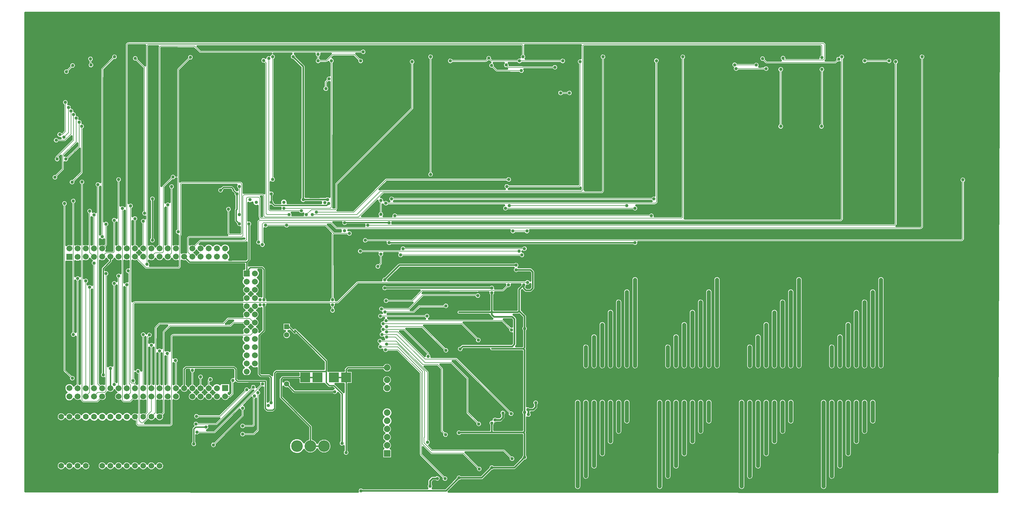
<source format=gbr>
G04 DipTrace 2.3.0.3*
%INBottom.gbr*%
%MOIN*%
%ADD13C,0.015*%
%ADD14C,0.007*%
%ADD15C,0.025*%
%ADD16C,0.0236*%
%ADD17C,0.05*%
%ADD18C,0.024*%
%ADD19C,0.02*%
%ADD22R,0.12X0.12*%
%ADD23C,0.25*%
%ADD26C,0.1417*%
%ADD27C,0.252*%
%ADD31C,0.072*%
%ADD32R,0.072X0.072*%
%ADD33C,0.064*%
%ADD34R,0.064X0.064*%
%ADD35R,0.0787X0.0787*%
%ADD36C,0.0787*%
%ADD37R,0.07X0.07*%
%ADD38C,0.07*%
%ADD39C,0.04*%
%FSLAX44Y44*%
G04*
G70*
G90*
G75*
G01*
%LNBottom*%
%LPD*%
X43690Y9565D2*
D13*
X43693Y9568D1*
Y18753D1*
X36440Y17940D2*
X37379Y17001D1*
X42313D1*
X42190Y18753D2*
X43693D1*
Y19720D1*
X43913Y19940D1*
X48690D1*
X39344Y10355D2*
X40997D1*
X38690Y18753D2*
X35975D1*
X35755Y18533D1*
Y16324D1*
X39344Y12736D1*
Y10355D1*
X40190Y18753D2*
X39435D1*
X38690D1*
X20940Y13940D2*
D14*
X21440Y14440D1*
Y24315D1*
X22190Y25065D1*
X29565D1*
X29965Y25465D1*
X31560D1*
X39940Y22940D2*
D15*
Y26940D1*
X33565Y19627D2*
Y22565D1*
X33940Y22940D1*
X36440D1*
X14940Y16435D2*
X14815Y16310D1*
Y14565D1*
X15565D1*
X31440Y7940D2*
X31190D1*
X29440D2*
X29190Y7690D1*
X27440Y7940D2*
X26940D1*
X25440D2*
X25190D1*
X23940Y16435D2*
Y8940D1*
X36440Y16940D2*
X38379Y15001D1*
X40813D1*
X42126Y13688D1*
Y9504D1*
X42940Y8690D1*
X7940Y61940D2*
X8440D1*
X6940Y59940D2*
Y59690D1*
X11315Y60065D2*
X11190Y60190D1*
Y60315D1*
X16690Y60065D2*
Y60315D1*
X11065Y62690D2*
X10815Y62440D1*
Y62253D1*
X16565Y62690D2*
X16190D1*
X21002D2*
Y62315D1*
X25315Y62753D2*
Y62440D1*
X30252Y60128D2*
Y60440D1*
X25690Y60128D2*
X25502Y60315D1*
Y60502D1*
X21252Y60128D2*
X21127Y60252D1*
Y60628D1*
X40627Y62690D2*
X40315Y63002D1*
X46127Y62753D2*
X45940Y62940D1*
X45877D1*
X50690Y62690D2*
X50565Y62815D1*
X50440D1*
X55252Y62690D2*
X55065Y62877D1*
X54877D1*
X60253Y62690D2*
X60128Y62815D1*
X60002D1*
X65753Y62690D2*
X65503Y62940D1*
X65565Y63002D1*
X71378Y62690D2*
X71128Y62940D1*
X70877D1*
X75690Y62690D2*
X75503Y62877D1*
X75440D1*
X80252Y62690D2*
X80065Y62877D1*
X80003D1*
X85128Y62690D2*
X84878Y62940D1*
X84690D1*
X90190Y62628D2*
X89940Y62877D1*
Y62940D1*
X95627Y62628D2*
X95502Y62753D1*
Y62877D1*
X101338Y62690D2*
X101150Y62877D1*
X100378D1*
X100128D1*
X100627Y62628D2*
X100378Y62877D1*
X105627Y62690D2*
X105440Y62877D1*
X105378D1*
X109752Y62628D2*
X109627Y62753D1*
Y62877D1*
X115003Y62690D2*
X114940Y62753D1*
X114565D1*
X118002Y62690D2*
X117815Y62877D1*
Y62940D1*
X35752Y60128D2*
X35690Y60190D1*
X35440D1*
X40563Y60131D2*
X40438Y60256D1*
Y60318D1*
X40563Y60131D1*
X50752D2*
X50564Y60318D1*
Y60381D1*
X55190Y60193D2*
X55065Y60318D1*
Y60381D1*
X55190Y60193D1*
X60190Y60131D2*
X60003Y60318D1*
X59940D1*
X65691Y60131D2*
X65628Y60193D1*
X65441D1*
X71191Y60256D2*
X71004Y60443D1*
Y60568D1*
X75692Y60193D2*
X75504Y60381D1*
X75379D1*
X80130Y60131D2*
X80005Y60256D1*
Y60443D1*
X85318Y60193D2*
X85193Y60318D1*
Y60443D1*
X90006Y60193D2*
Y60443D1*
X95569Y60068D2*
Y60381D1*
X100445Y60256D2*
Y60506D1*
X105633Y60193D2*
X105383Y60443D1*
X105320D1*
X109696Y60256D2*
X109508Y60443D1*
X109383D1*
X114884Y60256D2*
X114509Y60631D1*
X118571Y60193D2*
Y60506D1*
X16076Y43413D2*
Y58715D1*
X21940Y58940D2*
X22104Y58776D1*
Y58495D1*
X22244D1*
X22104Y58355D1*
Y43413D1*
X30459Y36516D2*
X29989Y36986D1*
Y39538D1*
X29669Y39858D1*
X24260D1*
X23940Y39538D1*
Y34505D1*
X64810Y58440D2*
D16*
X64091Y59159D1*
X60940D1*
X32560Y19470D2*
D15*
X32005Y18915D1*
X30813D1*
X30493Y19235D1*
Y20245D1*
X101440Y59112D2*
D16*
X96440D1*
X80755Y59073D2*
X80149D1*
X79544Y58468D1*
D15*
X79516Y58440D1*
X75276D1*
X29669Y39858D2*
Y41438D1*
X29479Y41628D1*
X106440Y59179D2*
D16*
X110440D1*
X115690D2*
D15*
X118144Y56725D1*
X119199D1*
X119339Y56585D1*
Y42435D1*
X54715Y58537D2*
X55065D1*
Y45580D1*
X55205Y45440D1*
X71195D1*
X71335Y45580D1*
D16*
Y58335D1*
X71838Y58838D1*
X79544Y58468D2*
D3*
D15*
Y43225D1*
X90838Y58838D2*
X86901D1*
X86761Y58698D1*
D16*
X86621Y58838D1*
X86042D1*
X85940Y58940D1*
X41417Y36516D2*
D15*
X34188D1*
X26440Y58940D2*
X29058D1*
X55205Y45440D2*
Y43493D1*
X54885Y43173D1*
X44569D1*
X43025Y41628D1*
X71335Y45580D2*
X71655Y45260D1*
Y42830D1*
X22244Y58495D2*
X24620D1*
X16076Y58715D2*
X15856Y58495D1*
X10776D1*
X36440Y59072D2*
X36350Y58982D1*
X30940D1*
X41338Y59072D2*
X36440D1*
X46940Y59159D2*
X44954D1*
X44866Y59072D1*
X41338D1*
X51440Y59159D2*
X46940D1*
X54715Y58537D2*
X51440D1*
Y59159D1*
X60940D2*
X55337D1*
X54715Y58537D1*
X86761Y58698D2*
Y42905D1*
X96440Y59112D2*
X94733D1*
X94458Y58838D1*
X90838D1*
X119339Y42435D2*
X121940Y39834D1*
Y5940D1*
X119199Y56725D2*
X119339Y56865D1*
Y59041D1*
X110440Y59179D2*
X115690D1*
X119339Y59041D2*
X119734Y58646D1*
Y57365D1*
X120054Y57045D1*
X120642D1*
X122756Y59159D1*
X79544Y43225D2*
X79814D1*
X80014Y43025D1*
Y42905D1*
X86761D2*
X96815D1*
X34188Y36516D2*
Y30025D1*
X8215Y20245D2*
X8208Y20252D1*
X7940D1*
Y13940D1*
X35563Y62756D2*
X35313Y63006D1*
X9565Y56128D2*
D14*
X10315Y56877D1*
X61440Y56880D2*
X62076Y56245D1*
X65081D1*
X91104Y56968D2*
X91132Y56940D1*
X93740D1*
X18940Y13940D2*
X19440Y14440D1*
Y23690D1*
X19690Y23940D1*
X12405Y39085D2*
Y34035D1*
X12940Y33500D1*
Y38615D2*
Y34505D1*
X15405Y37971D2*
Y34115D1*
X15265Y33975D1*
X14410D1*
X13940Y33505D1*
X14405Y37501D2*
Y34970D1*
X13940Y34505D1*
X29339Y39323D2*
Y36351D1*
X29479Y36211D1*
X30831D1*
X30971Y36351D1*
Y42403D1*
X30831Y42543D1*
X23635D1*
X23495Y42403D1*
Y36165D1*
X23405Y36075D1*
Y32295D1*
X23265Y32155D1*
X19290D1*
X17940Y33505D1*
Y38170D2*
Y34505D1*
X18940Y37852D2*
Y34505D1*
X22405Y42088D2*
Y33970D1*
X21940Y33505D1*
Y39851D2*
Y34505D1*
X48545Y40043D2*
X81410D1*
X81550Y40183D1*
Y57468D1*
X39557Y38658D2*
X44995D1*
X47873Y41537D1*
X72409D1*
X72549Y41677D1*
Y59277D1*
X72689Y59417D1*
X101605D1*
X101745Y59277D1*
Y57855D1*
X63295Y42098D2*
X72104D1*
X72244Y42238D1*
Y57358D1*
X30666Y38657D2*
Y42098D1*
X36103Y39433D2*
X41769D1*
X41909Y39573D1*
Y57468D1*
X19100Y38823D2*
Y56609D1*
X17964Y57745D1*
X40060Y38963D2*
X44638D1*
X48618Y42943D1*
X63535D1*
X38229Y39128D2*
X34393D1*
X34253Y39268D1*
Y57745D1*
X33627Y57503D2*
X33940Y57190D1*
Y38798D1*
X34080Y38658D1*
X36746D1*
X51744Y57358D2*
Y51635D1*
X42501Y42393D1*
Y39409D1*
X42361Y39268D1*
X39449D1*
X38839Y38658D1*
X81245Y40573D2*
X49245D1*
X46330Y37352D2*
X110604D1*
X110744Y37492D1*
Y57358D1*
X118944Y42905D2*
Y35660D1*
X118804Y35520D1*
X46025D1*
X44090Y36355D2*
X42182D1*
X41187Y37350D1*
X36432D1*
X42182Y36355D2*
X42042Y36215D1*
Y28240D1*
Y26940D2*
Y27630D1*
X36432Y37350D2*
X33862D1*
X8752Y48440D2*
X9065D1*
X9440Y48815D1*
Y52378D1*
X9253Y48128D2*
X9815Y48690D1*
Y51752D1*
X8315Y47752D2*
X9377D1*
X10127Y48502D1*
Y51315D1*
X8440Y45440D2*
X8378Y45502D1*
Y45690D1*
X10440Y47752D1*
Y50877D1*
X8167Y43213D2*
Y43073D1*
X8229Y43323D1*
X9127Y44221D1*
Y45940D1*
X10752Y47565D1*
Y50440D1*
X9503Y45440D2*
Y45378D1*
X11127Y47002D1*
Y49940D1*
X10252Y42627D2*
X11440Y43815D1*
Y49440D1*
X96719D2*
Y56412D1*
X69856Y53528D2*
X70940D1*
X41219Y54048D2*
Y54860D1*
X41604Y55245D1*
X101694Y49440D2*
X101744Y49490D1*
Y56412D1*
X10405Y23982D2*
Y40323D1*
X18940Y23982D2*
Y17435D1*
X10285Y18655D2*
X9335Y19605D1*
Y40018D1*
X17405Y39713D2*
Y18185D1*
X17545Y18045D1*
X17800D1*
X17940Y17905D1*
Y17435D1*
X16405Y39408D2*
Y15975D1*
X16545Y15835D1*
X17340D1*
X17940Y16435D1*
X16940Y30080D2*
Y17435D1*
X47939Y40379D2*
Y38691D1*
Y33816D2*
Y32690D1*
X47564Y32315D1*
X17100Y31775D2*
X17245Y31630D1*
Y17985D1*
X17405Y17825D1*
Y16900D1*
X16940Y16435D1*
X15940Y31160D2*
Y17435D1*
X15405Y17886D2*
Y30245D1*
X13410Y42333D2*
Y17965D1*
X13940Y17435D1*
X63600Y39738D2*
X77940D1*
X11470Y42638D2*
Y15975D1*
X11610Y15835D1*
X13340D1*
X13940Y16435D1*
X63130Y39433D2*
X78940D1*
X12940Y32735D2*
Y17435D1*
X45415Y34185D2*
X64810D1*
X14405Y31447D2*
Y17045D1*
X14265Y16905D1*
X13410D1*
X12940Y16435D1*
X49635Y38518D2*
X80940D1*
X11940Y30550D2*
Y17435D1*
X50635Y34490D2*
X65447D1*
X12410Y29775D2*
Y16905D1*
X11940Y16435D1*
X64045Y36640D2*
X65752D1*
X10940Y30855D2*
Y17435D1*
X50330Y33715D2*
X65142D1*
X17710Y18350D2*
Y27795D1*
X17850Y27935D1*
X42658D1*
X45093Y30370D1*
X65824D1*
X53690Y21315D2*
Y21690D1*
X50753Y24627D1*
X48189D1*
X29877Y18377D2*
X29815Y18315D1*
Y16752D1*
X29498Y16435D1*
X28940D1*
X27502Y10502D2*
X31065Y14065D1*
Y15003D1*
X55878Y22065D2*
X53003Y24940D1*
X48627D1*
X27127Y18503D2*
X26940Y18315D1*
Y17435D1*
X55753Y6377D2*
X52815Y9315D1*
Y19315D1*
X50003Y22127D1*
X48502D1*
X59815Y23315D2*
X57815Y25315D1*
X48189D1*
X25940Y18815D2*
Y17435D1*
X59940Y7565D2*
X58003Y9502D1*
X54127D1*
X53002Y10627D1*
Y19502D1*
X50002Y22502D1*
X47877D1*
X32502Y16502D2*
X32440Y16440D1*
Y12940D1*
X32315Y12815D1*
X31065D1*
X63878Y24565D2*
X62753Y25690D1*
X48564D1*
X24940Y19627D2*
Y17435D1*
X63941Y8813D2*
X62941Y9813D1*
X54127D1*
X53190Y10751D1*
Y11376D1*
X53252Y11438D1*
Y19564D1*
X50002Y22814D1*
X48627D1*
X32937Y16876D2*
Y12313D1*
X32437Y11813D1*
X31062D1*
X53565Y26252D2*
X47877D1*
X22878Y20815D2*
X22940Y20753D1*
Y17435D1*
X53627Y10813D2*
Y19376D1*
X49814Y23189D1*
X47814D1*
X31562Y17251D2*
X28312Y14001D1*
X25437D1*
X55878Y27503D2*
Y27440D1*
X52627D1*
X51940Y26753D1*
X48440D1*
X21878Y21690D2*
X21940Y21628D1*
Y17435D1*
X55815Y11751D2*
X55377Y12188D1*
Y19814D1*
X54877Y20314D1*
X53065D1*
X49689Y23689D1*
X48627D1*
X32375Y17564D2*
X27874Y13063D1*
X25374D1*
X59752Y28753D2*
X59690Y28815D1*
X53065D1*
X51378Y27128D1*
X48002D1*
X20940Y22002D2*
Y17435D1*
X59878Y13063D2*
X58503Y14438D1*
Y18626D1*
X56565Y20564D1*
X53315D1*
X49877Y24002D1*
X48064D1*
X33500Y17939D2*
X27624Y12063D1*
X25499D1*
X63502Y30065D2*
X62815Y29378D1*
X53003D1*
X51752Y28127D1*
X48564D1*
X19940Y22690D2*
Y17435D1*
X63816Y14313D2*
X57128Y21002D1*
X53315D1*
X50002Y24315D1*
X48627D1*
X18311Y19502D2*
X18436Y19376D1*
Y13501D1*
X18748Y13188D1*
X18874D1*
X19436Y13751D1*
Y14126D1*
X19940Y14630D1*
Y16435D1*
X71940Y15690D2*
D17*
Y5440D1*
X81940Y15690D2*
Y5440D1*
X91940Y15690D2*
Y5440D1*
X101940Y15690D2*
Y5440D1*
X54816Y6402D2*
D18*
X54238D1*
X53928Y6092D1*
Y5440D1*
X102940Y20190D2*
D17*
Y22440D1*
X92940Y20190D2*
Y22440D1*
X82940Y20190D2*
Y22440D1*
X72940Y20190D2*
Y22440D1*
Y15690D2*
Y6690D1*
X82940Y15690D2*
Y6690D1*
X92940Y15690D2*
Y6690D1*
X102940Y15690D2*
Y6690D1*
X103940Y20190D2*
Y23690D1*
X93940Y20190D2*
Y23690D1*
X83940Y20190D2*
Y23690D1*
X73940Y20190D2*
Y23690D1*
Y15690D2*
Y7940D1*
X83940Y15690D2*
Y7940D1*
X93940Y15690D2*
Y7940D1*
X103940Y15690D2*
Y7940D1*
X104940Y20190D2*
Y25190D1*
X94940Y20190D2*
Y25190D1*
X84940Y20190D2*
Y25190D1*
X74940Y20190D2*
Y25190D1*
Y15690D2*
Y9440D1*
X84940Y15690D2*
Y9440D1*
X94940Y15690D2*
Y9440D1*
X104940Y15690D2*
Y9440D1*
X105940Y20190D2*
Y26690D1*
X95940Y20190D2*
Y26690D1*
X85940Y20190D2*
Y26690D1*
X75940Y20190D2*
Y26690D1*
Y15690D2*
Y10940D1*
X85940Y15690D2*
Y10940D1*
X95940Y15690D2*
Y10940D1*
X105940Y15690D2*
Y10940D1*
X106940Y20190D2*
Y27940D1*
X96940Y20190D2*
Y27940D1*
X86940Y20190D2*
Y27940D1*
X76940Y20190D2*
Y27940D1*
Y15690D2*
Y12190D1*
X86940Y15690D2*
Y12190D1*
X96940Y15690D2*
Y12190D1*
X106940Y15690D2*
Y12190D1*
X107940Y20190D2*
Y29190D1*
X97940Y20190D2*
Y29190D1*
X87940Y20190D2*
Y29190D1*
X77940Y20190D2*
Y29190D1*
Y15690D2*
Y13440D1*
X87940Y15690D2*
Y13440D1*
X97940Y15690D2*
Y13440D1*
X107940Y15690D2*
Y13440D1*
X62816Y14402D2*
D18*
Y13870D1*
X62506Y13560D1*
X61853D1*
X108940Y20190D2*
D17*
Y30690D1*
X98940Y20190D2*
Y30690D1*
X88940Y20190D2*
Y30690D1*
X78940Y20190D2*
Y30690D1*
X66816Y15652D2*
D18*
Y15120D1*
X66506Y14810D1*
X65853D1*
D16*
X65935Y14729D1*
Y14215D1*
X45470Y57440D2*
D14*
X44667Y58243D1*
X42102D1*
X41299Y57440D1*
X40276D1*
X103789Y57663D2*
X103371Y57245D1*
X94971D1*
X94499Y57717D1*
X106961Y57440D2*
X109940D1*
X56399D2*
X60771D1*
X61104Y57772D1*
X40276Y57440D2*
Y58245D1*
X64845Y57440D2*
X70120D1*
X61104Y57772D2*
X61436Y57440D1*
X64845D1*
X75034Y57940D2*
Y41537D1*
X74894Y41397D1*
X48240D1*
X45197Y38353D1*
X33800D1*
X33660Y38493D1*
Y40943D1*
X33520Y41083D1*
X31251D1*
X31111Y40943D1*
Y36071D1*
X30971Y35931D1*
X24545D1*
X24405Y35791D1*
Y34040D1*
X24940Y33505D1*
X53995Y43568D2*
Y57940D1*
X22574Y43248D2*
X21405Y42079D1*
Y34115D1*
X21265Y33975D1*
X20410D1*
X19940Y33505D1*
X84776Y57940D2*
Y38353D1*
X84636Y38213D1*
X33290D1*
X33150Y38353D1*
Y40663D1*
X33010Y40803D1*
X31672D1*
X31532Y40663D1*
Y35574D1*
X31392Y35434D1*
X25869D1*
X24940Y34505D1*
X15440Y57940D2*
X13940Y56440D1*
Y35940D1*
X34723Y42943D2*
Y57940D1*
X15940Y42943D2*
Y34505D1*
X33010Y35280D2*
Y37822D1*
X33150Y37962D1*
X104037D1*
X104177Y38102D1*
Y57940D1*
X24690Y57877D2*
X23190Y56377D1*
Y36565D1*
X19405Y32600D2*
Y59324D1*
X19545Y59464D1*
X65136D1*
X65276Y59324D1*
Y57940D1*
X33480Y34975D2*
Y37515D1*
X33620Y37655D1*
X41857D1*
X42507Y37005D1*
X113817D1*
X113957Y37145D1*
Y57940D1*
X45775Y58553D2*
X25887D1*
X25195Y59245D1*
X21080D1*
X20940Y59105D1*
Y34505D1*
X96996Y57787D2*
Y57550D1*
X101910D1*
X102050Y57690D1*
Y59464D1*
X101910Y59604D1*
X17080D1*
X16940Y59464D1*
Y34505D1*
X19940Y13940D2*
X20440Y14440D1*
Y24815D1*
X20940Y25315D1*
X28690D1*
X29315Y25940D1*
X31940D1*
X32415Y25465D1*
X32560D1*
X33660Y28240D2*
D13*
Y31970D1*
X33440Y32190D1*
X32000D1*
X31780Y31970D1*
Y31680D1*
X31560Y31460D1*
X26598Y12683D2*
X25327D1*
X25107Y12463D1*
Y10623D1*
X30666Y37528D2*
X30259Y37936D1*
Y39218D1*
X30359Y39318D1*
Y41203D1*
X34558D2*
Y40156D1*
X20055Y35525D2*
Y40577D1*
X14940Y19847D2*
Y17435D1*
X78940Y35215D2*
X48940D1*
X31560Y31460D2*
Y32860D1*
X24585D1*
X23940Y33505D1*
X33660Y27630D2*
Y24482D1*
X33065Y23887D1*
Y19185D1*
X33285Y18965D1*
X34315D1*
X34535Y18745D1*
Y15647D1*
X31560Y32860D2*
X31837Y33137D1*
Y37528D1*
X30359Y41203D2*
X29939Y41623D1*
Y41753D1*
X29719Y41973D1*
X28722D1*
X28377Y41628D1*
X34558Y40156D2*
X34936Y39778D1*
X41310D1*
X41560Y40028D1*
X48940Y37657D2*
X48900Y37697D1*
X43552D1*
X43512Y37657D1*
X61465Y29072D2*
D19*
Y26435D1*
X61735Y26165D1*
X63978D1*
X64248Y25895D1*
Y22805D1*
X63978Y22535D1*
X57917D1*
X57610Y22228D1*
X48395Y29683D2*
X61465D1*
X64440Y32473D2*
X50193D1*
X48395Y30675D1*
X45507Y4898D2*
X55884D1*
X57465Y6478D1*
X64440Y31903D2*
X66194D1*
X66464Y31633D1*
Y29668D1*
X66194Y29398D1*
X65624D1*
X65354Y29668D1*
Y30038D1*
X41422Y40498D2*
X38475D1*
X38450Y40473D1*
X65354Y30038D2*
X64814Y29498D1*
Y26863D1*
X65465Y26211D1*
Y24728D1*
Y22405D1*
X65325Y22265D1*
X65465Y22125D1*
Y14478D1*
X57465Y11978D2*
X57502Y12015D1*
X61465D1*
Y13170D1*
X65465Y8978D2*
Y11875D1*
X65325Y12015D1*
X61465D1*
Y7728D2*
X64215D1*
X65465Y8978D1*
X57465Y6478D2*
X60215D1*
X61465Y7728D1*
X65465Y14478D2*
Y12155D1*
X65325Y12015D1*
Y22265D2*
X61465D1*
X57465Y26723D2*
X64674D1*
X64814Y26863D1*
X38450Y40473D2*
Y56740D1*
X37222Y57968D1*
X43190Y10690D2*
D13*
Y16750D1*
X42188Y17751D1*
X41626D1*
X41251Y18126D1*
Y19498D1*
Y20752D1*
X37440Y24562D1*
Y24190D1*
X36690Y24940D1*
X36440D1*
X14060Y19065D2*
Y32064D1*
X14940Y32944D1*
Y33505D1*
X23940Y17435D2*
Y19753D1*
X24160Y19973D1*
X30003D1*
X30223Y19753D1*
Y18504D1*
X30443Y18284D1*
X33845D1*
Y14970D1*
X34065Y14750D1*
X34733D1*
X34953Y14970D1*
Y19278D1*
X35173Y19498D1*
X41251D1*
X32560Y24465D2*
D14*
X32030Y23935D1*
X22545D1*
X22405Y23795D1*
Y13048D1*
X22265Y12908D1*
X18308D1*
X18168Y13048D1*
Y13712D1*
X17940Y13940D1*
X12565Y56940D2*
X12503Y57003D1*
Y57690D1*
X91280Y56498D2*
X94941D1*
X69175Y56663D2*
X63506D1*
X63230Y56940D1*
D39*
X43690Y9565D3*
X42313Y17001D3*
X39940Y22940D3*
Y26940D3*
X33565Y19627D3*
X31440Y7940D3*
X29440D3*
X27440D3*
X25440D3*
X39940Y26940D3*
X7940Y61940D3*
X6940Y59940D3*
X11315Y60065D3*
X16690D3*
X11065Y62690D3*
X16565D3*
X21002D3*
X25315Y62753D3*
X30252Y60128D3*
X25690D3*
X21252D3*
X40627Y62690D3*
X46127Y62753D3*
X50690Y62690D3*
X55252D3*
X60253D3*
X65753D3*
X71378D3*
X75690D3*
X80252D3*
X85128D3*
X90190Y62628D3*
X95627D3*
X101338Y62690D3*
X100627Y62628D3*
X105627Y62690D3*
X109752Y62628D3*
X115003Y62690D3*
X118002D3*
X35752Y60128D3*
X40563Y60131D3*
X50752D3*
X55190Y60193D3*
X60190Y60131D3*
X65691D3*
X71191Y60256D3*
X75692Y60193D3*
X80130Y60131D3*
X85318Y60193D3*
X90006D3*
X95569Y60068D3*
X100445Y60256D3*
X105633Y60193D3*
X109696Y60256D3*
X114884D3*
X118571Y60193D3*
X35563Y62756D3*
X9565Y56128D3*
X10315Y56877D3*
X19690Y23940D3*
X33627Y57503D3*
X8752Y48440D3*
X9440Y52378D3*
X9253Y48128D3*
X9815Y51752D3*
X8315Y47752D3*
X10127Y51315D3*
X8440Y45440D3*
X10440Y50877D3*
X8167Y43213D3*
X10752Y50440D3*
X9503Y45440D3*
X11127Y49940D3*
X10252Y42627D3*
X11440Y49440D3*
X47939Y40379D3*
Y38691D3*
Y33816D3*
X47564Y32315D3*
X53690Y21315D3*
X48189Y24627D3*
X29877Y18377D3*
X27502Y10502D3*
X31065Y15003D3*
X55878Y22065D3*
X48627Y24940D3*
X27127Y18503D3*
X55753Y6377D3*
X48502Y22127D3*
X59815Y23315D3*
X48189Y25315D3*
X25940Y18815D3*
X59940Y7565D3*
X47877Y22502D3*
X32502Y16502D3*
X31065Y12815D3*
X63878Y24565D3*
X48564Y25690D3*
X24940Y19627D3*
X63941Y8813D3*
X48627Y22814D3*
X32937Y16876D3*
X31062Y11813D3*
X53565Y26252D3*
X47877D3*
X22878Y20815D3*
X53627Y10813D3*
X47814Y23189D3*
X31562Y17251D3*
X25437Y14001D3*
X55878Y27503D3*
X48440Y26753D3*
X21878Y21690D3*
X55815Y11751D3*
X48627Y23689D3*
X32375Y17564D3*
X25374Y13063D3*
X59752Y28753D3*
X48002Y27128D3*
X20940Y22002D3*
X59878Y13063D3*
X48064Y24002D3*
X33500Y17939D3*
X25499Y12063D3*
X63502Y30065D3*
X48564Y28127D3*
X19940Y22690D3*
X63816Y14313D3*
X48627Y24315D3*
X18311Y19502D3*
X71940Y15690D3*
Y5440D3*
X81940Y15690D3*
Y5440D3*
X91940Y15690D3*
Y5440D3*
X101940Y15690D3*
Y5440D3*
X102940Y20190D3*
Y22440D3*
X92940Y20190D3*
Y22440D3*
X82940Y20190D3*
Y22440D3*
X72940Y20190D3*
Y22440D3*
Y15690D3*
Y6690D3*
X82940Y15690D3*
Y6690D3*
X92940Y15690D3*
Y6690D3*
X102940Y15690D3*
Y6690D3*
X103940Y20190D3*
Y23690D3*
X93940Y20190D3*
Y23690D3*
X83940Y20190D3*
Y23690D3*
X73940Y20190D3*
Y23690D3*
Y15690D3*
Y7940D3*
X83940Y15690D3*
Y7940D3*
X93940Y15690D3*
Y7940D3*
X103940Y15690D3*
Y7940D3*
X104940Y20190D3*
Y25190D3*
X94940Y20190D3*
Y25190D3*
X84940Y20190D3*
Y25190D3*
X74940Y20190D3*
Y25190D3*
Y15690D3*
Y9440D3*
X84940Y15690D3*
Y9440D3*
X94940Y15690D3*
Y9440D3*
X104940Y15690D3*
Y9440D3*
X105940Y20190D3*
Y26690D3*
X95940Y20190D3*
Y26690D3*
X85940Y20190D3*
Y26690D3*
X75940Y20190D3*
Y26690D3*
Y15690D3*
Y10940D3*
X85940Y15690D3*
Y10940D3*
X95940Y15690D3*
Y10940D3*
X105940Y15690D3*
Y10940D3*
X106940Y20190D3*
Y27940D3*
X96940Y20190D3*
Y27940D3*
X86940Y20190D3*
Y27940D3*
X76940Y20190D3*
Y27940D3*
Y15690D3*
Y12190D3*
X86940Y15690D3*
Y12190D3*
X96940Y15690D3*
Y12190D3*
X106940Y15690D3*
Y12190D3*
X107940Y20190D3*
Y29190D3*
X97940Y20190D3*
Y29190D3*
X87940Y20190D3*
Y29190D3*
X77940Y20190D3*
Y29190D3*
Y15690D3*
Y13440D3*
X87940Y15690D3*
Y13440D3*
X97940Y15690D3*
Y13440D3*
X107940Y15690D3*
Y13440D3*
X108940Y20190D3*
Y30690D3*
X98940Y20190D3*
Y30690D3*
X88940Y20190D3*
Y30690D3*
X78940Y20190D3*
Y30690D3*
X15440Y57940D3*
X13940Y35940D3*
X24690Y57877D3*
X23190Y36565D3*
X43190Y10690D3*
X12565Y56940D3*
X12503Y57690D3*
X30190Y62690D3*
X101338D3*
D3*
X55190Y60193D3*
X40563Y60131D3*
X46189D3*
X106440Y59179D3*
X110440D3*
X115690D3*
X46940Y59159D3*
X51440D3*
X60940D3*
X122756D3*
X96440Y59112D3*
X101440D3*
X80755Y59073D3*
X36440Y59072D3*
X41338D3*
X119339Y59041D3*
X30940Y58982D3*
X21940Y58940D3*
X26440D3*
X29058D3*
X85940D3*
X71838Y58838D3*
X90838D3*
X16076Y58715D3*
X45775Y58553D3*
X54715Y58537D3*
X10776Y58495D3*
X24620D3*
X64810Y58440D3*
X75276D3*
X40276Y58245D3*
X37222Y57968D3*
X34723Y57940D3*
X53995D3*
X65276D3*
X75034D3*
X84776D3*
X104177D3*
X113957D3*
X101745Y57855D3*
X96996Y57787D3*
X61104Y57772D3*
X17964Y57745D3*
X34253D3*
X94499Y57717D3*
X103789Y57663D3*
X41909Y57468D3*
X81550D3*
X40276Y57440D3*
X45470D3*
X56399D3*
X64845D3*
X70120D3*
X106961D3*
X109940D3*
X51744Y57358D3*
X72244D3*
X110744D3*
X91104Y56968D3*
X63230Y56940D3*
X93740D3*
X61440Y56880D3*
X69175Y56663D3*
X91280Y56498D3*
X94941D3*
X96719Y56412D3*
X101744D3*
X65081Y56245D3*
X41604Y55245D3*
X41219Y54048D3*
X69856Y53528D3*
X70940D3*
X96719Y49440D3*
X101694D3*
X53995Y43568D3*
X16076Y43413D3*
X22104D3*
X22574Y43248D3*
X79544Y43225D3*
X15940Y42943D3*
X34723D3*
X63535D3*
X80014Y42905D3*
X86761D3*
X96815D3*
X118944D3*
X71655Y42830D3*
X11470Y42638D3*
X119339Y42435D3*
X13410Y42333D3*
X30666Y42098D3*
X63295D3*
X22405Y42088D3*
X28377Y41628D3*
X29479D3*
X43025D3*
X30359Y41203D3*
X34558D3*
X20055Y40577D3*
X49245Y40573D3*
X81245D3*
X31977Y40498D3*
X41422D3*
X38450Y40473D3*
X10405Y40323D3*
X32717Y40157D3*
X34558Y40156D3*
X36103Y40157D3*
X41090Y40128D3*
X48545Y40043D3*
X41560Y40028D3*
X9335Y40018D3*
X21940Y39851D3*
X63600Y39738D3*
X77940D3*
X17405Y39713D3*
X36103Y39433D3*
X63130D3*
X78940D3*
X16405Y39408D3*
X29339Y39323D3*
X38229Y39128D3*
X12405Y39085D3*
X40060Y38963D3*
X19100Y38823D3*
X36746Y38658D3*
X38839D3*
X39557D3*
X30666Y38657D3*
X12940Y38615D3*
X49635Y38518D3*
X80940D3*
X17940Y38170D3*
X15405Y37971D3*
X18940Y37852D3*
X43512Y37657D3*
X48940D3*
X30666Y37528D3*
X31837D3*
X14405Y37501D3*
X33862Y37350D3*
X36432D3*
X46330Y37352D3*
X43497Y36700D3*
X64045Y36640D3*
X65752D3*
X30459Y36516D3*
X34188D3*
X41417D3*
X44090Y36355D3*
X20055Y35525D3*
X46025Y35520D3*
X33010Y35280D3*
X48940Y35215D3*
X78940D3*
X33480Y34975D3*
X50635Y34490D3*
X65447D3*
X45415Y34185D3*
X64810D3*
X50330Y33715D3*
X65142D3*
X12940Y32735D3*
X19405Y32600D3*
X64440Y32473D3*
Y31903D3*
X17100Y31775D3*
X14405Y31447D3*
X15940Y31160D3*
X10940Y30855D3*
X48395Y30675D3*
X11940Y30550D3*
X65824Y30370D3*
X15405Y30245D3*
X16940Y30080D3*
X65354Y30038D3*
X34188Y30025D3*
X12410Y29775D3*
X48395Y29683D3*
X61465D3*
Y29072D3*
X33190Y28240D3*
X33660D3*
X42042D3*
X33190Y27630D3*
X33660D3*
X42042D3*
Y26940D3*
X65465Y24728D3*
X10405Y23982D3*
X18940D3*
X57610Y22228D3*
X8215Y20245D3*
X30493D3*
X14940Y19847D3*
X14060Y19065D3*
X10285Y18655D3*
X17710Y18350D3*
X15405Y17886D3*
X66816Y15652D3*
X34535Y15647D3*
X34190Y15315D3*
X65853Y14810D3*
X65465Y14478D3*
X62816Y14402D3*
X65935Y14215D3*
X61853Y13560D3*
X61465Y13170D3*
X26598Y12683D3*
X57465Y11978D3*
X25107Y10623D3*
X65465Y8978D3*
X61465Y7728D3*
X57465Y6478D3*
X54816Y6402D3*
X53928Y5440D3*
X45507Y4898D3*
X4590Y63066D2*
D15*
X123292D1*
X4590Y62818D2*
X123292D1*
X4590Y62569D2*
X123292D1*
X4590Y62320D2*
X123292D1*
X4590Y62072D2*
X123292D1*
X4590Y61823D2*
X123292D1*
X4590Y61574D2*
X123292D1*
X4590Y61325D2*
X123292D1*
X4590Y61077D2*
X123292D1*
X4590Y60828D2*
X123292D1*
X4590Y60579D2*
X123292D1*
X4590Y60331D2*
X123292D1*
X4590Y60082D2*
X123292D1*
X4590Y59833D2*
X16983D1*
X102006D2*
X123288D1*
X4590Y59585D2*
X16706D1*
X102283D2*
X123288D1*
X4590Y59336D2*
X16675D1*
X17205D2*
X19140D1*
X65541D2*
X72292D1*
X102315D2*
X123288D1*
X4590Y59087D2*
X16675D1*
X17205D2*
X19140D1*
X19670D2*
X20675D1*
X25717D2*
X65011D1*
X65541D2*
X72284D1*
X72815D2*
X101479D1*
X102315D2*
X123288D1*
X4590Y58839D2*
X16675D1*
X17205D2*
X19140D1*
X19670D2*
X20675D1*
X21205D2*
X25237D1*
X25967D2*
X45464D1*
X46088D2*
X65011D1*
X65541D2*
X72284D1*
X72815D2*
X101479D1*
X102315D2*
X123288D1*
X4590Y58590D2*
X16675D1*
X17205D2*
X19140D1*
X19670D2*
X20675D1*
X21205D2*
X25487D1*
X46201D2*
X65011D1*
X65541D2*
X72284D1*
X72815D2*
X101479D1*
X102315D2*
X123284D1*
X4590Y58341D2*
X15362D1*
X15521D2*
X16675D1*
X17205D2*
X19140D1*
X19670D2*
X20675D1*
X21205D2*
X25749D1*
X46147D2*
X65011D1*
X65541D2*
X72284D1*
X72815D2*
X74956D1*
X75114D2*
X84698D1*
X84853D2*
X101479D1*
X102315D2*
X104097D1*
X104258D2*
X113878D1*
X114037D2*
X123284D1*
X4590Y58093D2*
X15038D1*
X15842D2*
X16675D1*
X17205D2*
X17729D1*
X18197D2*
X19140D1*
X19670D2*
X20675D1*
X21205D2*
X24323D1*
X25057D2*
X34019D1*
X35123D2*
X36811D1*
X37631D2*
X39878D1*
X40678D2*
X41589D1*
X45182D2*
X53593D1*
X54397D2*
X60831D1*
X61377D2*
X64878D1*
X65678D2*
X72284D1*
X72815D2*
X74632D1*
X75432D2*
X84378D1*
X85178D2*
X94323D1*
X94674D2*
X96706D1*
X97287D2*
X101394D1*
X102315D2*
X103776D1*
X104576D2*
X113558D1*
X114358D2*
X123284D1*
X4590Y57844D2*
X12104D1*
X12901D2*
X14979D1*
X15858D2*
X16675D1*
X17205D2*
X17546D1*
X18381D2*
X19140D1*
X19670D2*
X20675D1*
X21205D2*
X24261D1*
X25119D2*
X33386D1*
X35143D2*
X36811D1*
X37803D2*
X40011D1*
X40541D2*
X41339D1*
X42084D2*
X44702D1*
X45432D2*
X53577D1*
X54412D2*
X60679D1*
X61526D2*
X64858D1*
X65694D2*
X72284D1*
X72815D2*
X74616D1*
X75451D2*
X81374D1*
X81725D2*
X84358D1*
X85194D2*
X94089D1*
X94908D2*
X96569D1*
X97424D2*
X101315D1*
X102315D2*
X103401D1*
X104596D2*
X106909D1*
X107014D2*
X109886D1*
X109996D2*
X113538D1*
X114377D2*
X123284D1*
X4590Y57595D2*
X12085D1*
X12920D2*
X14729D1*
X15678D2*
X16675D1*
X17205D2*
X17561D1*
X18479D2*
X19140D1*
X19670D2*
X20675D1*
X21205D2*
X24042D1*
X25006D2*
X33210D1*
X34986D2*
X37038D1*
X38053D2*
X39878D1*
X42319D2*
X44952D1*
X45869D2*
X51390D1*
X52096D2*
X53729D1*
X54260D2*
X55999D1*
X70518D2*
X71890D1*
X72815D2*
X74769D1*
X75299D2*
X81140D1*
X81959D2*
X84511D1*
X85041D2*
X94089D1*
X94986D2*
X96616D1*
X102295D2*
X103358D1*
X104444D2*
X106561D1*
X111096D2*
X113690D1*
X114221D2*
X123284D1*
X4590Y57346D2*
X12237D1*
X12768D2*
X14483D1*
X15209D2*
X16675D1*
X17205D2*
X17866D1*
X18725D2*
X19140D1*
X19670D2*
X20675D1*
X21205D2*
X23796D1*
X24522D2*
X33229D1*
X34986D2*
X37390D1*
X38299D2*
X39858D1*
X42319D2*
X45050D1*
X45889D2*
X51315D1*
X52174D2*
X53729D1*
X54260D2*
X55979D1*
X61041D2*
X61167D1*
X70537D2*
X71815D1*
X72815D2*
X74769D1*
X75299D2*
X81140D1*
X81963D2*
X84511D1*
X85041D2*
X90936D1*
X91272D2*
X94311D1*
X104444D2*
X106542D1*
X111174D2*
X113690D1*
X114221D2*
X123280D1*
X4590Y57098D2*
X9952D1*
X10678D2*
X12167D1*
X12963D2*
X14233D1*
X14963D2*
X16675D1*
X17205D2*
X18245D1*
X18975D2*
X19139D1*
X19670D2*
X20675D1*
X21205D2*
X23546D1*
X24276D2*
X33667D1*
X34986D2*
X37636D1*
X38549D2*
X40034D1*
X40518D2*
X41644D1*
X42174D2*
X45229D1*
X45713D2*
X51409D1*
X52080D2*
X53729D1*
X54260D2*
X56159D1*
X56639D2*
X61073D1*
X61807D2*
X62831D1*
X63627D2*
X64604D1*
X65088D2*
X69878D1*
X70361D2*
X71909D1*
X72815D2*
X74769D1*
X75299D2*
X81284D1*
X81815D2*
X84511D1*
X85041D2*
X90694D1*
X94139D2*
X94753D1*
X103588D2*
X103913D1*
X104444D2*
X106722D1*
X107201D2*
X109698D1*
X110182D2*
X110409D1*
X111080D2*
X113690D1*
X114221D2*
X123280D1*
X4590Y56849D2*
X9886D1*
X10744D2*
X12147D1*
X12986D2*
X13983D1*
X14713D2*
X16675D1*
X17205D2*
X18495D1*
X19670D2*
X20675D1*
X21205D2*
X23296D1*
X24026D2*
X33675D1*
X34986D2*
X37886D1*
X38760D2*
X41644D1*
X42174D2*
X51479D1*
X52010D2*
X53729D1*
X54260D2*
X61011D1*
X61869D2*
X62811D1*
X69561D2*
X71979D1*
X72815D2*
X74769D1*
X75299D2*
X81284D1*
X81815D2*
X84511D1*
X85041D2*
X90690D1*
X94158D2*
X94714D1*
X95166D2*
X103913D1*
X104444D2*
X110479D1*
X111010D2*
X113690D1*
X114221D2*
X123280D1*
X4590Y56600D2*
X9675D1*
X10635D2*
X12319D1*
X12811D2*
X13737D1*
X14463D2*
X16675D1*
X17205D2*
X18745D1*
X19670D2*
X20675D1*
X21205D2*
X23050D1*
X23776D2*
X33675D1*
X34986D2*
X38120D1*
X38779D2*
X41644D1*
X42174D2*
X51479D1*
X52010D2*
X53729D1*
X54260D2*
X61124D1*
X62084D2*
X62983D1*
X69600D2*
X71979D1*
X72815D2*
X74769D1*
X75299D2*
X81284D1*
X81815D2*
X84511D1*
X85041D2*
X90862D1*
X95358D2*
X96335D1*
X97104D2*
X101362D1*
X102127D2*
X103913D1*
X104444D2*
X110479D1*
X111010D2*
X113690D1*
X114221D2*
X123280D1*
X4590Y56352D2*
X9202D1*
X10154D2*
X13675D1*
X14217D2*
X16675D1*
X17205D2*
X18835D1*
X19670D2*
X20675D1*
X21205D2*
X22925D1*
X23529D2*
X33675D1*
X34986D2*
X38120D1*
X38779D2*
X41644D1*
X42174D2*
X51479D1*
X52010D2*
X53729D1*
X54260D2*
X61604D1*
X65498D2*
X68890D1*
X69459D2*
X71979D1*
X72815D2*
X74769D1*
X75299D2*
X81284D1*
X81815D2*
X84511D1*
X85041D2*
X90878D1*
X95342D2*
X96292D1*
X97143D2*
X101319D1*
X102170D2*
X103913D1*
X104444D2*
X110479D1*
X111010D2*
X113690D1*
X114221D2*
X123280D1*
X4590Y56103D2*
X9136D1*
X9994D2*
X13675D1*
X14205D2*
X16675D1*
X17205D2*
X18835D1*
X19670D2*
X20675D1*
X21205D2*
X22925D1*
X23455D2*
X33675D1*
X34986D2*
X38120D1*
X38779D2*
X41644D1*
X42174D2*
X51479D1*
X52010D2*
X53729D1*
X54260D2*
X61854D1*
X65486D2*
X71979D1*
X72815D2*
X74769D1*
X75299D2*
X81284D1*
X81815D2*
X84511D1*
X85041D2*
X91167D1*
X91391D2*
X94827D1*
X95053D2*
X96433D1*
X97006D2*
X101456D1*
X102029D2*
X103913D1*
X104444D2*
X110479D1*
X111010D2*
X113690D1*
X114221D2*
X123276D1*
X4590Y55854D2*
X9241D1*
X9889D2*
X13675D1*
X14205D2*
X16675D1*
X17205D2*
X18835D1*
X19670D2*
X20675D1*
X21205D2*
X22925D1*
X23455D2*
X33675D1*
X34986D2*
X38120D1*
X38779D2*
X41644D1*
X42174D2*
X51479D1*
X52010D2*
X53729D1*
X54260D2*
X64948D1*
X65212D2*
X71979D1*
X72815D2*
X74769D1*
X75299D2*
X81284D1*
X81815D2*
X84511D1*
X85041D2*
X96452D1*
X96983D2*
X101479D1*
X102010D2*
X103913D1*
X104444D2*
X110479D1*
X111010D2*
X113690D1*
X114221D2*
X123276D1*
X4590Y55606D2*
X13675D1*
X14205D2*
X16675D1*
X17205D2*
X18835D1*
X19670D2*
X20675D1*
X21205D2*
X22925D1*
X23455D2*
X33675D1*
X34986D2*
X38120D1*
X38779D2*
X41394D1*
X42174D2*
X51479D1*
X52010D2*
X53729D1*
X54260D2*
X71979D1*
X72815D2*
X74769D1*
X75299D2*
X81284D1*
X81815D2*
X84511D1*
X85041D2*
X96452D1*
X96983D2*
X101479D1*
X102010D2*
X103913D1*
X104444D2*
X110479D1*
X111010D2*
X113690D1*
X114221D2*
X123276D1*
X4590Y55357D2*
X13675D1*
X14205D2*
X16675D1*
X17205D2*
X18835D1*
X19670D2*
X20675D1*
X21205D2*
X22925D1*
X23455D2*
X33675D1*
X34986D2*
X38120D1*
X38779D2*
X41190D1*
X42174D2*
X51479D1*
X52010D2*
X53729D1*
X54260D2*
X71979D1*
X72815D2*
X74769D1*
X75299D2*
X81284D1*
X81815D2*
X84511D1*
X85041D2*
X96452D1*
X96983D2*
X101479D1*
X102010D2*
X103913D1*
X104444D2*
X110479D1*
X111010D2*
X113690D1*
X114221D2*
X123276D1*
X4590Y55108D2*
X13675D1*
X14205D2*
X16675D1*
X17205D2*
X18835D1*
X19670D2*
X20675D1*
X21205D2*
X22925D1*
X23455D2*
X33675D1*
X34986D2*
X38120D1*
X38779D2*
X41104D1*
X42174D2*
X51479D1*
X52010D2*
X53729D1*
X54260D2*
X71979D1*
X72815D2*
X74769D1*
X75299D2*
X81284D1*
X81815D2*
X84511D1*
X85041D2*
X96452D1*
X96983D2*
X101479D1*
X102010D2*
X103913D1*
X104444D2*
X110479D1*
X111010D2*
X113690D1*
X114221D2*
X123272D1*
X4590Y54860D2*
X13675D1*
X14205D2*
X16675D1*
X17205D2*
X18835D1*
X19670D2*
X20675D1*
X21205D2*
X22925D1*
X23455D2*
X33675D1*
X34986D2*
X38120D1*
X38779D2*
X40952D1*
X42174D2*
X51479D1*
X52010D2*
X53729D1*
X54260D2*
X71979D1*
X72815D2*
X74769D1*
X75299D2*
X81284D1*
X81815D2*
X84511D1*
X85041D2*
X96452D1*
X96983D2*
X101479D1*
X102010D2*
X103913D1*
X104444D2*
X110479D1*
X111010D2*
X113690D1*
X114221D2*
X123272D1*
X4590Y54611D2*
X13675D1*
X14205D2*
X16675D1*
X17205D2*
X18835D1*
X19670D2*
X20675D1*
X21205D2*
X22925D1*
X23455D2*
X33675D1*
X34986D2*
X38120D1*
X38779D2*
X40952D1*
X41483D2*
X41647D1*
X42174D2*
X51479D1*
X52010D2*
X53729D1*
X54260D2*
X71979D1*
X72815D2*
X74769D1*
X75299D2*
X81284D1*
X81815D2*
X84511D1*
X85041D2*
X96452D1*
X96983D2*
X101479D1*
X102010D2*
X103913D1*
X104444D2*
X110479D1*
X111010D2*
X113690D1*
X114221D2*
X123272D1*
X4590Y54362D2*
X13675D1*
X14205D2*
X16675D1*
X17205D2*
X18835D1*
X19670D2*
X20675D1*
X21205D2*
X22925D1*
X23455D2*
X33675D1*
X34986D2*
X38120D1*
X38779D2*
X40936D1*
X41498D2*
X41641D1*
X42174D2*
X51479D1*
X52010D2*
X53729D1*
X54260D2*
X71979D1*
X72815D2*
X74769D1*
X75299D2*
X81284D1*
X81815D2*
X84511D1*
X85041D2*
X96452D1*
X96983D2*
X101479D1*
X102010D2*
X103913D1*
X104444D2*
X110479D1*
X111010D2*
X113690D1*
X114221D2*
X123272D1*
X4590Y54114D2*
X13675D1*
X14205D2*
X16675D1*
X17205D2*
X18835D1*
X19670D2*
X20675D1*
X21205D2*
X22925D1*
X23455D2*
X33675D1*
X34986D2*
X38120D1*
X38779D2*
X40796D1*
X42174D2*
X51479D1*
X52010D2*
X53729D1*
X54260D2*
X71979D1*
X72815D2*
X74769D1*
X75299D2*
X81284D1*
X81815D2*
X84511D1*
X85041D2*
X96452D1*
X96983D2*
X101479D1*
X102010D2*
X103913D1*
X104444D2*
X110479D1*
X111010D2*
X113690D1*
X114221D2*
X123272D1*
X4590Y53865D2*
X13675D1*
X14205D2*
X16675D1*
X17205D2*
X18835D1*
X19670D2*
X20675D1*
X21205D2*
X22925D1*
X23455D2*
X33675D1*
X34986D2*
X38120D1*
X38779D2*
X40831D1*
X42174D2*
X51479D1*
X52010D2*
X53729D1*
X54260D2*
X69608D1*
X70108D2*
X70690D1*
X71190D2*
X71979D1*
X72815D2*
X74769D1*
X75299D2*
X81284D1*
X81815D2*
X84511D1*
X85041D2*
X96452D1*
X96983D2*
X101479D1*
X102010D2*
X103913D1*
X104444D2*
X110479D1*
X111010D2*
X113690D1*
X114221D2*
X123269D1*
X4590Y53616D2*
X13675D1*
X14205D2*
X16675D1*
X17205D2*
X18835D1*
X19670D2*
X20675D1*
X21205D2*
X22925D1*
X23455D2*
X33675D1*
X34986D2*
X38120D1*
X38779D2*
X41644D1*
X42174D2*
X51479D1*
X52010D2*
X53729D1*
X54260D2*
X69436D1*
X71361D2*
X71979D1*
X72815D2*
X74769D1*
X75299D2*
X81284D1*
X81815D2*
X84511D1*
X85041D2*
X96452D1*
X96983D2*
X101479D1*
X102010D2*
X103913D1*
X104444D2*
X110479D1*
X111010D2*
X113690D1*
X114221D2*
X123269D1*
X4590Y53367D2*
X13675D1*
X14205D2*
X16675D1*
X17205D2*
X18835D1*
X19670D2*
X20675D1*
X21205D2*
X22925D1*
X23455D2*
X33675D1*
X34986D2*
X38120D1*
X38779D2*
X41644D1*
X42174D2*
X51479D1*
X52010D2*
X53729D1*
X54260D2*
X69460D1*
X71338D2*
X71979D1*
X72815D2*
X74769D1*
X75299D2*
X81284D1*
X81815D2*
X84511D1*
X85041D2*
X96452D1*
X96983D2*
X101479D1*
X102010D2*
X103913D1*
X104444D2*
X110479D1*
X111010D2*
X113690D1*
X114221D2*
X123269D1*
X4590Y53119D2*
X13675D1*
X14205D2*
X16675D1*
X17205D2*
X18835D1*
X19670D2*
X20675D1*
X21205D2*
X22925D1*
X23455D2*
X33675D1*
X34986D2*
X38120D1*
X38779D2*
X41644D1*
X42174D2*
X51479D1*
X52010D2*
X53729D1*
X54260D2*
X71979D1*
X72815D2*
X74769D1*
X75299D2*
X81284D1*
X81815D2*
X84511D1*
X85041D2*
X96452D1*
X96983D2*
X101479D1*
X102010D2*
X103913D1*
X104444D2*
X110479D1*
X111010D2*
X113690D1*
X114221D2*
X123269D1*
X4590Y52870D2*
X13675D1*
X14205D2*
X16675D1*
X17205D2*
X18835D1*
X19670D2*
X20675D1*
X21205D2*
X22925D1*
X23455D2*
X33675D1*
X34986D2*
X38120D1*
X38779D2*
X41644D1*
X42174D2*
X51479D1*
X52010D2*
X53729D1*
X54260D2*
X71979D1*
X72815D2*
X74769D1*
X75299D2*
X81284D1*
X81815D2*
X84511D1*
X85041D2*
X96452D1*
X96983D2*
X101479D1*
X102010D2*
X103913D1*
X104444D2*
X110479D1*
X111010D2*
X113690D1*
X114221D2*
X123269D1*
X4590Y52621D2*
X9093D1*
X9787D2*
X13675D1*
X14205D2*
X16675D1*
X17205D2*
X18835D1*
X19670D2*
X20675D1*
X21205D2*
X22925D1*
X23455D2*
X33675D1*
X34986D2*
X38120D1*
X38779D2*
X41644D1*
X42174D2*
X51479D1*
X52010D2*
X53729D1*
X54260D2*
X71979D1*
X72815D2*
X74769D1*
X75299D2*
X81284D1*
X81815D2*
X84511D1*
X85041D2*
X96452D1*
X96983D2*
X101479D1*
X102010D2*
X103913D1*
X104444D2*
X110479D1*
X111010D2*
X113690D1*
X114221D2*
X123265D1*
X4590Y52373D2*
X9011D1*
X9869D2*
X13675D1*
X14205D2*
X16675D1*
X17205D2*
X18835D1*
X19670D2*
X20675D1*
X21205D2*
X22925D1*
X23455D2*
X33675D1*
X34986D2*
X38120D1*
X38779D2*
X41644D1*
X42174D2*
X51479D1*
X52010D2*
X53729D1*
X54260D2*
X71979D1*
X72815D2*
X74769D1*
X75299D2*
X81284D1*
X81815D2*
X84511D1*
X85041D2*
X96452D1*
X96983D2*
X101479D1*
X102010D2*
X103913D1*
X104444D2*
X110479D1*
X111010D2*
X113690D1*
X114221D2*
X123265D1*
X4590Y52124D2*
X9101D1*
X10002D2*
X13675D1*
X14205D2*
X16675D1*
X17205D2*
X18835D1*
X19670D2*
X20675D1*
X21205D2*
X22925D1*
X23455D2*
X33675D1*
X34986D2*
X38120D1*
X38779D2*
X41644D1*
X42174D2*
X51479D1*
X52010D2*
X53729D1*
X54260D2*
X71979D1*
X72815D2*
X74769D1*
X75299D2*
X81284D1*
X81815D2*
X84511D1*
X85041D2*
X96452D1*
X96983D2*
X101479D1*
X102010D2*
X103913D1*
X104444D2*
X110479D1*
X111010D2*
X113690D1*
X114221D2*
X123265D1*
X4590Y51875D2*
X9175D1*
X10225D2*
X13675D1*
X14205D2*
X16675D1*
X17205D2*
X18835D1*
X19670D2*
X20675D1*
X21205D2*
X22925D1*
X23455D2*
X33675D1*
X34986D2*
X38120D1*
X38779D2*
X41644D1*
X42174D2*
X51479D1*
X52010D2*
X53729D1*
X54260D2*
X71979D1*
X72815D2*
X74769D1*
X75299D2*
X81284D1*
X81815D2*
X84511D1*
X85041D2*
X96452D1*
X96983D2*
X101479D1*
X102010D2*
X103913D1*
X104444D2*
X110479D1*
X111010D2*
X113690D1*
X114221D2*
X123265D1*
X4590Y51627D2*
X9175D1*
X10412D2*
X13675D1*
X14205D2*
X16675D1*
X17205D2*
X18835D1*
X19670D2*
X20675D1*
X21205D2*
X22925D1*
X23455D2*
X33675D1*
X34986D2*
X38120D1*
X38779D2*
X41644D1*
X42174D2*
X51370D1*
X52010D2*
X53729D1*
X54260D2*
X71979D1*
X72815D2*
X74769D1*
X75299D2*
X81284D1*
X81815D2*
X84511D1*
X85041D2*
X96452D1*
X96983D2*
X101479D1*
X102010D2*
X103913D1*
X104444D2*
X110479D1*
X111010D2*
X113690D1*
X114221D2*
X123265D1*
X4590Y51378D2*
X9175D1*
X10553D2*
X13675D1*
X14205D2*
X16675D1*
X17205D2*
X18835D1*
X19670D2*
X20675D1*
X21205D2*
X22925D1*
X23455D2*
X33675D1*
X34986D2*
X38120D1*
X38779D2*
X41644D1*
X42174D2*
X51120D1*
X51850D2*
X53729D1*
X54260D2*
X71979D1*
X72815D2*
X74769D1*
X75299D2*
X81284D1*
X81815D2*
X84511D1*
X85041D2*
X96452D1*
X96983D2*
X101479D1*
X102010D2*
X103913D1*
X104444D2*
X110479D1*
X111010D2*
X113690D1*
X114221D2*
X123261D1*
X4590Y51129D2*
X9175D1*
X10783D2*
X13675D1*
X14205D2*
X16675D1*
X17205D2*
X18835D1*
X19670D2*
X20675D1*
X21205D2*
X22925D1*
X23455D2*
X33675D1*
X34986D2*
X38120D1*
X38779D2*
X41644D1*
X42174D2*
X50874D1*
X51604D2*
X53729D1*
X54260D2*
X71979D1*
X72815D2*
X74769D1*
X75299D2*
X81284D1*
X81815D2*
X84511D1*
X85041D2*
X96452D1*
X96983D2*
X101479D1*
X102010D2*
X103913D1*
X104444D2*
X110479D1*
X111010D2*
X113690D1*
X114221D2*
X123261D1*
X4590Y50881D2*
X9175D1*
X10869D2*
X13675D1*
X14205D2*
X16675D1*
X17205D2*
X18835D1*
X19670D2*
X20675D1*
X21205D2*
X22925D1*
X23455D2*
X33675D1*
X34986D2*
X38120D1*
X38779D2*
X41644D1*
X42174D2*
X50624D1*
X51354D2*
X53729D1*
X54260D2*
X71979D1*
X72815D2*
X74769D1*
X75299D2*
X81284D1*
X81815D2*
X84511D1*
X85041D2*
X96452D1*
X96983D2*
X101479D1*
X102010D2*
X103913D1*
X104444D2*
X110479D1*
X111010D2*
X113690D1*
X114221D2*
X123261D1*
X4590Y50632D2*
X9175D1*
X11135D2*
X13675D1*
X14205D2*
X16675D1*
X17205D2*
X18835D1*
X19670D2*
X20675D1*
X21205D2*
X22925D1*
X23455D2*
X33675D1*
X34986D2*
X38120D1*
X38779D2*
X41644D1*
X42174D2*
X50374D1*
X51104D2*
X53729D1*
X54260D2*
X71979D1*
X72815D2*
X74769D1*
X75299D2*
X81284D1*
X81815D2*
X84511D1*
X85041D2*
X96452D1*
X96983D2*
X101479D1*
X102010D2*
X103913D1*
X104444D2*
X110479D1*
X111010D2*
X113690D1*
X114221D2*
X123261D1*
X4590Y50383D2*
X9175D1*
X11178D2*
X13675D1*
X14205D2*
X16675D1*
X17205D2*
X18835D1*
X19670D2*
X20675D1*
X21205D2*
X22925D1*
X23455D2*
X33675D1*
X34986D2*
X38120D1*
X38779D2*
X41644D1*
X42174D2*
X50128D1*
X50858D2*
X53729D1*
X54260D2*
X71979D1*
X72815D2*
X74769D1*
X75299D2*
X81284D1*
X81815D2*
X84511D1*
X85041D2*
X96452D1*
X96983D2*
X101479D1*
X102010D2*
X103913D1*
X104444D2*
X110479D1*
X111010D2*
X113690D1*
X114221D2*
X123261D1*
X4590Y50135D2*
X9175D1*
X11506D2*
X13675D1*
X14205D2*
X16675D1*
X17205D2*
X18835D1*
X19670D2*
X20675D1*
X21205D2*
X22925D1*
X23455D2*
X33675D1*
X34986D2*
X38120D1*
X38779D2*
X41644D1*
X42174D2*
X49878D1*
X50608D2*
X53729D1*
X54260D2*
X71979D1*
X72815D2*
X74769D1*
X75299D2*
X81284D1*
X81815D2*
X84511D1*
X85041D2*
X96452D1*
X96983D2*
X101479D1*
X102010D2*
X103913D1*
X104444D2*
X110479D1*
X111010D2*
X113690D1*
X114221D2*
X123257D1*
X4590Y49886D2*
X9175D1*
X11553D2*
X13675D1*
X14205D2*
X16675D1*
X17205D2*
X18835D1*
X19670D2*
X20675D1*
X21205D2*
X22925D1*
X23455D2*
X33675D1*
X34986D2*
X38120D1*
X38779D2*
X41644D1*
X42174D2*
X49628D1*
X50358D2*
X53729D1*
X54260D2*
X71979D1*
X72815D2*
X74769D1*
X75299D2*
X81284D1*
X81815D2*
X84511D1*
X85041D2*
X96452D1*
X96983D2*
X101479D1*
X102010D2*
X103913D1*
X104444D2*
X110479D1*
X111010D2*
X113690D1*
X114221D2*
X123257D1*
X4590Y49637D2*
X9175D1*
X11819D2*
X13675D1*
X14205D2*
X16675D1*
X17205D2*
X18835D1*
X19670D2*
X20675D1*
X21205D2*
X22925D1*
X23455D2*
X33675D1*
X34986D2*
X38120D1*
X38779D2*
X41644D1*
X42174D2*
X49382D1*
X50111D2*
X53729D1*
X54260D2*
X71979D1*
X72815D2*
X74769D1*
X75299D2*
X81284D1*
X81815D2*
X84511D1*
X85041D2*
X96339D1*
X97096D2*
X101315D1*
X102072D2*
X103913D1*
X104444D2*
X110479D1*
X111010D2*
X113690D1*
X114221D2*
X123257D1*
X4590Y49388D2*
X9175D1*
X11865D2*
X13675D1*
X14205D2*
X16675D1*
X17205D2*
X18835D1*
X19670D2*
X20675D1*
X21205D2*
X22925D1*
X23455D2*
X33675D1*
X34986D2*
X38120D1*
X38779D2*
X41644D1*
X42174D2*
X49132D1*
X49861D2*
X53729D1*
X54260D2*
X71979D1*
X72815D2*
X74769D1*
X75299D2*
X81284D1*
X81815D2*
X84511D1*
X85041D2*
X96292D1*
X97147D2*
X101269D1*
X102119D2*
X103913D1*
X104444D2*
X110479D1*
X111010D2*
X113690D1*
X114221D2*
X123257D1*
X4590Y49140D2*
X9175D1*
X11736D2*
X13675D1*
X14205D2*
X16675D1*
X17205D2*
X18835D1*
X19670D2*
X20675D1*
X21205D2*
X22925D1*
X23455D2*
X33675D1*
X34986D2*
X38120D1*
X38779D2*
X41644D1*
X42174D2*
X48886D1*
X49611D2*
X53729D1*
X54260D2*
X71979D1*
X72815D2*
X74769D1*
X75299D2*
X81284D1*
X81815D2*
X84511D1*
X85041D2*
X96421D1*
X97014D2*
X101397D1*
X101990D2*
X103913D1*
X104444D2*
X110479D1*
X111010D2*
X113690D1*
X114221D2*
X123253D1*
X4590Y48891D2*
X9151D1*
X11705D2*
X13675D1*
X14205D2*
X16675D1*
X17205D2*
X18835D1*
X19670D2*
X20675D1*
X21205D2*
X22925D1*
X23455D2*
X33675D1*
X34986D2*
X38120D1*
X38779D2*
X41644D1*
X42174D2*
X48636D1*
X49365D2*
X53729D1*
X54260D2*
X71979D1*
X72815D2*
X74769D1*
X75299D2*
X81284D1*
X81815D2*
X84511D1*
X85041D2*
X103913D1*
X104444D2*
X110479D1*
X111010D2*
X113690D1*
X114221D2*
X123253D1*
X4590Y48642D2*
X8378D1*
X11705D2*
X13675D1*
X14205D2*
X16675D1*
X17205D2*
X18835D1*
X19670D2*
X20675D1*
X21205D2*
X22925D1*
X23455D2*
X33675D1*
X34986D2*
X38120D1*
X38779D2*
X41644D1*
X42174D2*
X48386D1*
X49115D2*
X53729D1*
X54260D2*
X71979D1*
X72815D2*
X74769D1*
X75299D2*
X81284D1*
X81815D2*
X84511D1*
X85041D2*
X103913D1*
X104444D2*
X110479D1*
X111010D2*
X113690D1*
X114221D2*
X123253D1*
X4590Y48394D2*
X8327D1*
X11705D2*
X13675D1*
X14205D2*
X16675D1*
X17205D2*
X18835D1*
X19670D2*
X20675D1*
X21205D2*
X22925D1*
X23455D2*
X33675D1*
X34986D2*
X38120D1*
X38779D2*
X41644D1*
X42174D2*
X48140D1*
X48865D2*
X53729D1*
X54260D2*
X71979D1*
X72815D2*
X74769D1*
X75299D2*
X81284D1*
X81815D2*
X84511D1*
X85041D2*
X103913D1*
X104444D2*
X110479D1*
X111010D2*
X113690D1*
X114221D2*
X123253D1*
X4590Y48145D2*
X8190D1*
X11705D2*
X13675D1*
X14205D2*
X16675D1*
X17205D2*
X18835D1*
X19670D2*
X20675D1*
X21205D2*
X22925D1*
X23455D2*
X33675D1*
X34986D2*
X38120D1*
X38779D2*
X41644D1*
X42174D2*
X47890D1*
X48619D2*
X53729D1*
X54260D2*
X71979D1*
X72815D2*
X74769D1*
X75299D2*
X81284D1*
X81815D2*
X84511D1*
X85041D2*
X103913D1*
X104444D2*
X110479D1*
X111010D2*
X113690D1*
X114221D2*
X123253D1*
X4590Y47896D2*
X7913D1*
X9885D2*
X10175D1*
X11705D2*
X13675D1*
X14205D2*
X16675D1*
X17205D2*
X18835D1*
X19670D2*
X20675D1*
X21205D2*
X22925D1*
X23455D2*
X33675D1*
X34986D2*
X38120D1*
X38779D2*
X41644D1*
X42174D2*
X47640D1*
X48369D2*
X53729D1*
X54260D2*
X71979D1*
X72815D2*
X74769D1*
X75299D2*
X81284D1*
X81815D2*
X84511D1*
X85041D2*
X103913D1*
X104444D2*
X110479D1*
X111010D2*
X113690D1*
X114221D2*
X123249D1*
X4590Y47648D2*
X7897D1*
X9639D2*
X9972D1*
X11705D2*
X13675D1*
X14205D2*
X16675D1*
X17205D2*
X18835D1*
X19670D2*
X20675D1*
X21205D2*
X22925D1*
X23455D2*
X33675D1*
X34986D2*
X38120D1*
X38779D2*
X41644D1*
X42174D2*
X47394D1*
X48119D2*
X53729D1*
X54260D2*
X71979D1*
X72815D2*
X74769D1*
X75299D2*
X81284D1*
X81815D2*
X84511D1*
X85041D2*
X103913D1*
X104444D2*
X110479D1*
X111010D2*
X113690D1*
X114221D2*
X123249D1*
X4590Y47399D2*
X8093D1*
X8537D2*
X9722D1*
X11705D2*
X13675D1*
X14205D2*
X16675D1*
X17205D2*
X18835D1*
X19670D2*
X20675D1*
X21205D2*
X22925D1*
X23455D2*
X33675D1*
X34986D2*
X38120D1*
X38779D2*
X41644D1*
X42174D2*
X47144D1*
X47873D2*
X53729D1*
X54260D2*
X71979D1*
X72815D2*
X74769D1*
X75299D2*
X81284D1*
X81815D2*
X84511D1*
X85041D2*
X103913D1*
X104444D2*
X110479D1*
X111010D2*
X113690D1*
X114221D2*
X123249D1*
X4590Y47150D2*
X9472D1*
X10701D2*
X10862D1*
X11705D2*
X13675D1*
X14205D2*
X16675D1*
X17205D2*
X18835D1*
X19670D2*
X20675D1*
X21205D2*
X22925D1*
X23455D2*
X33675D1*
X34986D2*
X38120D1*
X38779D2*
X41644D1*
X42174D2*
X46894D1*
X47623D2*
X53729D1*
X54260D2*
X71979D1*
X72815D2*
X74769D1*
X75299D2*
X81284D1*
X81815D2*
X84511D1*
X85041D2*
X103913D1*
X104444D2*
X110479D1*
X111010D2*
X113690D1*
X114221D2*
X123249D1*
X4590Y46902D2*
X9226D1*
X10455D2*
X10663D1*
X11705D2*
X13675D1*
X14205D2*
X16675D1*
X17205D2*
X18835D1*
X19670D2*
X20675D1*
X21205D2*
X22925D1*
X23455D2*
X33675D1*
X34986D2*
X38120D1*
X38779D2*
X41644D1*
X42174D2*
X46647D1*
X47373D2*
X53729D1*
X54260D2*
X71979D1*
X72815D2*
X74769D1*
X75299D2*
X81284D1*
X81815D2*
X84511D1*
X85041D2*
X103913D1*
X104444D2*
X110479D1*
X111010D2*
X113690D1*
X114221D2*
X123249D1*
X4590Y46653D2*
X8976D1*
X10205D2*
X10413D1*
X11705D2*
X13675D1*
X14205D2*
X16675D1*
X17205D2*
X18835D1*
X19670D2*
X20675D1*
X21205D2*
X22925D1*
X23455D2*
X33675D1*
X34986D2*
X38120D1*
X38779D2*
X41644D1*
X42174D2*
X46397D1*
X47127D2*
X53729D1*
X54260D2*
X71979D1*
X72815D2*
X74769D1*
X75299D2*
X81284D1*
X81815D2*
X84511D1*
X85041D2*
X103913D1*
X104444D2*
X110479D1*
X111010D2*
X113690D1*
X114221D2*
X123245D1*
X4590Y46404D2*
X8729D1*
X9955D2*
X10167D1*
X10893D2*
X11175D1*
X11705D2*
X13675D1*
X14205D2*
X16675D1*
X17205D2*
X18835D1*
X19670D2*
X20675D1*
X21205D2*
X22925D1*
X23455D2*
X33675D1*
X34986D2*
X38120D1*
X38779D2*
X41644D1*
X42174D2*
X46147D1*
X46877D2*
X53729D1*
X54260D2*
X71979D1*
X72815D2*
X74769D1*
X75299D2*
X81284D1*
X81815D2*
X84511D1*
X85041D2*
X103913D1*
X104444D2*
X110479D1*
X111010D2*
X113690D1*
X114221D2*
X123245D1*
X4590Y46156D2*
X8479D1*
X9709D2*
X9917D1*
X10647D2*
X11175D1*
X11705D2*
X13675D1*
X14205D2*
X16675D1*
X17205D2*
X18835D1*
X19670D2*
X20675D1*
X21205D2*
X22925D1*
X23455D2*
X33675D1*
X34986D2*
X38120D1*
X38779D2*
X41644D1*
X42174D2*
X45901D1*
X46627D2*
X53729D1*
X54260D2*
X71979D1*
X72815D2*
X74769D1*
X75299D2*
X81284D1*
X81815D2*
X84511D1*
X85041D2*
X103913D1*
X104444D2*
X110479D1*
X111010D2*
X113690D1*
X114221D2*
X123245D1*
X4590Y45907D2*
X8229D1*
X9459D2*
X9667D1*
X10397D2*
X11175D1*
X11705D2*
X13675D1*
X14205D2*
X16675D1*
X17205D2*
X18835D1*
X19670D2*
X20675D1*
X21205D2*
X22925D1*
X23455D2*
X33675D1*
X34986D2*
X38120D1*
X38779D2*
X41644D1*
X42174D2*
X45651D1*
X46381D2*
X53729D1*
X54260D2*
X71979D1*
X72815D2*
X74769D1*
X75299D2*
X81284D1*
X81815D2*
X84511D1*
X85041D2*
X103913D1*
X104444D2*
X110479D1*
X111010D2*
X113690D1*
X114221D2*
X123245D1*
X4590Y45658D2*
X8073D1*
X10147D2*
X11175D1*
X11705D2*
X13675D1*
X14205D2*
X16675D1*
X17205D2*
X18835D1*
X19670D2*
X20675D1*
X21205D2*
X22925D1*
X23455D2*
X33675D1*
X34986D2*
X38120D1*
X38779D2*
X41644D1*
X42174D2*
X45401D1*
X46131D2*
X53729D1*
X54260D2*
X71979D1*
X72815D2*
X74769D1*
X75299D2*
X81284D1*
X81815D2*
X84511D1*
X85041D2*
X103913D1*
X104444D2*
X110479D1*
X111010D2*
X113690D1*
X114221D2*
X123245D1*
X4590Y45409D2*
X8011D1*
X9932D2*
X11175D1*
X11705D2*
X13675D1*
X14205D2*
X16675D1*
X17205D2*
X18835D1*
X19670D2*
X20675D1*
X21205D2*
X22925D1*
X23455D2*
X33675D1*
X34986D2*
X38120D1*
X38779D2*
X41644D1*
X42174D2*
X45155D1*
X45881D2*
X53729D1*
X54260D2*
X71979D1*
X72815D2*
X74769D1*
X75299D2*
X81284D1*
X81815D2*
X84511D1*
X85041D2*
X103913D1*
X104444D2*
X110479D1*
X111010D2*
X113690D1*
X114221D2*
X123241D1*
X4590Y45161D2*
X8120D1*
X8760D2*
X8861D1*
X9822D2*
X11175D1*
X11705D2*
X13675D1*
X14205D2*
X16675D1*
X17205D2*
X18835D1*
X19670D2*
X20675D1*
X21205D2*
X22925D1*
X23455D2*
X33675D1*
X34986D2*
X38120D1*
X38779D2*
X41644D1*
X42174D2*
X44905D1*
X45635D2*
X53729D1*
X54260D2*
X71979D1*
X72815D2*
X74769D1*
X75299D2*
X81284D1*
X81815D2*
X84511D1*
X85041D2*
X103913D1*
X104444D2*
X110479D1*
X111010D2*
X113690D1*
X114221D2*
X123241D1*
X4590Y44912D2*
X8862D1*
X9393D2*
X11175D1*
X11705D2*
X13675D1*
X14205D2*
X16675D1*
X17205D2*
X18835D1*
X19670D2*
X20675D1*
X21205D2*
X22925D1*
X23455D2*
X33675D1*
X34986D2*
X38120D1*
X38779D2*
X41644D1*
X42174D2*
X44655D1*
X45385D2*
X53729D1*
X54260D2*
X71979D1*
X72815D2*
X74769D1*
X75299D2*
X81284D1*
X81815D2*
X84511D1*
X85041D2*
X103913D1*
X104444D2*
X110479D1*
X111010D2*
X113690D1*
X114221D2*
X123241D1*
X4590Y44663D2*
X8862D1*
X9393D2*
X11175D1*
X11705D2*
X13675D1*
X14205D2*
X16675D1*
X17205D2*
X18835D1*
X19670D2*
X20675D1*
X21205D2*
X22925D1*
X23455D2*
X33675D1*
X34986D2*
X38120D1*
X38779D2*
X41644D1*
X42174D2*
X44409D1*
X45135D2*
X53729D1*
X54260D2*
X71979D1*
X72815D2*
X74769D1*
X75299D2*
X81284D1*
X81815D2*
X84511D1*
X85041D2*
X103913D1*
X104444D2*
X110479D1*
X111010D2*
X113690D1*
X114221D2*
X123241D1*
X4590Y44415D2*
X8862D1*
X9393D2*
X11175D1*
X11705D2*
X13675D1*
X14205D2*
X16675D1*
X17205D2*
X18835D1*
X19670D2*
X20675D1*
X21205D2*
X22925D1*
X23455D2*
X33675D1*
X34986D2*
X38120D1*
X38779D2*
X41644D1*
X42174D2*
X44159D1*
X44889D2*
X53729D1*
X54260D2*
X71979D1*
X72815D2*
X74769D1*
X75299D2*
X81284D1*
X81815D2*
X84511D1*
X85041D2*
X103913D1*
X104444D2*
X110479D1*
X111010D2*
X113690D1*
X114221D2*
X123241D1*
X4590Y44166D2*
X8710D1*
X9385D2*
X11175D1*
X11705D2*
X13675D1*
X14205D2*
X16675D1*
X17205D2*
X18835D1*
X19670D2*
X20675D1*
X21205D2*
X22925D1*
X23455D2*
X33675D1*
X34986D2*
X38120D1*
X38779D2*
X41644D1*
X42174D2*
X43909D1*
X44639D2*
X53729D1*
X54260D2*
X71979D1*
X72815D2*
X74769D1*
X75299D2*
X81284D1*
X81815D2*
X84511D1*
X85041D2*
X103913D1*
X104444D2*
X110479D1*
X111010D2*
X113690D1*
X114221D2*
X123237D1*
X4590Y43917D2*
X8460D1*
X9190D2*
X11175D1*
X11705D2*
X13675D1*
X14205D2*
X16675D1*
X17205D2*
X18835D1*
X19670D2*
X20675D1*
X21205D2*
X22925D1*
X23455D2*
X33675D1*
X34986D2*
X38120D1*
X38779D2*
X41644D1*
X42174D2*
X43663D1*
X44389D2*
X53729D1*
X54260D2*
X71979D1*
X72815D2*
X74769D1*
X75299D2*
X81284D1*
X81815D2*
X84511D1*
X85041D2*
X103913D1*
X104444D2*
X110479D1*
X111010D2*
X113690D1*
X114221D2*
X123237D1*
X4590Y43669D2*
X8210D1*
X8940D2*
X10929D1*
X11654D2*
X13675D1*
X14205D2*
X16675D1*
X17205D2*
X18835D1*
X19670D2*
X20675D1*
X21205D2*
X22925D1*
X23455D2*
X33675D1*
X34986D2*
X38120D1*
X38779D2*
X41644D1*
X42174D2*
X43413D1*
X44143D2*
X53577D1*
X54412D2*
X71979D1*
X72815D2*
X74769D1*
X75299D2*
X81284D1*
X81815D2*
X84511D1*
X85041D2*
X103913D1*
X104444D2*
X110479D1*
X111010D2*
X113690D1*
X114221D2*
X123237D1*
X4590Y43420D2*
X7796D1*
X8690D2*
X10683D1*
X11408D2*
X13675D1*
X14205D2*
X16675D1*
X17205D2*
X18835D1*
X19670D2*
X20675D1*
X21205D2*
X22183D1*
X23455D2*
X33675D1*
X34986D2*
X38120D1*
X38779D2*
X41644D1*
X42174D2*
X43163D1*
X43893D2*
X53593D1*
X54397D2*
X71979D1*
X72815D2*
X74769D1*
X75299D2*
X81284D1*
X81815D2*
X84511D1*
X85041D2*
X103913D1*
X104444D2*
X110479D1*
X111010D2*
X113690D1*
X114221D2*
X123237D1*
X4590Y43171D2*
X7741D1*
X8596D2*
X10433D1*
X11162D2*
X13675D1*
X14205D2*
X15581D1*
X16299D2*
X16675D1*
X17205D2*
X18835D1*
X19670D2*
X20675D1*
X21205D2*
X22132D1*
X23455D2*
X33675D1*
X35080D2*
X38120D1*
X38779D2*
X41644D1*
X42174D2*
X42917D1*
X43643D2*
X48519D1*
X63893D2*
X71979D1*
X72815D2*
X74769D1*
X75299D2*
X81284D1*
X81815D2*
X84511D1*
X85041D2*
X103913D1*
X104444D2*
X110479D1*
X111010D2*
X113690D1*
X114221D2*
X118612D1*
X119276D2*
X123233D1*
X4590Y42923D2*
X7858D1*
X8475D2*
X9952D1*
X10912D2*
X11159D1*
X11783D2*
X13675D1*
X14205D2*
X15511D1*
X16369D2*
X16675D1*
X17205D2*
X18835D1*
X19670D2*
X20675D1*
X21205D2*
X21886D1*
X22838D2*
X22925D1*
X23455D2*
X33675D1*
X35151D2*
X38120D1*
X38779D2*
X41644D1*
X42174D2*
X42667D1*
X43397D2*
X48233D1*
X63963D2*
X71979D1*
X72815D2*
X74769D1*
X75299D2*
X81284D1*
X81815D2*
X84511D1*
X85041D2*
X103913D1*
X104444D2*
X110479D1*
X111010D2*
X113690D1*
X114221D2*
X118515D1*
X119373D2*
X123233D1*
X4590Y42674D2*
X9827D1*
X10678D2*
X11042D1*
X11897D2*
X13167D1*
X14205D2*
X15612D1*
X16268D2*
X16675D1*
X17205D2*
X18835D1*
X19670D2*
X20675D1*
X21205D2*
X21636D1*
X22365D2*
X22925D1*
X31065D2*
X33675D1*
X35049D2*
X38120D1*
X38779D2*
X41644D1*
X42174D2*
X42417D1*
X43147D2*
X47983D1*
X48713D2*
X63206D1*
X63861D2*
X71979D1*
X72815D2*
X74769D1*
X75299D2*
X81284D1*
X81815D2*
X84511D1*
X85041D2*
X103913D1*
X104444D2*
X110479D1*
X111010D2*
X113690D1*
X114221D2*
X118585D1*
X119303D2*
X123233D1*
X4590Y42425D2*
X9878D1*
X10627D2*
X11101D1*
X11838D2*
X12991D1*
X14205D2*
X15675D1*
X16205D2*
X16675D1*
X17205D2*
X18835D1*
X19670D2*
X20675D1*
X21205D2*
X21386D1*
X22654D2*
X22925D1*
X31236D2*
X33675D1*
X34518D2*
X38120D1*
X38779D2*
X41644D1*
X42897D2*
X47737D1*
X48463D2*
X63030D1*
X63561D2*
X71979D1*
X72815D2*
X74769D1*
X75299D2*
X81284D1*
X81815D2*
X84511D1*
X85041D2*
X103913D1*
X104444D2*
X110479D1*
X111010D2*
X113690D1*
X114221D2*
X118679D1*
X119209D2*
X123233D1*
X4590Y42177D2*
X11206D1*
X11736D2*
X13011D1*
X14205D2*
X15675D1*
X16205D2*
X16675D1*
X17205D2*
X18835D1*
X19670D2*
X20675D1*
X21865D2*
X21987D1*
X22826D2*
X22925D1*
X23760D2*
X28503D1*
X29936D2*
X30245D1*
X31236D2*
X33675D1*
X34518D2*
X38120D1*
X38779D2*
X41644D1*
X42768D2*
X47487D1*
X48217D2*
X62874D1*
X72815D2*
X74769D1*
X75299D2*
X81284D1*
X81815D2*
X84511D1*
X85041D2*
X103913D1*
X104444D2*
X110479D1*
X111010D2*
X113690D1*
X114221D2*
X118679D1*
X119209D2*
X123233D1*
X4590Y41928D2*
X11206D1*
X11736D2*
X13144D1*
X14205D2*
X15675D1*
X16205D2*
X16675D1*
X17205D2*
X18835D1*
X19670D2*
X20675D1*
X21670D2*
X22007D1*
X22803D2*
X22925D1*
X23760D2*
X28081D1*
X30182D2*
X30273D1*
X31236D2*
X33675D1*
X34518D2*
X38120D1*
X38779D2*
X41644D1*
X42768D2*
X47237D1*
X47967D2*
X62901D1*
X72815D2*
X74769D1*
X75299D2*
X81284D1*
X81815D2*
X84511D1*
X85041D2*
X103913D1*
X104444D2*
X110479D1*
X111010D2*
X113690D1*
X114221D2*
X118679D1*
X119209D2*
X123229D1*
X4590Y41679D2*
X11206D1*
X11736D2*
X13144D1*
X14205D2*
X15675D1*
X16205D2*
X16675D1*
X17205D2*
X18835D1*
X19670D2*
X20675D1*
X21670D2*
X22140D1*
X22670D2*
X22925D1*
X23760D2*
X27948D1*
X28850D2*
X29593D1*
X30303D2*
X30402D1*
X31236D2*
X33675D1*
X34518D2*
X38120D1*
X38779D2*
X41644D1*
X42768D2*
X46991D1*
X72815D2*
X74769D1*
X75299D2*
X81284D1*
X81815D2*
X84511D1*
X85041D2*
X103913D1*
X104444D2*
X110479D1*
X111010D2*
X113690D1*
X114221D2*
X118679D1*
X119209D2*
X123229D1*
X4590Y41430D2*
X11206D1*
X11736D2*
X13144D1*
X14205D2*
X15675D1*
X16205D2*
X16675D1*
X17205D2*
X18835D1*
X19670D2*
X20675D1*
X21670D2*
X22140D1*
X22670D2*
X22925D1*
X23760D2*
X27999D1*
X28756D2*
X29710D1*
X31236D2*
X33675D1*
X34916D2*
X38120D1*
X38779D2*
X41644D1*
X42768D2*
X46741D1*
X75272D2*
X81284D1*
X81815D2*
X84511D1*
X85041D2*
X103913D1*
X104444D2*
X110479D1*
X111010D2*
X113690D1*
X114221D2*
X118679D1*
X119209D2*
X123229D1*
X4590Y41182D2*
X11206D1*
X11736D2*
X13144D1*
X14205D2*
X15675D1*
X16205D2*
X16675D1*
X17205D2*
X18835D1*
X19670D2*
X20675D1*
X21670D2*
X22140D1*
X22670D2*
X22925D1*
X23760D2*
X29929D1*
X34986D2*
X38120D1*
X38779D2*
X41644D1*
X42768D2*
X46491D1*
X75026D2*
X81284D1*
X81815D2*
X84511D1*
X85041D2*
X103913D1*
X104444D2*
X110479D1*
X111010D2*
X113690D1*
X114221D2*
X118679D1*
X119209D2*
X123229D1*
X4590Y40933D2*
X11206D1*
X11736D2*
X13144D1*
X14205D2*
X15675D1*
X16205D2*
X16675D1*
X17205D2*
X18835D1*
X19670D2*
X19839D1*
X20272D2*
X20675D1*
X21670D2*
X22140D1*
X22670D2*
X22925D1*
X23760D2*
X30034D1*
X34885D2*
X38120D1*
X38779D2*
X41644D1*
X42768D2*
X46245D1*
X48139D2*
X49034D1*
X49455D2*
X81034D1*
X81815D2*
X84511D1*
X85041D2*
X103913D1*
X104444D2*
X110479D1*
X111010D2*
X113690D1*
X114221D2*
X118679D1*
X119209D2*
X123229D1*
X4590Y40684D2*
X10198D1*
X10611D2*
X11206D1*
X11736D2*
X13144D1*
X14205D2*
X15675D1*
X16205D2*
X16675D1*
X17205D2*
X18835D1*
X20471D2*
X20675D1*
X21670D2*
X22140D1*
X22670D2*
X22925D1*
X23760D2*
X30054D1*
X34861D2*
X38081D1*
X42768D2*
X45995D1*
X48229D2*
X48831D1*
X81815D2*
X84511D1*
X85041D2*
X103913D1*
X104444D2*
X110479D1*
X111010D2*
X113690D1*
X114221D2*
X118679D1*
X119209D2*
X123226D1*
X4590Y40436D2*
X9991D1*
X10819D2*
X11206D1*
X11736D2*
X13144D1*
X14205D2*
X15675D1*
X16205D2*
X16675D1*
X17205D2*
X18835D1*
X20459D2*
X20675D1*
X21670D2*
X22140D1*
X22670D2*
X22925D1*
X23760D2*
X30054D1*
X34877D2*
X35706D1*
X36498D2*
X38022D1*
X42768D2*
X45745D1*
X48672D2*
X48839D1*
X81815D2*
X84511D1*
X85041D2*
X103913D1*
X104444D2*
X110479D1*
X111010D2*
X113690D1*
X114221D2*
X118679D1*
X119209D2*
X123226D1*
X4590Y40187D2*
X8940D1*
X9729D2*
X9999D1*
X10811D2*
X11206D1*
X11736D2*
X13144D1*
X14205D2*
X15675D1*
X16205D2*
X16675D1*
X17205D2*
X18835D1*
X19670D2*
X19750D1*
X20361D2*
X20675D1*
X22670D2*
X22925D1*
X23760D2*
X30054D1*
X34986D2*
X35616D1*
X36592D2*
X38140D1*
X38760D2*
X40604D1*
X42768D2*
X45499D1*
X47393D2*
X47558D1*
X81815D2*
X84511D1*
X85041D2*
X103913D1*
X104444D2*
X110479D1*
X111010D2*
X113690D1*
X114221D2*
X118679D1*
X119209D2*
X123226D1*
X4590Y39938D2*
X8913D1*
X9756D2*
X10140D1*
X10670D2*
X11206D1*
X11736D2*
X13144D1*
X14205D2*
X15675D1*
X16205D2*
X16675D1*
X17768D2*
X18835D1*
X19670D2*
X19750D1*
X20361D2*
X20675D1*
X22670D2*
X22925D1*
X23760D2*
X30054D1*
X31795D2*
X32280D1*
X42768D2*
X45249D1*
X47147D2*
X47675D1*
X81670D2*
X84511D1*
X85041D2*
X103913D1*
X104444D2*
X110479D1*
X111010D2*
X113690D1*
X114221D2*
X118679D1*
X119209D2*
X123226D1*
X4590Y39690D2*
X9069D1*
X9600D2*
X10140D1*
X10670D2*
X11206D1*
X11736D2*
X13144D1*
X14205D2*
X15675D1*
X17834D2*
X18835D1*
X19670D2*
X19750D1*
X20361D2*
X20675D1*
X22670D2*
X22925D1*
X23760D2*
X29140D1*
X29537D2*
X30054D1*
X31795D2*
X32886D1*
X34518D2*
X34606D1*
X42768D2*
X44999D1*
X46897D2*
X47675D1*
X48205D2*
X48323D1*
X48768D2*
X62792D1*
X79279D2*
X84511D1*
X85041D2*
X103913D1*
X104444D2*
X110479D1*
X111010D2*
X113690D1*
X114221D2*
X118679D1*
X119209D2*
X123226D1*
X4590Y39441D2*
X9069D1*
X9600D2*
X10140D1*
X10670D2*
X11206D1*
X11736D2*
X12186D1*
X12623D2*
X13144D1*
X14205D2*
X15675D1*
X17729D2*
X18835D1*
X19670D2*
X19750D1*
X20361D2*
X20675D1*
X22670D2*
X22925D1*
X23760D2*
X28925D1*
X29752D2*
X30054D1*
X31795D2*
X32886D1*
X34518D2*
X35675D1*
X42768D2*
X44753D1*
X46647D2*
X47675D1*
X48205D2*
X62702D1*
X79369D2*
X84511D1*
X85041D2*
X103913D1*
X104444D2*
X110479D1*
X111010D2*
X113690D1*
X114221D2*
X118679D1*
X119209D2*
X123222D1*
X4590Y39192D2*
X9069D1*
X9600D2*
X10140D1*
X10670D2*
X11206D1*
X11736D2*
X11991D1*
X12822D2*
X13144D1*
X14205D2*
X15675D1*
X17670D2*
X18835D1*
X19670D2*
X19750D1*
X20361D2*
X20675D1*
X22670D2*
X22925D1*
X23760D2*
X28933D1*
X29748D2*
X29956D1*
X31795D2*
X32886D1*
X46401D2*
X47675D1*
X48205D2*
X62780D1*
X63479D2*
X78589D1*
X79291D2*
X84511D1*
X85041D2*
X103913D1*
X104444D2*
X110479D1*
X111010D2*
X113690D1*
X114221D2*
X118679D1*
X119209D2*
X123222D1*
X4590Y38944D2*
X9069D1*
X9600D2*
X10140D1*
X10670D2*
X11206D1*
X11736D2*
X11999D1*
X14205D2*
X15675D1*
X17670D2*
X18686D1*
X19670D2*
X19750D1*
X20361D2*
X20675D1*
X22670D2*
X22925D1*
X23760D2*
X29073D1*
X29604D2*
X29956D1*
X31795D2*
X32886D1*
X46151D2*
X47597D1*
X48279D2*
X84511D1*
X85041D2*
X103913D1*
X104444D2*
X110479D1*
X111010D2*
X113690D1*
X114221D2*
X118679D1*
X119209D2*
X123222D1*
X4590Y38695D2*
X9069D1*
X9600D2*
X10140D1*
X10670D2*
X11206D1*
X11736D2*
X12140D1*
X14205D2*
X15675D1*
X17670D2*
X18690D1*
X19670D2*
X19750D1*
X20361D2*
X20675D1*
X22670D2*
X22925D1*
X23760D2*
X29073D1*
X29604D2*
X29956D1*
X31795D2*
X32886D1*
X37174D2*
X38409D1*
X45901D2*
X47511D1*
X48369D2*
X49245D1*
X81330D2*
X84511D1*
X85041D2*
X103913D1*
X104444D2*
X110479D1*
X111010D2*
X113690D1*
X114221D2*
X118679D1*
X119209D2*
X123222D1*
X4590Y38446D2*
X9069D1*
X9600D2*
X10140D1*
X10670D2*
X11206D1*
X11736D2*
X12140D1*
X14205D2*
X15675D1*
X18260D2*
X18929D1*
X19670D2*
X19750D1*
X20361D2*
X20675D1*
X22670D2*
X22925D1*
X23760D2*
X29073D1*
X29604D2*
X29956D1*
X31795D2*
X32886D1*
X85041D2*
X103913D1*
X104444D2*
X110479D1*
X111010D2*
X113690D1*
X114221D2*
X118679D1*
X119209D2*
X123222D1*
X4590Y38198D2*
X9069D1*
X9600D2*
X10140D1*
X10670D2*
X11206D1*
X11736D2*
X12140D1*
X14205D2*
X15046D1*
X18369D2*
X18706D1*
X19670D2*
X19750D1*
X20361D2*
X20675D1*
X22670D2*
X22925D1*
X23760D2*
X29073D1*
X29604D2*
X29956D1*
X31795D2*
X32944D1*
X104444D2*
X110479D1*
X111010D2*
X113690D1*
X114221D2*
X118679D1*
X119209D2*
X123218D1*
X4590Y37949D2*
X9069D1*
X9600D2*
X10140D1*
X10670D2*
X11206D1*
X11736D2*
X12140D1*
X14205D2*
X14976D1*
X18303D2*
X18522D1*
X19670D2*
X19750D1*
X20361D2*
X20675D1*
X22670D2*
X22925D1*
X23760D2*
X29073D1*
X29604D2*
X29956D1*
X31795D2*
X32780D1*
X104389D2*
X110479D1*
X111010D2*
X113690D1*
X114221D2*
X118679D1*
X119209D2*
X123218D1*
X4590Y37700D2*
X9069D1*
X9600D2*
X10140D1*
X10670D2*
X11206D1*
X11736D2*
X12140D1*
X14783D2*
X15081D1*
X18205D2*
X18538D1*
X19670D2*
X19750D1*
X20361D2*
X20675D1*
X22670D2*
X22925D1*
X23760D2*
X29073D1*
X29604D2*
X30073D1*
X32229D2*
X32745D1*
X42178D2*
X43085D1*
X49369D2*
X110479D1*
X111010D2*
X113690D1*
X114221D2*
X118679D1*
X119209D2*
X123218D1*
X4590Y37451D2*
X9069D1*
X9600D2*
X10140D1*
X10670D2*
X11206D1*
X11736D2*
X12140D1*
X14830D2*
X15140D1*
X18205D2*
X18675D1*
X19670D2*
X19750D1*
X20361D2*
X20675D1*
X22670D2*
X22925D1*
X23760D2*
X29073D1*
X29604D2*
X30245D1*
X32260D2*
X32745D1*
X42424D2*
X43140D1*
X111006D2*
X113690D1*
X114221D2*
X118679D1*
X119209D2*
X123218D1*
X4590Y37203D2*
X9069D1*
X9600D2*
X10140D1*
X10670D2*
X11206D1*
X11736D2*
X12140D1*
X14705D2*
X15140D1*
X18205D2*
X18675D1*
X19670D2*
X19750D1*
X20361D2*
X20675D1*
X22670D2*
X22925D1*
X23760D2*
X29073D1*
X29604D2*
X30401D1*
X32143D2*
X32745D1*
X41697D2*
X41944D1*
X114221D2*
X118679D1*
X119209D2*
X123218D1*
X4590Y36954D2*
X9069D1*
X9600D2*
X10140D1*
X10670D2*
X11206D1*
X11736D2*
X12140D1*
X14670D2*
X15140D1*
X18205D2*
X18675D1*
X19670D2*
X19750D1*
X20361D2*
X20675D1*
X22670D2*
X22925D1*
X23760D2*
X29073D1*
X29604D2*
X30706D1*
X32143D2*
X32745D1*
X33971D2*
X36323D1*
X36539D2*
X41218D1*
X41947D2*
X42194D1*
X114131D2*
X118679D1*
X119209D2*
X123214D1*
X4590Y36705D2*
X9069D1*
X9600D2*
X10140D1*
X10670D2*
X11206D1*
X11736D2*
X12140D1*
X14670D2*
X15140D1*
X18205D2*
X18675D1*
X19670D2*
X19750D1*
X20361D2*
X20675D1*
X22670D2*
X22787D1*
X23760D2*
X29073D1*
X29604D2*
X30706D1*
X32143D2*
X32745D1*
X33744D2*
X41468D1*
X42197D2*
X43007D1*
X44319D2*
X63620D1*
X66178D2*
X118679D1*
X119209D2*
X123214D1*
X4590Y36457D2*
X9069D1*
X9600D2*
X10140D1*
X10670D2*
X11206D1*
X11736D2*
X12140D1*
X14670D2*
X15140D1*
X18205D2*
X18675D1*
X19670D2*
X19750D1*
X20361D2*
X20675D1*
X22670D2*
X22777D1*
X23760D2*
X29073D1*
X29604D2*
X30706D1*
X32143D2*
X32745D1*
X33744D2*
X41718D1*
X44506D2*
X63659D1*
X66139D2*
X118679D1*
X119209D2*
X123214D1*
X4590Y36208D2*
X9069D1*
X9600D2*
X10140D1*
X10670D2*
X11206D1*
X11736D2*
X12140D1*
X14670D2*
X15140D1*
X18205D2*
X18675D1*
X19670D2*
X19750D1*
X20361D2*
X20675D1*
X22670D2*
X22976D1*
X23760D2*
X29120D1*
X32143D2*
X32745D1*
X33744D2*
X41776D1*
X44490D2*
X118679D1*
X119209D2*
X123214D1*
X4590Y35959D2*
X9069D1*
X9600D2*
X10140D1*
X10670D2*
X11206D1*
X11736D2*
X12140D1*
X14670D2*
X15140D1*
X18205D2*
X18675D1*
X19670D2*
X19750D1*
X20361D2*
X20675D1*
X22670D2*
X23140D1*
X23670D2*
X24210D1*
X32143D2*
X32745D1*
X33744D2*
X41776D1*
X42307D2*
X43979D1*
X44201D2*
X118679D1*
X119209D2*
X123210D1*
X4590Y35711D2*
X9069D1*
X9600D2*
X10140D1*
X10670D2*
X11206D1*
X11736D2*
X12140D1*
X14670D2*
X15140D1*
X18205D2*
X18675D1*
X20440D2*
X20675D1*
X22670D2*
X23140D1*
X23670D2*
X24140D1*
X31092D2*
X31271D1*
X32143D2*
X32745D1*
X33744D2*
X41776D1*
X42307D2*
X45644D1*
X119209D2*
X123210D1*
X4590Y35462D2*
X9069D1*
X9600D2*
X10140D1*
X10670D2*
X11206D1*
X11736D2*
X12140D1*
X13674D2*
X14140D1*
X14670D2*
X15140D1*
X18205D2*
X18675D1*
X20479D2*
X20675D1*
X22670D2*
X23140D1*
X23670D2*
X24140D1*
X24670D2*
X25534D1*
X32143D2*
X32624D1*
X33744D2*
X41776D1*
X42307D2*
X45601D1*
X119111D2*
X123210D1*
X4590Y35213D2*
X9069D1*
X9600D2*
X10140D1*
X10670D2*
X11206D1*
X11736D2*
X12140D1*
X13674D2*
X14140D1*
X14670D2*
X15140D1*
X18205D2*
X18675D1*
X19670D2*
X19771D1*
X20338D2*
X20675D1*
X22670D2*
X23140D1*
X23670D2*
X24140D1*
X24670D2*
X25284D1*
X32143D2*
X32585D1*
X33834D2*
X41776D1*
X42307D2*
X45737D1*
X46315D2*
X48511D1*
X79369D2*
X123210D1*
X4590Y34965D2*
X9069D1*
X14670D2*
X15140D1*
X18295D2*
X18585D1*
X20295D2*
X20585D1*
X23670D2*
X24140D1*
X26295D2*
X26491D1*
X27389D2*
X27493D1*
X28389D2*
X28493D1*
X29389D2*
X31530D1*
X32143D2*
X32729D1*
X33908D2*
X41776D1*
X42307D2*
X48597D1*
X79283D2*
X123210D1*
X4590Y34716D2*
X9069D1*
X14514D2*
X15140D1*
X23670D2*
X24140D1*
X29553D2*
X31530D1*
X32143D2*
X33144D1*
X33815D2*
X41776D1*
X42307D2*
X50272D1*
X65807D2*
X123206D1*
X4590Y34467D2*
X9069D1*
X14529D2*
X15140D1*
X23670D2*
X24140D1*
X29588D2*
X31530D1*
X32143D2*
X41776D1*
X42307D2*
X45101D1*
X45729D2*
X50206D1*
X65877D2*
X123206D1*
X4590Y34219D2*
X9069D1*
X14451D2*
X15140D1*
X23670D2*
X24140D1*
X29522D2*
X31530D1*
X32143D2*
X41776D1*
X42307D2*
X44987D1*
X65772D2*
X123206D1*
X4590Y33970D2*
X9069D1*
X18287D2*
X18593D1*
X25287D2*
X25593D1*
X29381D2*
X31530D1*
X32143D2*
X41776D1*
X42307D2*
X45046D1*
X65483D2*
X123206D1*
X4590Y33721D2*
X9069D1*
X29553D2*
X31530D1*
X32143D2*
X41776D1*
X42307D2*
X47519D1*
X48358D2*
X49901D1*
X65572D2*
X123206D1*
X4590Y33472D2*
X9069D1*
X29588D2*
X31530D1*
X32143D2*
X41776D1*
X42307D2*
X47675D1*
X48205D2*
X49979D1*
X50678D2*
X64792D1*
X65490D2*
X123202D1*
X4590Y33224D2*
X9069D1*
X29522D2*
X31503D1*
X32143D2*
X41776D1*
X42307D2*
X47675D1*
X48205D2*
X123202D1*
X4590Y32975D2*
X9069D1*
X12162D2*
X12589D1*
X14162D2*
X14550D1*
X15244D2*
X15718D1*
X20162D2*
X20718D1*
X21162D2*
X21718D1*
X22162D2*
X22718D1*
X32092D2*
X41776D1*
X42307D2*
X47675D1*
X48205D2*
X123202D1*
X4590Y32726D2*
X9069D1*
X9600D2*
X10140D1*
X10670D2*
X11206D1*
X11736D2*
X12511D1*
X13674D2*
X14300D1*
X15143D2*
X16140D1*
X16670D2*
X17140D1*
X17670D2*
X18354D1*
X19815D2*
X23140D1*
X23670D2*
X24296D1*
X31865D2*
X41776D1*
X42307D2*
X47612D1*
X48205D2*
X49999D1*
X64779D2*
X123202D1*
X4590Y32478D2*
X9069D1*
X9600D2*
X10140D1*
X10670D2*
X11206D1*
X11736D2*
X12601D1*
X13674D2*
X14054D1*
X14893D2*
X16140D1*
X16670D2*
X17140D1*
X17670D2*
X18604D1*
X19815D2*
X23140D1*
X23670D2*
X31257D1*
X31865D2*
X41776D1*
X42307D2*
X47167D1*
X48092D2*
X49741D1*
X64869D2*
X123202D1*
X4590Y32229D2*
X9069D1*
X9600D2*
X10140D1*
X10670D2*
X11206D1*
X11736D2*
X12675D1*
X13674D2*
X13808D1*
X14647D2*
X16140D1*
X16670D2*
X17140D1*
X17670D2*
X18851D1*
X23662D2*
X31257D1*
X33822D2*
X41776D1*
X42307D2*
X47144D1*
X47986D2*
X49491D1*
X64787D2*
X123198D1*
X4590Y31980D2*
X9069D1*
X9600D2*
X10140D1*
X10670D2*
X11206D1*
X11736D2*
X12675D1*
X13674D2*
X13756D1*
X14397D2*
X16140D1*
X17670D2*
X19101D1*
X23455D2*
X30972D1*
X33963D2*
X41776D1*
X42307D2*
X47311D1*
X47815D2*
X49245D1*
X50158D2*
X64019D1*
X66572D2*
X123198D1*
X4590Y31732D2*
X9069D1*
X9600D2*
X10140D1*
X10670D2*
X11206D1*
X11736D2*
X12675D1*
X13674D2*
X13756D1*
X14717D2*
X16140D1*
X17670D2*
X30972D1*
X33151D2*
X33354D1*
X33963D2*
X41776D1*
X42307D2*
X48995D1*
X49908D2*
X64050D1*
X66776D2*
X123198D1*
X4590Y31483D2*
X9069D1*
X9600D2*
X10140D1*
X10670D2*
X11206D1*
X11736D2*
X12675D1*
X13674D2*
X13756D1*
X14834D2*
X15671D1*
X16670D2*
X16796D1*
X17670D2*
X30972D1*
X33209D2*
X33354D1*
X33963D2*
X41776D1*
X42307D2*
X48745D1*
X49658D2*
X66136D1*
X66795D2*
X123198D1*
X4590Y31234D2*
X9069D1*
X9600D2*
X10140D1*
X10670D2*
X10771D1*
X11108D2*
X11206D1*
X11736D2*
X12675D1*
X13674D2*
X13756D1*
X14776D2*
X15519D1*
X16670D2*
X16979D1*
X17670D2*
X30972D1*
X33166D2*
X33354D1*
X33963D2*
X41776D1*
X42307D2*
X48499D1*
X49412D2*
X66136D1*
X66795D2*
X123198D1*
X4590Y30986D2*
X9069D1*
X9600D2*
X10140D1*
X11736D2*
X12675D1*
X13674D2*
X13756D1*
X14670D2*
X15550D1*
X16670D2*
X16979D1*
X17670D2*
X30972D1*
X32986D2*
X33354D1*
X33963D2*
X41776D1*
X42307D2*
X48108D1*
X49162D2*
X66136D1*
X66795D2*
X78569D1*
X79311D2*
X88569D1*
X89311D2*
X98569D1*
X99311D2*
X108569D1*
X109311D2*
X123194D1*
X4590Y30737D2*
X9069D1*
X9600D2*
X10140D1*
X12322D2*
X12675D1*
X13674D2*
X13756D1*
X14670D2*
X15675D1*
X16670D2*
X16979D1*
X17670D2*
X30972D1*
X33147D2*
X33354D1*
X33963D2*
X41776D1*
X42307D2*
X47972D1*
X48912D2*
X65628D1*
X66022D2*
X66132D1*
X66795D2*
X78464D1*
X79416D2*
X88464D1*
X89416D2*
X98464D1*
X99416D2*
X108464D1*
X109416D2*
X123194D1*
X4590Y30488D2*
X9069D1*
X9600D2*
X10140D1*
X12365D2*
X12675D1*
X13674D2*
X13756D1*
X14670D2*
X15058D1*
X16670D2*
X16979D1*
X17670D2*
X30909D1*
X33209D2*
X33354D1*
X33963D2*
X41776D1*
X42307D2*
X44847D1*
X66795D2*
X78460D1*
X79420D2*
X88460D1*
X89420D2*
X98460D1*
X99420D2*
X108460D1*
X109420D2*
X123194D1*
X4590Y30240D2*
X9069D1*
X9600D2*
X10140D1*
X12225D2*
X12675D1*
X13674D2*
X13756D1*
X14670D2*
X14976D1*
X17670D2*
X30952D1*
X33166D2*
X33354D1*
X33963D2*
X41776D1*
X42307D2*
X44597D1*
X66795D2*
X78460D1*
X79420D2*
X88460D1*
X89420D2*
X98460D1*
X99420D2*
X108460D1*
X109420D2*
X123194D1*
X4590Y29991D2*
X9069D1*
X9600D2*
X10140D1*
X13674D2*
X13756D1*
X14670D2*
X15065D1*
X17670D2*
X31128D1*
X32990D2*
X33354D1*
X33963D2*
X41776D1*
X42307D2*
X44351D1*
X45076D2*
X48108D1*
X48682D2*
X61179D1*
X61752D2*
X63065D1*
X63924D2*
X64851D1*
X65990D2*
X66133D1*
X66795D2*
X78460D1*
X79420D2*
X88460D1*
X89420D2*
X98460D1*
X99420D2*
X108460D1*
X109420D2*
X123190D1*
X4590Y29742D2*
X9069D1*
X9600D2*
X10140D1*
X13674D2*
X13756D1*
X14670D2*
X15140D1*
X17670D2*
X31042D1*
X33076D2*
X33354D1*
X33963D2*
X41776D1*
X42307D2*
X44101D1*
X44830D2*
X47968D1*
X61889D2*
X62815D1*
X63772D2*
X64601D1*
X65736D2*
X66081D1*
X66795D2*
X78460D1*
X79420D2*
X88460D1*
X89420D2*
X98460D1*
X99420D2*
X108460D1*
X109420D2*
X123190D1*
X4590Y29493D2*
X9069D1*
X9600D2*
X10140D1*
X13674D2*
X13756D1*
X14670D2*
X15140D1*
X17670D2*
X30972D1*
X33151D2*
X33354D1*
X33963D2*
X41776D1*
X42307D2*
X43851D1*
X44580D2*
X48011D1*
X63295D2*
X64483D1*
X66740D2*
X77577D1*
X78303D2*
X78460D1*
X79420D2*
X87577D1*
X88303D2*
X88460D1*
X89420D2*
X97577D1*
X98303D2*
X98460D1*
X99420D2*
X107577D1*
X108303D2*
X108460D1*
X109420D2*
X123190D1*
X4590Y29245D2*
X9069D1*
X9600D2*
X10140D1*
X13674D2*
X13756D1*
X14670D2*
X15140D1*
X17670D2*
X31015D1*
X33104D2*
X33354D1*
X33963D2*
X41776D1*
X42307D2*
X43604D1*
X44330D2*
X52507D1*
X63045D2*
X64483D1*
X65143D2*
X65319D1*
X66498D2*
X77464D1*
X79420D2*
X87464D1*
X89420D2*
X97464D1*
X99420D2*
X107464D1*
X109420D2*
X123190D1*
X4590Y28996D2*
X9069D1*
X9600D2*
X10140D1*
X13674D2*
X13756D1*
X14670D2*
X15140D1*
X17670D2*
X31222D1*
X31901D2*
X32222D1*
X32901D2*
X33354D1*
X33963D2*
X41776D1*
X42307D2*
X43354D1*
X44084D2*
X52257D1*
X60100D2*
X61042D1*
X61889D2*
X64483D1*
X65143D2*
X77460D1*
X79420D2*
X87460D1*
X89420D2*
X97460D1*
X99420D2*
X107460D1*
X109420D2*
X123190D1*
X4590Y28747D2*
X9069D1*
X9600D2*
X10140D1*
X13674D2*
X13756D1*
X14670D2*
X15140D1*
X17670D2*
X31046D1*
X33072D2*
X33354D1*
X33963D2*
X41776D1*
X42307D2*
X43104D1*
X43834D2*
X52007D1*
X60182D2*
X61136D1*
X61795D2*
X64483D1*
X65143D2*
X77460D1*
X79420D2*
X87460D1*
X89420D2*
X97460D1*
X99420D2*
X107460D1*
X109420D2*
X123186D1*
X4590Y28499D2*
X9069D1*
X9600D2*
X10140D1*
X13674D2*
X13756D1*
X14670D2*
X15140D1*
X17670D2*
X30972D1*
X33998D2*
X41706D1*
X42377D2*
X42858D1*
X43584D2*
X48378D1*
X48752D2*
X51761D1*
X53111D2*
X59413D1*
X60092D2*
X61136D1*
X61795D2*
X64483D1*
X65143D2*
X77460D1*
X79420D2*
X87460D1*
X89420D2*
X97460D1*
X99420D2*
X107460D1*
X109420D2*
X123186D1*
X4590Y28250D2*
X9069D1*
X9600D2*
X10140D1*
X13674D2*
X13756D1*
X14670D2*
X15140D1*
X17670D2*
X31011D1*
X34088D2*
X41612D1*
X42471D2*
X42608D1*
X43338D2*
X48151D1*
X52865D2*
X61136D1*
X61795D2*
X64483D1*
X65143D2*
X76581D1*
X77299D2*
X77460D1*
X79420D2*
X86581D1*
X87299D2*
X87460D1*
X89420D2*
X96581D1*
X97299D2*
X97460D1*
X99420D2*
X106581D1*
X107299D2*
X107460D1*
X109420D2*
X123186D1*
X4590Y28001D2*
X9069D1*
X9600D2*
X10140D1*
X13674D2*
X13756D1*
X14670D2*
X15140D1*
X43088D2*
X48155D1*
X52615D2*
X61136D1*
X61795D2*
X64483D1*
X65143D2*
X76464D1*
X79420D2*
X86464D1*
X89420D2*
X96464D1*
X99420D2*
X106464D1*
X109420D2*
X123186D1*
X4590Y27753D2*
X9069D1*
X9600D2*
X10140D1*
X13674D2*
X13756D1*
X14670D2*
X15140D1*
X42838D2*
X48386D1*
X48744D2*
X51640D1*
X52365D2*
X55534D1*
X56221D2*
X61136D1*
X61795D2*
X64483D1*
X65143D2*
X76460D1*
X79420D2*
X86460D1*
X89420D2*
X96460D1*
X99420D2*
X106460D1*
X109420D2*
X123186D1*
X4590Y27504D2*
X9069D1*
X9600D2*
X10140D1*
X13674D2*
X13756D1*
X14670D2*
X15140D1*
X17975D2*
X30972D1*
X34069D2*
X41632D1*
X42451D2*
X47827D1*
X48178D2*
X51390D1*
X52119D2*
X52327D1*
X56307D2*
X61136D1*
X61795D2*
X64483D1*
X65143D2*
X76460D1*
X79420D2*
X86460D1*
X89420D2*
X96460D1*
X99420D2*
X106460D1*
X109420D2*
X123183D1*
X4590Y27255D2*
X9069D1*
X9600D2*
X10140D1*
X13674D2*
X13756D1*
X14670D2*
X15140D1*
X17975D2*
X31011D1*
X33963D2*
X41765D1*
X42322D2*
X47593D1*
X51869D2*
X52077D1*
X56225D2*
X61136D1*
X61795D2*
X64483D1*
X65143D2*
X76460D1*
X79420D2*
X86460D1*
X89420D2*
X96460D1*
X99420D2*
X106460D1*
X109420D2*
X123183D1*
X4590Y27007D2*
X9069D1*
X9600D2*
X10140D1*
X13674D2*
X13756D1*
X14670D2*
X15140D1*
X17975D2*
X31206D1*
X31916D2*
X32206D1*
X32916D2*
X33354D1*
X33963D2*
X41616D1*
X42467D2*
X47593D1*
X51619D2*
X51831D1*
X52557D2*
X57331D1*
X65143D2*
X75589D1*
X76291D2*
X76460D1*
X79420D2*
X85589D1*
X86291D2*
X86460D1*
X89420D2*
X95589D1*
X96291D2*
X96460D1*
X99420D2*
X105589D1*
X106291D2*
X106460D1*
X109420D2*
X123183D1*
X4590Y26758D2*
X9069D1*
X9600D2*
X10140D1*
X13674D2*
X13756D1*
X14670D2*
X15140D1*
X17975D2*
X31054D1*
X33069D2*
X33354D1*
X33963D2*
X41655D1*
X42428D2*
X47811D1*
X52311D2*
X57136D1*
X65373D2*
X75464D1*
X79420D2*
X85464D1*
X89420D2*
X95464D1*
X99420D2*
X105464D1*
X109420D2*
X123183D1*
X4590Y26509D2*
X9069D1*
X9600D2*
X10140D1*
X13674D2*
X13756D1*
X14670D2*
X15140D1*
X17975D2*
X30972D1*
X33147D2*
X33354D1*
X33963D2*
X47538D1*
X48787D2*
X53226D1*
X53904D2*
X57222D1*
X65623D2*
X75460D1*
X79420D2*
X85460D1*
X89420D2*
X95460D1*
X99420D2*
X105460D1*
X109420D2*
X123183D1*
X4590Y26261D2*
X9069D1*
X9600D2*
X10140D1*
X13674D2*
X13756D1*
X14670D2*
X15140D1*
X17975D2*
X31007D1*
X33111D2*
X33354D1*
X33963D2*
X47448D1*
X53994D2*
X61190D1*
X64338D2*
X64960D1*
X65791D2*
X75460D1*
X79420D2*
X85460D1*
X89420D2*
X95460D1*
X99420D2*
X105460D1*
X109420D2*
X123179D1*
X4590Y26012D2*
X9069D1*
X9600D2*
X10140D1*
X13674D2*
X13756D1*
X14670D2*
X15140D1*
X17975D2*
X29022D1*
X32924D2*
X33354D1*
X33963D2*
X47526D1*
X48834D2*
X53214D1*
X53916D2*
X61433D1*
X64553D2*
X65136D1*
X65795D2*
X75460D1*
X79420D2*
X85460D1*
X89420D2*
X95460D1*
X99420D2*
X105460D1*
X109420D2*
X123179D1*
X4590Y25763D2*
X9069D1*
X9600D2*
X10140D1*
X13674D2*
X13756D1*
X14670D2*
X15140D1*
X17975D2*
X28772D1*
X33065D2*
X33354D1*
X33963D2*
X48140D1*
X63045D2*
X63917D1*
X64576D2*
X65136D1*
X65795D2*
X75460D1*
X79420D2*
X85460D1*
X89420D2*
X95460D1*
X99420D2*
X105460D1*
X109420D2*
X123179D1*
X4590Y25514D2*
X9069D1*
X9600D2*
X10140D1*
X13674D2*
X13756D1*
X14670D2*
X15140D1*
X17975D2*
X20780D1*
X29252D2*
X29651D1*
X33147D2*
X33354D1*
X33963D2*
X47811D1*
X63291D2*
X63917D1*
X64576D2*
X65136D1*
X65795D2*
X74597D1*
X75283D2*
X75460D1*
X79420D2*
X84597D1*
X85283D2*
X85460D1*
X89420D2*
X94597D1*
X95283D2*
X95460D1*
X99420D2*
X104597D1*
X105283D2*
X105460D1*
X109420D2*
X123179D1*
X4590Y25266D2*
X9069D1*
X9600D2*
X10140D1*
X13674D2*
X13756D1*
X14670D2*
X15140D1*
X17975D2*
X20526D1*
X33115D2*
X33354D1*
X33963D2*
X35890D1*
X36990D2*
X47761D1*
X58229D2*
X62811D1*
X63541D2*
X63917D1*
X64576D2*
X65136D1*
X65795D2*
X74468D1*
X79420D2*
X84468D1*
X89420D2*
X94468D1*
X99420D2*
X104468D1*
X109420D2*
X123179D1*
X4590Y25017D2*
X9069D1*
X9600D2*
X10140D1*
X13674D2*
X13756D1*
X14670D2*
X15140D1*
X17975D2*
X20276D1*
X21006D2*
X21776D1*
X29881D2*
X31190D1*
X31928D2*
X32190D1*
X32928D2*
X33354D1*
X33963D2*
X35890D1*
X37033D2*
X47890D1*
X53291D2*
X57749D1*
X58479D2*
X63061D1*
X63791D2*
X63917D1*
X64576D2*
X65136D1*
X65795D2*
X74460D1*
X79420D2*
X84460D1*
X89420D2*
X94460D1*
X99420D2*
X104460D1*
X109420D2*
X123175D1*
X4590Y24768D2*
X9069D1*
X9600D2*
X10140D1*
X13674D2*
X13756D1*
X14670D2*
X15140D1*
X17975D2*
X20175D1*
X20756D2*
X21530D1*
X22256D2*
X31058D1*
X33061D2*
X33354D1*
X33963D2*
X35890D1*
X37654D2*
X47784D1*
X53537D2*
X57999D1*
X58725D2*
X63311D1*
X64576D2*
X65038D1*
X65893D2*
X74460D1*
X79420D2*
X84460D1*
X89420D2*
X94460D1*
X99420D2*
X104460D1*
X109420D2*
X123175D1*
X4590Y24520D2*
X9069D1*
X9600D2*
X10140D1*
X13674D2*
X13756D1*
X14670D2*
X15140D1*
X17975D2*
X20175D1*
X20705D2*
X21280D1*
X22010D2*
X30972D1*
X33147D2*
X33275D1*
X33963D2*
X35890D1*
X37904D2*
X47772D1*
X51225D2*
X53058D1*
X53787D2*
X58245D1*
X58975D2*
X63452D1*
X64576D2*
X65093D1*
X65838D2*
X74460D1*
X79420D2*
X84460D1*
X89420D2*
X94460D1*
X99420D2*
X104460D1*
X109420D2*
X123175D1*
X4590Y24271D2*
X9069D1*
X9600D2*
X10097D1*
X13674D2*
X13756D1*
X14670D2*
X15140D1*
X17975D2*
X18632D1*
X19248D2*
X19433D1*
X19947D2*
X20175D1*
X20705D2*
X21175D1*
X21760D2*
X31003D1*
X33869D2*
X36007D1*
X38151D2*
X47737D1*
X50408D2*
X50745D1*
X51475D2*
X53308D1*
X54037D2*
X58495D1*
X59225D2*
X63573D1*
X64576D2*
X65136D1*
X65795D2*
X74460D1*
X79420D2*
X84460D1*
X89420D2*
X94460D1*
X99420D2*
X104460D1*
X109420D2*
X123175D1*
X4590Y24022D2*
X9069D1*
X9600D2*
X9976D1*
X13674D2*
X13756D1*
X14670D2*
X15140D1*
X17975D2*
X18511D1*
X20705D2*
X21175D1*
X21705D2*
X22269D1*
X33619D2*
X35897D1*
X36983D2*
X37186D1*
X38401D2*
X47636D1*
X50658D2*
X50995D1*
X51721D2*
X53558D1*
X54283D2*
X58745D1*
X59471D2*
X63917D1*
X64576D2*
X65136D1*
X65795D2*
X73604D1*
X74276D2*
X74460D1*
X79420D2*
X83604D1*
X84276D2*
X84460D1*
X89420D2*
X93604D1*
X94276D2*
X94460D1*
X99420D2*
X103604D1*
X104276D2*
X104460D1*
X109420D2*
X123171D1*
X4590Y23774D2*
X9069D1*
X9600D2*
X10034D1*
X13674D2*
X13756D1*
X14670D2*
X15140D1*
X17975D2*
X18569D1*
X20084D2*
X20175D1*
X20705D2*
X21175D1*
X21705D2*
X22140D1*
X33373D2*
X35917D1*
X36963D2*
X37808D1*
X38651D2*
X47706D1*
X50908D2*
X51241D1*
X51971D2*
X53804D1*
X54533D2*
X58991D1*
X59721D2*
X63917D1*
X64576D2*
X65136D1*
X65795D2*
X73468D1*
X79420D2*
X83468D1*
X89420D2*
X93468D1*
X99420D2*
X103468D1*
X109420D2*
X123171D1*
X4590Y23525D2*
X9069D1*
X9600D2*
X10675D1*
X13674D2*
X13756D1*
X14670D2*
X15140D1*
X17975D2*
X18675D1*
X19705D2*
X20175D1*
X20705D2*
X21175D1*
X21705D2*
X22140D1*
X22670D2*
X30913D1*
X33369D2*
X36093D1*
X36787D2*
X38058D1*
X38897D2*
X47561D1*
X48065D2*
X48233D1*
X51154D2*
X51491D1*
X52221D2*
X54054D1*
X54783D2*
X59241D1*
X60186D2*
X63917D1*
X64576D2*
X65136D1*
X65795D2*
X73460D1*
X79420D2*
X83460D1*
X89420D2*
X93460D1*
X99420D2*
X103460D1*
X109420D2*
X123171D1*
X4590Y23276D2*
X9069D1*
X9600D2*
X10675D1*
X13674D2*
X13756D1*
X14670D2*
X15140D1*
X17975D2*
X18675D1*
X19705D2*
X20175D1*
X20705D2*
X21175D1*
X21705D2*
X22140D1*
X22670D2*
X30940D1*
X33369D2*
X38304D1*
X39147D2*
X47394D1*
X51404D2*
X51741D1*
X52467D2*
X54304D1*
X55029D2*
X59386D1*
X60244D2*
X63917D1*
X64576D2*
X65136D1*
X65795D2*
X73460D1*
X79420D2*
X83460D1*
X89420D2*
X93460D1*
X99420D2*
X103460D1*
X109420D2*
X123171D1*
X4590Y23028D2*
X9069D1*
X9600D2*
X10675D1*
X13674D2*
X13756D1*
X14670D2*
X15140D1*
X17975D2*
X18675D1*
X20705D2*
X21175D1*
X21705D2*
X22140D1*
X22670D2*
X31089D1*
X33369D2*
X38554D1*
X39397D2*
X47417D1*
X51654D2*
X51987D1*
X52717D2*
X54550D1*
X55279D2*
X59503D1*
X60127D2*
X63917D1*
X64576D2*
X65136D1*
X65795D2*
X73460D1*
X79420D2*
X83460D1*
X89420D2*
X93460D1*
X99420D2*
X103460D1*
X109420D2*
X123171D1*
X4590Y22779D2*
X9069D1*
X9600D2*
X10675D1*
X13674D2*
X13756D1*
X14670D2*
X15140D1*
X17975D2*
X18675D1*
X20705D2*
X21175D1*
X21705D2*
X22140D1*
X22670D2*
X30995D1*
X33369D2*
X38804D1*
X39643D2*
X47558D1*
X51901D2*
X52237D1*
X52967D2*
X54800D1*
X55529D2*
X57710D1*
X64576D2*
X65136D1*
X65795D2*
X72612D1*
X73268D2*
X73460D1*
X79420D2*
X82612D1*
X83268D2*
X83460D1*
X89420D2*
X92612D1*
X93268D2*
X93460D1*
X99420D2*
X102612D1*
X103268D2*
X103460D1*
X109420D2*
X123167D1*
X4590Y22530D2*
X9069D1*
X9600D2*
X10675D1*
X13674D2*
X13756D1*
X14670D2*
X15140D1*
X17975D2*
X18675D1*
X20705D2*
X21175D1*
X21705D2*
X22140D1*
X22670D2*
X30913D1*
X33369D2*
X39050D1*
X39893D2*
X47448D1*
X52151D2*
X52487D1*
X53213D2*
X55050D1*
X55776D2*
X57315D1*
X65795D2*
X72468D1*
X79420D2*
X82468D1*
X89420D2*
X92468D1*
X99420D2*
X102468D1*
X109420D2*
X123167D1*
X4590Y22282D2*
X9069D1*
X9600D2*
X10675D1*
X13674D2*
X13756D1*
X14670D2*
X15140D1*
X17975D2*
X18675D1*
X21705D2*
X22140D1*
X22670D2*
X30936D1*
X33369D2*
X39300D1*
X40143D2*
X47515D1*
X52401D2*
X52733D1*
X53463D2*
X55296D1*
X56244D2*
X57183D1*
X65768D2*
X72460D1*
X79420D2*
X82460D1*
X89420D2*
X92460D1*
X99420D2*
X102460D1*
X109420D2*
X123167D1*
X4590Y22033D2*
X9069D1*
X9600D2*
X10675D1*
X13674D2*
X13756D1*
X14670D2*
X15140D1*
X17975D2*
X18675D1*
X22670D2*
X31085D1*
X33369D2*
X39550D1*
X40389D2*
X48085D1*
X52647D2*
X52983D1*
X53713D2*
X55448D1*
X56307D2*
X57229D1*
X57990D2*
X61241D1*
X65795D2*
X72460D1*
X79420D2*
X82460D1*
X89420D2*
X92460D1*
X99420D2*
X102460D1*
X109420D2*
X123167D1*
X4590Y21784D2*
X9069D1*
X9600D2*
X10675D1*
X13674D2*
X13756D1*
X14670D2*
X15140D1*
X17975D2*
X18675D1*
X22670D2*
X30999D1*
X33369D2*
X39796D1*
X40639D2*
X48265D1*
X48740D2*
X49983D1*
X52897D2*
X53233D1*
X53936D2*
X55561D1*
X56194D2*
X65136D1*
X65795D2*
X72460D1*
X79420D2*
X82460D1*
X89420D2*
X92460D1*
X99420D2*
X102460D1*
X109420D2*
X123167D1*
X4590Y21535D2*
X9069D1*
X9600D2*
X10675D1*
X13674D2*
X13756D1*
X14670D2*
X15140D1*
X17975D2*
X18675D1*
X22670D2*
X30913D1*
X33369D2*
X40046D1*
X40889D2*
X50229D1*
X53147D2*
X53327D1*
X54053D2*
X65136D1*
X65795D2*
X72460D1*
X79420D2*
X82460D1*
X89420D2*
X92460D1*
X99420D2*
X102460D1*
X109420D2*
X123163D1*
X4590Y21287D2*
X9069D1*
X9600D2*
X10675D1*
X13674D2*
X13756D1*
X14670D2*
X15140D1*
X17975D2*
X18675D1*
X22670D2*
X30936D1*
X33369D2*
X40296D1*
X41135D2*
X50479D1*
X54119D2*
X65136D1*
X65795D2*
X72460D1*
X79420D2*
X82460D1*
X89420D2*
X92460D1*
X99420D2*
X102460D1*
X109420D2*
X123163D1*
X4590Y21038D2*
X9069D1*
X9600D2*
X10675D1*
X13674D2*
X13756D1*
X14670D2*
X15140D1*
X17975D2*
X18675D1*
X23240D2*
X31077D1*
X33369D2*
X40542D1*
X41385D2*
X50729D1*
X57455D2*
X65136D1*
X65795D2*
X72460D1*
X79420D2*
X82460D1*
X89420D2*
X92460D1*
X99420D2*
X102460D1*
X109420D2*
X123163D1*
X4590Y20789D2*
X9069D1*
X9600D2*
X10675D1*
X13674D2*
X13756D1*
X14670D2*
X15140D1*
X17975D2*
X18675D1*
X23307D2*
X31003D1*
X33369D2*
X40792D1*
X41553D2*
X50976D1*
X57705D2*
X65136D1*
X65795D2*
X72460D1*
X79420D2*
X82460D1*
X89420D2*
X92460D1*
X99420D2*
X102460D1*
X109420D2*
X123163D1*
X4590Y20541D2*
X9069D1*
X9600D2*
X10675D1*
X13674D2*
X13756D1*
X14670D2*
X15140D1*
X17975D2*
X18675D1*
X23205D2*
X30913D1*
X33369D2*
X40944D1*
X41557D2*
X51226D1*
X56951D2*
X57226D1*
X57951D2*
X65136D1*
X65795D2*
X72460D1*
X79420D2*
X82460D1*
X89420D2*
X92460D1*
X99420D2*
X102460D1*
X109420D2*
X123163D1*
X4590Y20292D2*
X9069D1*
X9600D2*
X10675D1*
X13674D2*
X13756D1*
X14670D2*
X15140D1*
X17975D2*
X18675D1*
X23205D2*
X30936D1*
X33369D2*
X40944D1*
X41557D2*
X48183D1*
X49197D2*
X51476D1*
X55264D2*
X56472D1*
X57201D2*
X57472D1*
X58201D2*
X65136D1*
X65795D2*
X72460D1*
X79420D2*
X82460D1*
X89420D2*
X92460D1*
X99420D2*
X102460D1*
X109420D2*
X123159D1*
X4590Y20043D2*
X9069D1*
X9600D2*
X10675D1*
X13674D2*
X13756D1*
X17975D2*
X18675D1*
X23205D2*
X23811D1*
X30354D2*
X31073D1*
X33369D2*
X40944D1*
X41557D2*
X43597D1*
X49303D2*
X51722D1*
X53326D2*
X54784D1*
X55514D2*
X56722D1*
X57451D2*
X57722D1*
X58451D2*
X65136D1*
X65795D2*
X72483D1*
X73397D2*
X73483D1*
X74397D2*
X74483D1*
X75397D2*
X75483D1*
X76397D2*
X76483D1*
X77397D2*
X77483D1*
X78397D2*
X78483D1*
X79397D2*
X82483D1*
X83397D2*
X83483D1*
X84397D2*
X84483D1*
X85397D2*
X85483D1*
X86397D2*
X86483D1*
X87397D2*
X87483D1*
X88397D2*
X88483D1*
X89397D2*
X92483D1*
X93397D2*
X93483D1*
X94397D2*
X94483D1*
X95397D2*
X95483D1*
X96397D2*
X96483D1*
X97397D2*
X97483D1*
X98397D2*
X98483D1*
X99397D2*
X102483D1*
X103397D2*
X103483D1*
X104397D2*
X104483D1*
X105397D2*
X105483D1*
X106397D2*
X106483D1*
X107397D2*
X107483D1*
X108397D2*
X108483D1*
X109397D2*
X123159D1*
X4590Y19795D2*
X9069D1*
X9600D2*
X10675D1*
X13674D2*
X13756D1*
X23205D2*
X23640D1*
X30526D2*
X31003D1*
X32115D2*
X32761D1*
X33369D2*
X40944D1*
X41557D2*
X43397D1*
X49295D2*
X51972D1*
X53572D2*
X55034D1*
X55643D2*
X56972D1*
X57697D2*
X57972D1*
X58697D2*
X65136D1*
X65795D2*
X72690D1*
X73190D2*
X73690D1*
X74190D2*
X74690D1*
X75190D2*
X75690D1*
X76190D2*
X76690D1*
X77190D2*
X77690D1*
X78190D2*
X78690D1*
X79190D2*
X82690D1*
X83190D2*
X83690D1*
X84190D2*
X84690D1*
X85190D2*
X85690D1*
X86190D2*
X86690D1*
X87190D2*
X87690D1*
X88190D2*
X88690D1*
X89190D2*
X92690D1*
X93190D2*
X93690D1*
X94190D2*
X94690D1*
X95190D2*
X95690D1*
X96190D2*
X96690D1*
X97190D2*
X97690D1*
X98190D2*
X98690D1*
X99190D2*
X102690D1*
X103190D2*
X103690D1*
X104190D2*
X104690D1*
X105190D2*
X105690D1*
X106190D2*
X106690D1*
X107190D2*
X107690D1*
X108190D2*
X108690D1*
X109190D2*
X123159D1*
X4590Y19546D2*
X9077D1*
X9760D2*
X10675D1*
X13674D2*
X13756D1*
X23205D2*
X23636D1*
X24244D2*
X24519D1*
X25361D2*
X29917D1*
X30526D2*
X30917D1*
X32205D2*
X32761D1*
X33369D2*
X34800D1*
X44522D2*
X48214D1*
X49166D2*
X52222D1*
X53822D2*
X55112D1*
X55643D2*
X57218D1*
X57947D2*
X58218D1*
X58947D2*
X65136D1*
X65795D2*
X123159D1*
X4590Y19297D2*
X9280D1*
X10006D2*
X10675D1*
X23205D2*
X23636D1*
X24244D2*
X24675D1*
X25205D2*
X29917D1*
X30526D2*
X30933D1*
X32186D2*
X32761D1*
X33373D2*
X34647D1*
X44522D2*
X52468D1*
X53893D2*
X55112D1*
X55643D2*
X57468D1*
X58197D2*
X58468D1*
X59197D2*
X65136D1*
X65795D2*
X123159D1*
X4590Y19049D2*
X9526D1*
X10404D2*
X10675D1*
X17975D2*
X18171D1*
X23205D2*
X23636D1*
X24244D2*
X24675D1*
X25205D2*
X25585D1*
X26295D2*
X29917D1*
X30526D2*
X31069D1*
X32049D2*
X32796D1*
X35256D2*
X37858D1*
X44522D2*
X52550D1*
X53893D2*
X55112D1*
X55643D2*
X57718D1*
X58444D2*
X58718D1*
X59444D2*
X65136D1*
X65795D2*
X123155D1*
X4590Y18800D2*
X9776D1*
X17975D2*
X18171D1*
X23205D2*
X23636D1*
X24244D2*
X24675D1*
X25205D2*
X25511D1*
X26369D2*
X26827D1*
X27428D2*
X29917D1*
X30526D2*
X33030D1*
X35256D2*
X35601D1*
X44522D2*
X48186D1*
X49194D2*
X52550D1*
X53893D2*
X55112D1*
X55643D2*
X57964D1*
X58694D2*
X58964D1*
X59694D2*
X65136D1*
X65795D2*
X123155D1*
X4590Y18551D2*
X9870D1*
X13674D2*
X14140D1*
X18088D2*
X18171D1*
X23205D2*
X23636D1*
X24244D2*
X24675D1*
X25205D2*
X25608D1*
X26272D2*
X26702D1*
X27553D2*
X29487D1*
X33951D2*
X34229D1*
X35256D2*
X35452D1*
X44522D2*
X48077D1*
X49303D2*
X52550D1*
X53893D2*
X55112D1*
X55643D2*
X58214D1*
X58768D2*
X59214D1*
X59944D2*
X65136D1*
X65795D2*
X123155D1*
X4590Y18303D2*
X10061D1*
X10510D2*
X10675D1*
X13674D2*
X14140D1*
X23205D2*
X23636D1*
X24244D2*
X24675D1*
X25205D2*
X25675D1*
X26205D2*
X26675D1*
X27506D2*
X29456D1*
X34151D2*
X34228D1*
X35256D2*
X35448D1*
X36846D2*
X37858D1*
X44522D2*
X48081D1*
X49299D2*
X52550D1*
X53893D2*
X55112D1*
X55643D2*
X58237D1*
X58768D2*
X59464D1*
X60190D2*
X65136D1*
X65795D2*
X123155D1*
X4590Y18054D2*
X9800D1*
X10079D2*
X10675D1*
X13686D2*
X14140D1*
X23205D2*
X23636D1*
X24244D2*
X24675D1*
X25205D2*
X25675D1*
X26205D2*
X26675D1*
X27205D2*
X27827D1*
X28053D2*
X28292D1*
X30147D2*
X30257D1*
X34151D2*
X34228D1*
X35256D2*
X35448D1*
X36979D2*
X37858D1*
X44522D2*
X48206D1*
X49174D2*
X52550D1*
X53893D2*
X55112D1*
X55643D2*
X58237D1*
X58768D2*
X59710D1*
X60440D2*
X65136D1*
X65795D2*
X123155D1*
X4590Y17805D2*
X9409D1*
X23393D2*
X23488D1*
X24393D2*
X24488D1*
X25393D2*
X25488D1*
X26393D2*
X26488D1*
X30080D2*
X32026D1*
X32725D2*
X33003D1*
X34151D2*
X34228D1*
X35256D2*
X35448D1*
X36994D2*
X41151D1*
X42557D2*
X43386D1*
X43998D2*
X48190D1*
X49190D2*
X52550D1*
X53893D2*
X55112D1*
X55643D2*
X58237D1*
X58768D2*
X59960D1*
X60690D2*
X65136D1*
X65795D2*
X123151D1*
X4590Y17556D2*
X9300D1*
X30080D2*
X31272D1*
X31854D2*
X31948D1*
X34151D2*
X34228D1*
X35256D2*
X35448D1*
X37244D2*
X41401D1*
X42803D2*
X43386D1*
X43998D2*
X48077D1*
X49303D2*
X52550D1*
X53893D2*
X55112D1*
X55643D2*
X58237D1*
X58768D2*
X60210D1*
X60936D2*
X65136D1*
X65795D2*
X123151D1*
X4590Y17308D2*
X9304D1*
X30080D2*
X31136D1*
X33233D2*
X33542D1*
X34151D2*
X34228D1*
X35256D2*
X35448D1*
X36061D2*
X36651D1*
X37494D2*
X42022D1*
X43053D2*
X43386D1*
X43998D2*
X48081D1*
X49299D2*
X52550D1*
X53893D2*
X55112D1*
X55643D2*
X58237D1*
X58768D2*
X60456D1*
X61186D2*
X65136D1*
X65795D2*
X123151D1*
X4590Y17059D2*
X9421D1*
X15385D2*
X15492D1*
X23385D2*
X23492D1*
X24385D2*
X24492D1*
X25385D2*
X25492D1*
X26385D2*
X26492D1*
X30080D2*
X31007D1*
X33322D2*
X33542D1*
X34151D2*
X34228D1*
X35256D2*
X35448D1*
X36061D2*
X36901D1*
X43303D2*
X43387D1*
X43998D2*
X48202D1*
X49178D2*
X52550D1*
X53893D2*
X55112D1*
X55643D2*
X58237D1*
X58768D2*
X60706D1*
X61436D2*
X65136D1*
X65795D2*
X123151D1*
X4590Y16810D2*
X9417D1*
X14533D2*
X15491D1*
X23389D2*
X24491D1*
X25389D2*
X25493D1*
X26389D2*
X26493D1*
X27389D2*
X27493D1*
X29389D2*
X29512D1*
X30080D2*
X30757D1*
X33361D2*
X33542D1*
X34151D2*
X34228D1*
X35256D2*
X35448D1*
X36061D2*
X37147D1*
X43998D2*
X52550D1*
X53893D2*
X55112D1*
X55643D2*
X58237D1*
X58768D2*
X60956D1*
X61682D2*
X65136D1*
X65795D2*
X123147D1*
X4590Y16562D2*
X9304D1*
X14514D2*
X15366D1*
X23514D2*
X24366D1*
X29990D2*
X30507D1*
X33217D2*
X33542D1*
X34151D2*
X34228D1*
X35256D2*
X35448D1*
X36061D2*
X42886D1*
X43998D2*
X52550D1*
X53893D2*
X55112D1*
X55643D2*
X58237D1*
X58768D2*
X61202D1*
X61932D2*
X65136D1*
X65795D2*
X123147D1*
X4590Y16313D2*
X9304D1*
X14518D2*
X15362D1*
X23518D2*
X24362D1*
X29740D2*
X30261D1*
X33201D2*
X33542D1*
X34151D2*
X34228D1*
X35256D2*
X35452D1*
X36186D2*
X42886D1*
X43998D2*
X52550D1*
X53893D2*
X55112D1*
X55643D2*
X58237D1*
X58768D2*
X61452D1*
X62182D2*
X65136D1*
X65795D2*
X123147D1*
X4590Y16064D2*
X9413D1*
X14393D2*
X15487D1*
X23393D2*
X24487D1*
X25393D2*
X25488D1*
X26393D2*
X26488D1*
X27393D2*
X27488D1*
X28393D2*
X28488D1*
X29393D2*
X30011D1*
X31990D2*
X32175D1*
X33201D2*
X33542D1*
X34151D2*
X34228D1*
X35256D2*
X35593D1*
X36436D2*
X42886D1*
X43998D2*
X52550D1*
X53893D2*
X55112D1*
X55643D2*
X58237D1*
X58768D2*
X61702D1*
X62428D2*
X65136D1*
X65795D2*
X71655D1*
X72225D2*
X72655D1*
X73225D2*
X73655D1*
X74225D2*
X74655D1*
X75225D2*
X75655D1*
X76225D2*
X76655D1*
X77225D2*
X77655D1*
X78225D2*
X81655D1*
X82225D2*
X82655D1*
X83225D2*
X83655D1*
X84225D2*
X84655D1*
X85225D2*
X85655D1*
X86225D2*
X86655D1*
X87225D2*
X87655D1*
X88225D2*
X91655D1*
X92225D2*
X92655D1*
X93225D2*
X93655D1*
X94225D2*
X94655D1*
X95225D2*
X95655D1*
X96225D2*
X96655D1*
X97225D2*
X97655D1*
X98225D2*
X101655D1*
X102225D2*
X102655D1*
X103225D2*
X103655D1*
X104225D2*
X104655D1*
X105225D2*
X105655D1*
X106225D2*
X106655D1*
X107225D2*
X107655D1*
X108225D2*
X123147D1*
X4590Y15816D2*
X9831D1*
X10048D2*
X11265D1*
X13686D2*
X16202D1*
X17686D2*
X18171D1*
X18701D2*
X19175D1*
X20705D2*
X21175D1*
X21705D2*
X22140D1*
X22670D2*
X29761D1*
X31740D2*
X32175D1*
X33201D2*
X33542D1*
X35256D2*
X35843D1*
X36686D2*
X42886D1*
X43998D2*
X52550D1*
X53893D2*
X55112D1*
X55643D2*
X58237D1*
X58768D2*
X61948D1*
X62678D2*
X65136D1*
X65795D2*
X66421D1*
X67213D2*
X71479D1*
X72401D2*
X72478D1*
X73401D2*
X73478D1*
X74401D2*
X74478D1*
X75401D2*
X75478D1*
X76401D2*
X76478D1*
X77401D2*
X77478D1*
X78401D2*
X81479D1*
X82401D2*
X82478D1*
X83401D2*
X83478D1*
X84401D2*
X84478D1*
X85401D2*
X85478D1*
X86401D2*
X86478D1*
X87401D2*
X87478D1*
X88401D2*
X91479D1*
X92401D2*
X92478D1*
X93401D2*
X93478D1*
X94401D2*
X94478D1*
X95401D2*
X95478D1*
X96401D2*
X96478D1*
X97401D2*
X97478D1*
X98401D2*
X101479D1*
X102401D2*
X102478D1*
X103401D2*
X103478D1*
X104401D2*
X104478D1*
X105401D2*
X105478D1*
X106401D2*
X106478D1*
X107401D2*
X107478D1*
X108401D2*
X123147D1*
X4590Y15567D2*
X18171D1*
X18701D2*
X19175D1*
X20705D2*
X21175D1*
X21705D2*
X22140D1*
X22670D2*
X29515D1*
X31494D2*
X32175D1*
X33201D2*
X33542D1*
X35256D2*
X36093D1*
X36932D2*
X42886D1*
X43998D2*
X52550D1*
X53893D2*
X55112D1*
X55643D2*
X58237D1*
X58768D2*
X62198D1*
X62928D2*
X65136D1*
X65795D2*
X66394D1*
X67236D2*
X71460D1*
X78420D2*
X81460D1*
X88420D2*
X91460D1*
X98420D2*
X101460D1*
X108420D2*
X123144D1*
X4590Y15318D2*
X18171D1*
X18701D2*
X19175D1*
X20705D2*
X21175D1*
X21705D2*
X22140D1*
X22670D2*
X29265D1*
X31342D2*
X32175D1*
X33201D2*
X33542D1*
X35256D2*
X36339D1*
X37182D2*
X42886D1*
X43998D2*
X52550D1*
X53893D2*
X55112D1*
X55643D2*
X58237D1*
X58768D2*
X62448D1*
X63174D2*
X65136D1*
X65795D2*
X66468D1*
X67166D2*
X71460D1*
X78420D2*
X81460D1*
X88420D2*
X91460D1*
X98420D2*
X101460D1*
X108420D2*
X123144D1*
X4590Y15070D2*
X18171D1*
X18701D2*
X19175D1*
X20705D2*
X21175D1*
X21705D2*
X22140D1*
X22670D2*
X29015D1*
X31490D2*
X32175D1*
X33201D2*
X33542D1*
X35256D2*
X36589D1*
X37432D2*
X42886D1*
X43998D2*
X48472D1*
X48908D2*
X52550D1*
X53893D2*
X55112D1*
X55643D2*
X58237D1*
X58768D2*
X62694D1*
X63424D2*
X65136D1*
X67162D2*
X71460D1*
X78420D2*
X81460D1*
X88420D2*
X91460D1*
X98420D2*
X101460D1*
X108420D2*
X123144D1*
X4590Y14821D2*
X18171D1*
X18701D2*
X19175D1*
X20705D2*
X21175D1*
X21705D2*
X22140D1*
X22670D2*
X28769D1*
X31451D2*
X32175D1*
X33201D2*
X33585D1*
X35213D2*
X36839D1*
X37678D2*
X42886D1*
X43998D2*
X48128D1*
X49252D2*
X52550D1*
X53893D2*
X55112D1*
X55643D2*
X58237D1*
X58768D2*
X62944D1*
X63674D2*
X65136D1*
X67002D2*
X71460D1*
X78420D2*
X81460D1*
X88420D2*
X91460D1*
X98420D2*
X101460D1*
X108420D2*
X123144D1*
X4590Y14572D2*
X18171D1*
X18701D2*
X19175D1*
X20705D2*
X21175D1*
X21705D2*
X22140D1*
X22670D2*
X28519D1*
X30498D2*
X30800D1*
X31330D2*
X32175D1*
X33201D2*
X33823D1*
X34975D2*
X37085D1*
X37928D2*
X42886D1*
X43998D2*
X48019D1*
X49361D2*
X52550D1*
X53893D2*
X55112D1*
X55643D2*
X58237D1*
X58768D2*
X62425D1*
X64151D2*
X65046D1*
X66752D2*
X71460D1*
X78420D2*
X81460D1*
X88420D2*
X91460D1*
X98420D2*
X101460D1*
X108420D2*
X123144D1*
X4590Y14324D2*
X8515D1*
X9365D2*
X9515D1*
X10365D2*
X10515D1*
X21674D2*
X22140D1*
X22670D2*
X25167D1*
X25705D2*
X28269D1*
X30248D2*
X30800D1*
X31330D2*
X32175D1*
X33201D2*
X37335D1*
X38178D2*
X42886D1*
X43998D2*
X48019D1*
X49361D2*
X52550D1*
X53893D2*
X55112D1*
X55643D2*
X58269D1*
X58983D2*
X62394D1*
X63236D2*
X63383D1*
X64244D2*
X65065D1*
X66350D2*
X71460D1*
X78420D2*
X81460D1*
X88420D2*
X91460D1*
X98420D2*
X101460D1*
X108420D2*
X123140D1*
X4590Y14075D2*
X8378D1*
X21502D2*
X22140D1*
X22670D2*
X25015D1*
X30002D2*
X30710D1*
X31330D2*
X32175D1*
X33201D2*
X37585D1*
X38424D2*
X42886D1*
X43998D2*
X48116D1*
X49264D2*
X52550D1*
X53893D2*
X55112D1*
X55643D2*
X58503D1*
X59229D2*
X62468D1*
X63166D2*
X63464D1*
X64166D2*
X65136D1*
X66338D2*
X71460D1*
X78420D2*
X81460D1*
X88420D2*
X91460D1*
X98420D2*
X101460D1*
X108420D2*
X123140D1*
X4590Y13826D2*
X8370D1*
X21510D2*
X22140D1*
X22670D2*
X25046D1*
X29752D2*
X30464D1*
X31190D2*
X32175D1*
X33201D2*
X37831D1*
X38674D2*
X42886D1*
X43998D2*
X48132D1*
X49248D2*
X52550D1*
X53893D2*
X55112D1*
X55643D2*
X58749D1*
X59479D2*
X61522D1*
X63162D2*
X65136D1*
X66071D2*
X71460D1*
X78420D2*
X81460D1*
X88420D2*
X91460D1*
X98420D2*
X101460D1*
X108420D2*
X123140D1*
X4590Y13577D2*
X8495D1*
X9385D2*
X9492D1*
X10385D2*
X10492D1*
X20385D2*
X20492D1*
X21385D2*
X22140D1*
X22670D2*
X28022D1*
X29502D2*
X30214D1*
X30944D2*
X32175D1*
X33201D2*
X38081D1*
X38924D2*
X42886D1*
X43998D2*
X48022D1*
X49358D2*
X52550D1*
X53893D2*
X55112D1*
X55643D2*
X58999D1*
X59729D2*
X61425D1*
X63006D2*
X65136D1*
X65795D2*
X71460D1*
X78420D2*
X81460D1*
X88420D2*
X91460D1*
X98420D2*
X101460D1*
X108420D2*
X123140D1*
X4590Y13329D2*
X11847D1*
X12033D2*
X12847D1*
X13033D2*
X13847D1*
X14033D2*
X14847D1*
X15033D2*
X15847D1*
X16033D2*
X16847D1*
X17033D2*
X17901D1*
X19377D2*
X22140D1*
X22670D2*
X25042D1*
X25705D2*
X27776D1*
X29256D2*
X29964D1*
X30694D2*
X32175D1*
X33201D2*
X38331D1*
X39170D2*
X42886D1*
X43998D2*
X48015D1*
X49365D2*
X52550D1*
X53893D2*
X55112D1*
X55643D2*
X59249D1*
X60209D2*
X61069D1*
X62760D2*
X65136D1*
X65795D2*
X71460D1*
X78404D2*
X81460D1*
X88404D2*
X91460D1*
X98404D2*
X101460D1*
X108404D2*
X123140D1*
X4590Y13080D2*
X17901D1*
X22670D2*
X24944D1*
X29006D2*
X29718D1*
X30444D2*
X30733D1*
X31397D2*
X32175D1*
X33201D2*
X38577D1*
X39420D2*
X42886D1*
X43998D2*
X48112D1*
X49268D2*
X52550D1*
X53893D2*
X55112D1*
X55643D2*
X59448D1*
X60307D2*
X61046D1*
X61885D2*
X65136D1*
X65795D2*
X71460D1*
X77420D2*
X77636D1*
X78244D2*
X81460D1*
X87420D2*
X87636D1*
X88244D2*
X91460D1*
X97420D2*
X97636D1*
X98244D2*
X101460D1*
X107420D2*
X107636D1*
X108244D2*
X123136D1*
X4590Y12831D2*
X18019D1*
X22553D2*
X25019D1*
X28756D2*
X29468D1*
X30197D2*
X30636D1*
X33201D2*
X38827D1*
X39631D2*
X42886D1*
X43998D2*
X48214D1*
X49166D2*
X52550D1*
X53893D2*
X55112D1*
X55643D2*
X59522D1*
X60236D2*
X61136D1*
X61795D2*
X65136D1*
X65795D2*
X71460D1*
X77420D2*
X81460D1*
X87420D2*
X91460D1*
X97420D2*
X101460D1*
X107420D2*
X123136D1*
X4590Y12583D2*
X24827D1*
X27014D2*
X27780D1*
X28510D2*
X29218D1*
X29947D2*
X30710D1*
X32401D2*
X32671D1*
X33201D2*
X39038D1*
X39647D2*
X42886D1*
X43998D2*
X48085D1*
X49295D2*
X52550D1*
X53893D2*
X55112D1*
X55643D2*
X61136D1*
X61795D2*
X65136D1*
X65795D2*
X71460D1*
X77420D2*
X81460D1*
X87420D2*
X91460D1*
X97420D2*
X101460D1*
X107420D2*
X123136D1*
X4590Y12334D2*
X24804D1*
X26826D2*
X27530D1*
X28260D2*
X28972D1*
X29697D2*
X32593D1*
X33201D2*
X39038D1*
X39647D2*
X42886D1*
X43998D2*
X48077D1*
X49303D2*
X52550D1*
X53893D2*
X55112D1*
X55643D2*
X57245D1*
X57682D2*
X61136D1*
X61795D2*
X65136D1*
X65795D2*
X71460D1*
X77420D2*
X81460D1*
X87420D2*
X91460D1*
X97420D2*
X101460D1*
X107420D2*
X123136D1*
X4590Y12085D2*
X24804D1*
X28010D2*
X28722D1*
X29451D2*
X30737D1*
X31389D2*
X32347D1*
X33072D2*
X39038D1*
X39647D2*
X42886D1*
X43998D2*
X48183D1*
X49197D2*
X52550D1*
X53893D2*
X55136D1*
X56069D2*
X57050D1*
X65787D2*
X71460D1*
X77408D2*
X81460D1*
X87408D2*
X91460D1*
X97408D2*
X101460D1*
X107408D2*
X123136D1*
X4590Y11837D2*
X24804D1*
X27729D2*
X28472D1*
X29201D2*
X30632D1*
X32826D2*
X39038D1*
X39647D2*
X42886D1*
X43998D2*
X48218D1*
X49162D2*
X52550D1*
X53893D2*
X55366D1*
X56236D2*
X57061D1*
X65795D2*
X71460D1*
X76420D2*
X76628D1*
X77252D2*
X81460D1*
X86420D2*
X86628D1*
X87252D2*
X91460D1*
X96420D2*
X96628D1*
X97252D2*
X101460D1*
X106420D2*
X106628D1*
X107252D2*
X123132D1*
X4590Y11588D2*
X24804D1*
X25412D2*
X28226D1*
X28951D2*
X30702D1*
X32545D2*
X39038D1*
X39647D2*
X42886D1*
X43998D2*
X48085D1*
X49295D2*
X52550D1*
X53893D2*
X55421D1*
X56209D2*
X57331D1*
X57600D2*
X65136D1*
X65795D2*
X71460D1*
X76420D2*
X81460D1*
X86420D2*
X91460D1*
X96420D2*
X101460D1*
X106420D2*
X123132D1*
X4590Y11339D2*
X24804D1*
X25412D2*
X27976D1*
X28705D2*
X39038D1*
X39647D2*
X42886D1*
X43998D2*
X48073D1*
X49307D2*
X52550D1*
X53893D2*
X65136D1*
X65795D2*
X71460D1*
X76420D2*
X81460D1*
X86420D2*
X91460D1*
X96420D2*
X101460D1*
X106420D2*
X123132D1*
X4590Y11091D2*
X24804D1*
X25412D2*
X27726D1*
X28455D2*
X37026D1*
X38354D2*
X38776D1*
X39912D2*
X40429D1*
X41565D2*
X42886D1*
X43998D2*
X48179D1*
X49201D2*
X52550D1*
X53947D2*
X65136D1*
X65795D2*
X71460D1*
X76420D2*
X81460D1*
X86420D2*
X91460D1*
X96420D2*
X101460D1*
X106420D2*
X123132D1*
X4590Y10842D2*
X24741D1*
X25471D2*
X27257D1*
X28205D2*
X36823D1*
X41795D2*
X42788D1*
X43998D2*
X48222D1*
X49158D2*
X52550D1*
X54057D2*
X65136D1*
X65795D2*
X71460D1*
X76408D2*
X81460D1*
X86408D2*
X91460D1*
X96408D2*
X101460D1*
X106408D2*
X123128D1*
X4590Y10593D2*
X24679D1*
X25537D2*
X27081D1*
X27959D2*
X36722D1*
X41904D2*
X42772D1*
X43998D2*
X48085D1*
X49295D2*
X52550D1*
X53990D2*
X65136D1*
X65795D2*
X71460D1*
X75420D2*
X75620D1*
X76260D2*
X81460D1*
X85420D2*
X85620D1*
X86260D2*
X91460D1*
X95420D2*
X95620D1*
X96260D2*
X101460D1*
X105420D2*
X105620D1*
X106260D2*
X123128D1*
X4590Y10345D2*
X24788D1*
X25428D2*
X27104D1*
X27901D2*
X36690D1*
X41936D2*
X42952D1*
X43998D2*
X48073D1*
X49307D2*
X52550D1*
X53959D2*
X65136D1*
X65795D2*
X71460D1*
X75420D2*
X81460D1*
X85420D2*
X91460D1*
X95420D2*
X101460D1*
X105420D2*
X123128D1*
X4590Y10096D2*
X36726D1*
X41897D2*
X43386D1*
X43998D2*
X48175D1*
X49205D2*
X52550D1*
X53080D2*
X53171D1*
X54209D2*
X65136D1*
X65795D2*
X71460D1*
X75420D2*
X81460D1*
X85420D2*
X91460D1*
X95420D2*
X101460D1*
X105420D2*
X123128D1*
X4590Y9847D2*
X36835D1*
X40127D2*
X40213D1*
X41779D2*
X43374D1*
X44006D2*
X48065D1*
X49315D2*
X52550D1*
X53080D2*
X53417D1*
X63272D2*
X65136D1*
X65795D2*
X71460D1*
X75420D2*
X81460D1*
X85420D2*
X91460D1*
X95420D2*
X101460D1*
X105420D2*
X123128D1*
X4590Y9598D2*
X37054D1*
X38326D2*
X38808D1*
X39881D2*
X40460D1*
X41533D2*
X43261D1*
X44119D2*
X48065D1*
X49315D2*
X52550D1*
X53080D2*
X53667D1*
X63518D2*
X65136D1*
X65795D2*
X71460D1*
X75420D2*
X81460D1*
X85420D2*
X91460D1*
X95420D2*
X101460D1*
X105420D2*
X123124D1*
X4590Y9350D2*
X43323D1*
X44057D2*
X48065D1*
X49315D2*
X52550D1*
X53143D2*
X53917D1*
X58518D2*
X63038D1*
X63768D2*
X65136D1*
X65795D2*
X71460D1*
X75412D2*
X81460D1*
X85412D2*
X91460D1*
X95412D2*
X101460D1*
X105412D2*
X123124D1*
X4590Y9101D2*
X48065D1*
X49315D2*
X52663D1*
X53393D2*
X58038D1*
X58768D2*
X63288D1*
X64248D2*
X65054D1*
X65877D2*
X71460D1*
X74420D2*
X74612D1*
X75268D2*
X81460D1*
X84420D2*
X84612D1*
X85268D2*
X91460D1*
X94420D2*
X94612D1*
X95268D2*
X101460D1*
X104420D2*
X104612D1*
X105268D2*
X123124D1*
X4590Y8852D2*
X48065D1*
X49315D2*
X52913D1*
X53643D2*
X58288D1*
X59018D2*
X63515D1*
X64369D2*
X64882D1*
X65873D2*
X71460D1*
X74420D2*
X81460D1*
X84420D2*
X91460D1*
X94420D2*
X101460D1*
X104420D2*
X123124D1*
X4590Y8604D2*
X53163D1*
X53889D2*
X58538D1*
X59264D2*
X63569D1*
X64311D2*
X64636D1*
X65643D2*
X71460D1*
X74420D2*
X81460D1*
X84420D2*
X91460D1*
X94420D2*
X101460D1*
X104420D2*
X123124D1*
X4590Y8355D2*
X8546D1*
X9334D2*
X9546D1*
X10334D2*
X10546D1*
X11334D2*
X11546D1*
X12334D2*
X13546D1*
X14334D2*
X14546D1*
X15334D2*
X15546D1*
X16334D2*
X16546D1*
X17334D2*
X17546D1*
X18334D2*
X18546D1*
X19334D2*
X19546D1*
X20334D2*
X20546D1*
X21334D2*
X53409D1*
X54139D2*
X58784D1*
X59514D2*
X64386D1*
X65299D2*
X71460D1*
X74420D2*
X81460D1*
X84420D2*
X91460D1*
X94420D2*
X101460D1*
X104420D2*
X123120D1*
X4590Y8106D2*
X8386D1*
X12494D2*
X13386D1*
X21494D2*
X53659D1*
X54389D2*
X59034D1*
X59764D2*
X61296D1*
X61635D2*
X64136D1*
X65049D2*
X71460D1*
X74420D2*
X81460D1*
X84420D2*
X91460D1*
X94420D2*
X101460D1*
X104420D2*
X123120D1*
X4590Y7858D2*
X8366D1*
X12514D2*
X13366D1*
X21514D2*
X53909D1*
X54635D2*
X59284D1*
X60244D2*
X61058D1*
X64799D2*
X71460D1*
X74412D2*
X81460D1*
X84412D2*
X91460D1*
X94412D2*
X101460D1*
X104412D2*
X123120D1*
X4590Y7609D2*
X8472D1*
X12408D2*
X13472D1*
X21408D2*
X54155D1*
X54885D2*
X59511D1*
X60369D2*
X60890D1*
X64553D2*
X71460D1*
X73420D2*
X73604D1*
X74276D2*
X81460D1*
X83420D2*
X83604D1*
X84276D2*
X91460D1*
X93420D2*
X93604D1*
X94276D2*
X101460D1*
X103420D2*
X103604D1*
X104276D2*
X123120D1*
X4590Y7360D2*
X54405D1*
X55135D2*
X59565D1*
X60315D2*
X60640D1*
X61658D2*
X71460D1*
X73420D2*
X81460D1*
X83420D2*
X91460D1*
X93420D2*
X101460D1*
X103420D2*
X123120D1*
X4590Y7112D2*
X54655D1*
X55381D2*
X60394D1*
X61303D2*
X71460D1*
X73420D2*
X81460D1*
X83420D2*
X91460D1*
X93420D2*
X101460D1*
X103420D2*
X123116D1*
X4590Y6863D2*
X54901D1*
X55631D2*
X57315D1*
X57615D2*
X60144D1*
X61057D2*
X71460D1*
X73420D2*
X81460D1*
X83420D2*
X91460D1*
X93420D2*
X101460D1*
X103420D2*
X123116D1*
X4590Y6614D2*
X53968D1*
X56108D2*
X57058D1*
X60807D2*
X71460D1*
X73412D2*
X81460D1*
X83412D2*
X91460D1*
X93412D2*
X101460D1*
X103412D2*
X123116D1*
X4590Y6366D2*
X53718D1*
X55244D2*
X55322D1*
X56182D2*
X56897D1*
X60557D2*
X71460D1*
X72420D2*
X72597D1*
X73283D2*
X81460D1*
X82420D2*
X82597D1*
X83283D2*
X91460D1*
X92420D2*
X92597D1*
X93283D2*
X101460D1*
X102420D2*
X102597D1*
X103283D2*
X123116D1*
X4590Y6117D2*
X53577D1*
X55127D2*
X55417D1*
X56088D2*
X56647D1*
X57674D2*
X71460D1*
X72420D2*
X81460D1*
X82420D2*
X91460D1*
X92420D2*
X101460D1*
X102420D2*
X123116D1*
X4590Y5868D2*
X53577D1*
X54279D2*
X56397D1*
X57311D2*
X71460D1*
X72420D2*
X81460D1*
X82420D2*
X91460D1*
X92420D2*
X101460D1*
X102420D2*
X123112D1*
X4590Y5619D2*
X53542D1*
X54315D2*
X56151D1*
X57061D2*
X71460D1*
X72420D2*
X81460D1*
X82420D2*
X91460D1*
X92420D2*
X101460D1*
X102420D2*
X123112D1*
X4590Y5371D2*
X53503D1*
X54354D2*
X55901D1*
X56815D2*
X71464D1*
X72416D2*
X81464D1*
X82416D2*
X91464D1*
X92416D2*
X101464D1*
X102416D2*
X123112D1*
X4590Y5122D2*
X45147D1*
X56565D2*
X71589D1*
X72291D2*
X81589D1*
X82291D2*
X91589D1*
X92291D2*
X101589D1*
X102291D2*
X123112D1*
X4590Y4873D2*
X45077D1*
X56315D2*
X123108D1*
X39495Y17951D2*
X39245Y17948D1*
X37885D1*
Y18475D1*
X36092Y18473D1*
X36032Y18414D1*
X36035Y18271D1*
X36116Y18353D1*
X36223Y18418D1*
X36342Y18456D1*
X36466Y18464D1*
X36589Y18443D1*
X36703Y18394D1*
X36803Y18319D1*
X36882Y18223D1*
X36937Y18111D1*
X36965Y17940D1*
X36952Y17828D1*
X37497Y17279D1*
X38504Y17281D1*
X42023D1*
X42053Y17311D1*
X42170Y17378D1*
X42072Y17472D1*
X41626Y17471D1*
X41502Y17501D1*
X41537Y17486D1*
X41428Y17553D1*
X41051Y17932D1*
X40995Y17948D1*
X39385Y17952D1*
X42995Y17951D2*
X42745Y17948D1*
X42390D1*
X43390Y16944D1*
X43413Y16943D1*
Y17946D1*
X42888Y17952D1*
X19203Y15936D2*
X19076Y15887D1*
X18952Y15870D1*
X18828Y15881D1*
X18679Y15937D1*
X18676Y15126D1*
Y14427D1*
X18825Y14483D1*
X18950Y14495D1*
X19073Y14479D1*
X19121Y14461D1*
X19200Y14565D1*
Y15936D1*
X21203D2*
X21076Y15887D1*
X20952Y15870D1*
X20828Y15881D1*
X20679Y15937D1*
Y14436D1*
X20825Y14483D1*
X20950Y14495D1*
X21073Y14479D1*
X21121Y14461D1*
X21200Y14565D1*
Y15936D1*
X22168Y15920D2*
X22076Y15887D1*
X21952Y15870D1*
X21828Y15881D1*
X21679Y15937D1*
X21680Y14440D1*
X21645Y14318D1*
X21521Y14182D1*
X21463Y14124D1*
X21484Y14051D1*
X21495Y13940D1*
X21481Y13816D1*
X21440Y13698D1*
X21373Y13593D1*
X21285Y13505D1*
X21179Y13439D1*
X21061Y13398D1*
X20937Y13385D1*
X20813Y13400D1*
X20695Y13442D1*
X20590Y13509D1*
X20503Y13598D1*
X20440Y13698D1*
X20373Y13593D1*
X20285Y13505D1*
X20179Y13439D1*
X20061Y13398D1*
X19937Y13385D1*
X19813Y13400D1*
X19695Y13442D1*
X19590Y13509D1*
X19560Y13540D1*
X19172Y13148D1*
X22163D1*
X22165Y15048D1*
Y15919D1*
X25199Y16933D2*
X25258Y16902D1*
X25353Y16821D1*
X25438Y16696D1*
X25480Y16763D1*
X25563Y16856D1*
X25676Y16933D1*
X25602Y16982D1*
X25511Y17068D1*
X25439Y17174D1*
X25385Y17087D1*
X25298Y16998D1*
X25203Y16936D1*
X26199Y16933D2*
X26258Y16902D1*
X26353Y16821D1*
X26438Y16696D1*
X26480Y16763D1*
X26563Y16856D1*
X26676Y16933D1*
X26602Y16982D1*
X26511Y17068D1*
X26439Y17174D1*
X26385Y17087D1*
X26298Y16998D1*
X26203Y16936D1*
X27199Y16933D2*
X27258Y16902D1*
X27353Y16821D1*
X27438Y16696D1*
X27480Y16763D1*
X27563Y16856D1*
X27623Y16899D1*
X27572Y16930D1*
X27479Y17013D1*
X27403Y17116D1*
X27298Y16998D1*
X27203Y16936D1*
X29355Y16818D2*
X29432Y16710D1*
X29540Y16817D1*
X29575Y16877D1*
Y18108D1*
X29499Y18233D1*
X29473Y18355D1*
X29485Y18479D1*
X29535Y18593D1*
X29617Y18687D1*
X29723Y18752D1*
X29844Y18781D1*
X29941Y18774D1*
X29943Y19640D1*
X29884Y19695D1*
X29378Y19693D1*
X25342D1*
X25345Y19627D1*
X25326Y19504D1*
X25270Y19393D1*
X25180Y19302D1*
Y17944D1*
X25258Y17902D1*
X25353Y17821D1*
X25438Y17696D1*
X25480Y17763D1*
X25563Y17856D1*
X25697Y17942D1*
X25700Y18486D1*
X25623Y18563D1*
X25562Y18671D1*
X25536Y18793D1*
X25548Y18917D1*
X25597Y19031D1*
X25679Y19125D1*
X25785Y19189D1*
X25907Y19219D1*
X26031Y19210D1*
X26146Y19164D1*
X26242Y19084D1*
X26310Y18980D1*
X26343Y18860D1*
X26345Y18815D1*
X26326Y18692D1*
X26270Y18581D1*
X26180Y18490D1*
Y17944D1*
X26258Y17902D1*
X26353Y17821D1*
X26438Y17696D1*
X26480Y17763D1*
X26563Y17856D1*
X26697Y17942D1*
X26701Y18319D1*
X26735Y18604D1*
X26785Y18718D1*
X26867Y18812D1*
X26973Y18877D1*
X27094Y18906D1*
X27218Y18897D1*
X27334Y18851D1*
X27430Y18772D1*
X27497Y18667D1*
X27530Y18547D1*
X27532Y18503D1*
X27513Y18379D1*
X27458Y18268D1*
X27371Y18179D1*
X27261Y18120D1*
X27181Y18105D1*
X27180Y17944D1*
X27258Y17902D1*
X27353Y17821D1*
X27402Y17755D1*
X27446Y17817D1*
X27531Y17908D1*
X27634Y17980D1*
X27748Y18030D1*
X27870Y18056D1*
X27995Y18058D1*
X28117Y18034D1*
X28233Y17987D1*
X28314Y17933D1*
X28315Y18065D1*
X29565D1*
Y16842D1*
X29538Y16815D1*
X29358D1*
X24440Y17692D2*
X24480Y17763D1*
X24563Y17856D1*
X24697Y17942D1*
X24700Y19298D1*
X24623Y19375D1*
X24562Y19483D1*
X24536Y19605D1*
X24544Y19694D1*
X24272Y19693D1*
X24217Y19634D1*
X24220Y19128D1*
Y17928D1*
X24353Y17821D1*
X24438Y17696D1*
X23440Y17692D2*
X23480Y17763D1*
X23563Y17856D1*
X23662Y17926D1*
X23660Y19753D1*
X23690Y19876D1*
X23674Y19841D1*
X23742Y19951D1*
X23962Y20171D1*
X24071Y20237D1*
X24035Y20223D1*
X24160Y20253D1*
X30003D1*
X30126Y20223D1*
X30091Y20238D1*
X30201Y20171D1*
X30421Y19951D1*
X30487Y19842D1*
X30473Y19878D1*
X30503Y19753D1*
Y18616D1*
X30561Y18561D1*
X31068Y18564D1*
X33845D1*
X33966Y18536D1*
X34063Y18459D1*
X34118Y18344D1*
X34125Y18159D1*
Y15772D1*
X34256Y15937D1*
X34255Y18628D1*
X34196Y18688D1*
X33690Y18685D1*
X33285D1*
X33161Y18715D1*
X33196Y18699D1*
X33087Y18767D1*
X32867Y18987D1*
X32800Y19096D1*
X32814Y19060D1*
X32785Y19185D1*
Y19884D1*
X32666Y19849D1*
X32542Y19840D1*
X32418Y19856D1*
X32300Y19897D1*
X32192Y19960D1*
X32099Y20043D1*
X32064Y20090D1*
X31995Y20017D1*
X31931Y19966D1*
X32045Y19860D1*
X32113Y19755D1*
X32160Y19640D1*
X32185Y19465D1*
X32173Y19341D1*
X32136Y19222D1*
X32076Y19112D1*
X31995Y19017D1*
X31898Y18939D1*
X31786Y18882D1*
X31666Y18849D1*
X31542Y18840D1*
X31418Y18856D1*
X31300Y18897D1*
X31192Y18960D1*
X31099Y19043D1*
X31024Y19143D1*
X30971Y19256D1*
X30941Y19377D1*
X30936Y19501D1*
X30956Y19625D1*
X31000Y19742D1*
X31066Y19847D1*
X31151Y19938D1*
X31187Y19963D1*
X31099Y20043D1*
X31024Y20143D1*
X30971Y20256D1*
X30941Y20377D1*
X30936Y20501D1*
X30956Y20625D1*
X31000Y20742D1*
X31066Y20847D1*
X31151Y20938D1*
X31187Y20963D1*
X31099Y21043D1*
X31024Y21143D1*
X30971Y21256D1*
X30941Y21377D1*
X30936Y21501D1*
X30956Y21625D1*
X31000Y21742D1*
X31066Y21847D1*
X31151Y21938D1*
X31187Y21963D1*
X31099Y22043D1*
X31024Y22143D1*
X30971Y22256D1*
X30941Y22377D1*
X30936Y22501D1*
X30956Y22625D1*
X31000Y22742D1*
X31066Y22847D1*
X31151Y22938D1*
X31187Y22963D1*
X31099Y23043D1*
X31024Y23143D1*
X30971Y23256D1*
X30941Y23377D1*
X30936Y23501D1*
X30956Y23625D1*
X30982Y23694D1*
X22645Y23695D1*
Y21143D1*
X22723Y21189D1*
X22844Y21219D1*
X22968Y21210D1*
X23084Y21164D1*
X23180Y21084D1*
X23247Y20980D1*
X23280Y20860D1*
X23283Y20815D1*
X23263Y20692D1*
X23208Y20581D1*
X23178Y20550D1*
X23180Y18378D1*
Y17944D1*
X23258Y17902D1*
X23353Y17821D1*
X23438Y17696D1*
X22643Y17913D2*
X22697Y17942D1*
X22645Y17916D1*
X22700Y18060D1*
Y20455D1*
X22644Y20486D1*
X22645Y17920D1*
X16643Y17913D2*
X16697Y17942D1*
X16645Y18033D1*
Y17920D1*
X16700Y18060D1*
Y29751D1*
X16645Y29783D1*
Y18033D1*
X13747Y17963D2*
X13903Y17999D1*
X14027Y17993D1*
X14165Y17951D1*
Y18674D1*
X14071Y18660D1*
X13948Y18676D1*
X13835Y18728D1*
X13743Y18813D1*
X13682Y18921D1*
X13656Y19043D1*
X13668Y19167D1*
X13717Y19281D1*
X13781Y19354D1*
X13780Y32064D1*
X13810Y32188D1*
X13794Y32153D1*
X13862Y32262D1*
X14633Y33033D1*
X14511Y33138D1*
X14439Y33244D1*
X14385Y33157D1*
X14298Y33068D1*
X14193Y33000D1*
X14076Y32957D1*
X13952Y32940D1*
X13828Y32951D1*
X13709Y32989D1*
X13652Y33023D1*
X13650Y31083D1*
Y18064D1*
X13748Y17966D1*
X12649Y17917D2*
X12697Y17942D1*
X12650Y18025D1*
Y17920D1*
X12700Y18060D1*
Y29494D1*
X12650Y29450D1*
Y18025D1*
X11233Y32951D2*
X11166Y32917D1*
X11046Y32884D1*
X10922Y32875D1*
X10798Y32891D1*
X10680Y32932D1*
X10645Y32948D1*
Y31132D1*
X10679Y31165D1*
X10785Y31229D1*
X10907Y31259D1*
X11031Y31250D1*
X11146Y31203D1*
X11227Y31137D1*
X11230Y32725D1*
Y32948D1*
X12436Y33240D2*
X12385Y33157D1*
X12298Y33068D1*
X12193Y33000D1*
X12076Y32957D1*
X11952Y32940D1*
X11828Y32951D1*
X11713Y32988D1*
X11710Y31888D1*
Y30884D1*
X11785Y30924D1*
X11907Y30954D1*
X12031Y30945D1*
X12146Y30898D1*
X12242Y30819D1*
X12310Y30715D1*
X12343Y30595D1*
X12345Y30550D1*
X12326Y30427D1*
X12270Y30316D1*
X12180Y30224D1*
Y30109D1*
X12255Y30149D1*
X12377Y30179D1*
X12501Y30170D1*
X12616Y30124D1*
X12700Y30060D1*
Y32408D1*
X12623Y32483D1*
X12562Y32591D1*
X12536Y32713D1*
X12548Y32837D1*
X12597Y32951D1*
X12651Y33012D1*
X12511Y33133D1*
X12439Y33239D1*
X15440Y33246D2*
X15385Y33157D1*
X15298Y33068D1*
X15223Y33019D1*
X15220Y32944D1*
X15190Y32821D1*
X15206Y32856D1*
X15138Y32746D1*
X14340Y31948D1*
Y31850D1*
X14496Y31842D1*
X14611Y31796D1*
X14707Y31717D1*
X14775Y31612D1*
X14808Y31492D1*
X14810Y31447D1*
X14791Y31324D1*
X14735Y31213D1*
X14645Y31122D1*
Y20123D1*
X14679Y20156D1*
X14785Y20221D1*
X14907Y20250D1*
X15031Y20241D1*
X15146Y20195D1*
X15167Y20178D1*
X15165Y22261D1*
Y29921D1*
X15088Y29993D1*
X15027Y30101D1*
X15001Y30223D1*
X15013Y30347D1*
X15062Y30461D1*
X15144Y30555D1*
X15250Y30619D1*
X15372Y30649D1*
X15496Y30640D1*
X15611Y30593D1*
X15698Y30522D1*
X15700Y30837D1*
X15623Y30908D1*
X15562Y31016D1*
X15536Y31138D1*
X15548Y31262D1*
X15597Y31376D1*
X15679Y31470D1*
X15785Y31534D1*
X15907Y31564D1*
X16031Y31555D1*
X16146Y31508D1*
X16167Y31491D1*
X16165Y32987D1*
X16076Y32957D1*
X15952Y32940D1*
X15828Y32951D1*
X15709Y32989D1*
X15602Y33052D1*
X15511Y33138D1*
X15439Y33244D1*
X17168Y32990D2*
X17076Y32957D1*
X16952Y32940D1*
X16828Y32951D1*
X16709Y32989D1*
X16646Y33027D1*
X16645Y30358D1*
X16679Y30390D1*
X16785Y30454D1*
X16907Y30484D1*
X17004Y30477D1*
X17005Y31380D1*
X16875Y31438D1*
X16783Y31523D1*
X16722Y31631D1*
X16696Y31753D1*
X16708Y31877D1*
X16757Y31991D1*
X16839Y32085D1*
X16945Y32149D1*
X17067Y32179D1*
X17164Y32172D1*
X17165Y32986D1*
X18131Y32977D2*
X18076Y32957D1*
X17952Y32940D1*
X17828Y32951D1*
X17709Y32989D1*
X17646Y33027D1*
X17645Y28069D1*
X17680Y28105D1*
X17791Y28167D1*
X17975Y28175D1*
X31073D1*
X31015Y28317D1*
X30996Y28440D1*
X31004Y28564D1*
X31039Y28684D1*
X31100Y28793D1*
X31183Y28886D1*
X31296Y28963D1*
X31222Y29012D1*
X31131Y29098D1*
X31061Y29201D1*
X31015Y29317D1*
X30996Y29440D1*
X31004Y29564D1*
X31039Y29684D1*
X31100Y29793D1*
X31183Y29886D1*
X31243Y29929D1*
X31192Y29960D1*
X31099Y30043D1*
X31024Y30143D1*
X30971Y30256D1*
X30941Y30377D1*
X30936Y30501D1*
X30956Y30625D1*
X31000Y30742D1*
X31066Y30847D1*
X31111Y30896D1*
X30995Y30895D1*
Y32025D1*
X31280D1*
Y32581D1*
X24585Y32580D1*
X24461Y32610D1*
X24496Y32594D1*
X24387Y32662D1*
X24091Y32958D1*
X23952Y32940D1*
X23828Y32951D1*
X23709Y32989D1*
X23646Y33027D1*
X23645Y32295D1*
X23610Y32173D1*
X23486Y32037D1*
X23435Y31985D1*
X23324Y31923D1*
X23140Y31915D1*
X19290D1*
X19168Y31950D1*
X19032Y32074D1*
X18134Y32971D1*
X18199Y34003D2*
X18258Y33972D1*
X18353Y33891D1*
X18438Y33766D1*
X18480Y33833D1*
X18563Y33926D1*
X18676Y34003D1*
X18602Y34052D1*
X18511Y34138D1*
X18439Y34244D1*
X18385Y34157D1*
X18298Y34068D1*
X18203Y34006D1*
X20440Y33246D2*
X20385Y33157D1*
X20298Y33068D1*
X20193Y33000D1*
X20076Y32957D1*
X19952Y32940D1*
X19828Y32951D1*
X19709Y32989D1*
X19646Y33027D1*
X19645Y32930D1*
X19707Y32869D1*
X19775Y32765D1*
X19808Y32645D1*
X19810Y32600D1*
X19791Y32477D1*
X19751Y32397D1*
X22415Y32395D1*
X23168D1*
X23165Y32986D1*
X23076Y32957D1*
X22952Y32940D1*
X22828Y32951D1*
X22709Y32989D1*
X22602Y33052D1*
X22511Y33138D1*
X22439Y33244D1*
X22385Y33157D1*
X22298Y33068D1*
X22193Y33000D1*
X22076Y32957D1*
X21952Y32940D1*
X21828Y32951D1*
X21709Y32989D1*
X21602Y33052D1*
X21511Y33138D1*
X21439Y33244D1*
X21385Y33157D1*
X21298Y33068D1*
X21193Y33000D1*
X21076Y32957D1*
X20952Y32940D1*
X20828Y32951D1*
X20709Y32989D1*
X20602Y33052D1*
X20511Y33138D1*
X20439Y33244D1*
X23643Y33983D2*
X23780Y34047D1*
X23903Y34069D1*
X24027Y34063D1*
X24165Y34021D1*
Y35791D1*
X24200Y35913D1*
X24324Y36049D1*
X24375Y36101D1*
X24486Y36163D1*
X24670Y36171D1*
X29182D1*
X29107Y36288D1*
X29099Y36351D1*
Y38995D1*
X29022Y39071D1*
X28960Y39179D1*
X28934Y39301D1*
X28947Y39425D1*
X28996Y39539D1*
X29078Y39633D1*
X29184Y39698D1*
X29305Y39727D1*
X29430Y39718D1*
X29545Y39672D1*
X29641Y39593D1*
X29709Y39488D1*
X29741Y39368D1*
X29744Y39323D1*
X29725Y39200D1*
X29669Y39089D1*
X29579Y38998D1*
Y36452D1*
X30732Y36451D1*
X30731Y37128D1*
X30677Y37124D1*
X30554Y37139D1*
X30441Y37192D1*
X30349Y37276D1*
X30288Y37384D1*
X30262Y37506D1*
X30265Y37533D1*
X30061Y37738D1*
X29994Y37847D1*
X30008Y37811D1*
X29979Y37936D1*
Y39218D1*
X30009Y39342D1*
X30040Y39393D1*
X30080Y39435D1*
X30079Y40908D1*
X30042Y40951D1*
X29980Y41059D1*
X29955Y41181D1*
X29957Y41208D1*
X29741Y41425D1*
X29677Y41526D1*
X29659Y41637D1*
X29600Y41696D1*
X29094Y41693D1*
X28831Y41687D1*
X28782Y41628D1*
X28762Y41505D1*
X28707Y41394D1*
X28620Y41305D1*
X28510Y41246D1*
X28388Y41224D1*
X28264Y41239D1*
X28151Y41292D1*
X28060Y41376D1*
X27998Y41484D1*
X27972Y41606D1*
X27985Y41730D1*
X28034Y41844D1*
X28116Y41938D1*
X28222Y42003D1*
X28343Y42032D1*
X28378Y42030D1*
X28524Y42171D1*
X28632Y42238D1*
X28597Y42224D1*
X28722Y42253D1*
X29719D1*
X29843Y42224D1*
X29808Y42239D1*
X29917Y42171D1*
X30137Y41951D1*
X30201Y41851D1*
X30219Y41740D1*
X30350Y41609D1*
X30426Y41657D1*
Y41770D1*
X30349Y41846D1*
X30288Y41954D1*
X30262Y42076D1*
X30274Y42200D1*
X30319Y42304D1*
X23734Y42303D1*
X23735Y36165D1*
X23700Y36043D1*
X23644Y35975D1*
X23645Y33985D1*
X25199Y34003D2*
X25258Y33972D1*
X25353Y33891D1*
X25438Y33766D1*
X25480Y33833D1*
X25563Y33926D1*
X25676Y34003D1*
X25602Y34052D1*
X25511Y34138D1*
X25439Y34244D1*
X25385Y34157D1*
X25298Y34068D1*
X25203Y34006D1*
X29553Y33381D2*
X29516Y33262D1*
X29443Y33137D1*
X30085Y33140D1*
X31440D1*
X31558Y33254D1*
X31557Y35258D1*
X31515Y35228D1*
X31392Y35194D1*
X25966D1*
X25832Y35058D1*
X25903Y35069D1*
X26027Y35063D1*
X26148Y35031D1*
X26258Y34972D1*
X26353Y34891D1*
X26402Y34825D1*
X26446Y34887D1*
X26531Y34978D1*
X26634Y35050D1*
X26748Y35100D1*
X26870Y35126D1*
X26995Y35128D1*
X27117Y35104D1*
X27233Y35057D1*
X27337Y34988D1*
X27440Y34877D1*
X27531Y34978D1*
X27634Y35050D1*
X27748Y35100D1*
X27870Y35126D1*
X27995Y35128D1*
X28117Y35104D1*
X28233Y35057D1*
X28337Y34988D1*
X28440Y34877D1*
X28531Y34978D1*
X28634Y35050D1*
X28748Y35100D1*
X28870Y35126D1*
X28995Y35128D1*
X29117Y35104D1*
X29233Y35057D1*
X29337Y34988D1*
X29425Y34900D1*
X29493Y34795D1*
X29540Y34680D1*
X29565Y34505D1*
X29553Y34381D1*
X29516Y34262D1*
X29456Y34152D1*
X29375Y34057D1*
X29311Y34006D1*
X29425Y33900D1*
X29493Y33795D1*
X29540Y33680D1*
X29565Y33505D1*
X29553Y33381D1*
X24643Y34983D2*
X24780Y35047D1*
X24903Y35069D1*
X25027Y35063D1*
X25129Y35036D1*
X25700Y35604D1*
X25846Y35691D1*
X24647D1*
X24645Y34990D1*
X22643Y34983D2*
X22780Y35047D1*
X22903Y35069D1*
X23027Y35063D1*
X23165Y35021D1*
X23167Y36106D1*
X23078Y36176D1*
X22965Y36228D1*
X22873Y36313D1*
X22812Y36421D1*
X22786Y36543D1*
X22798Y36667D1*
X22847Y36781D1*
X22929Y36875D1*
X22952Y36889D1*
X22950Y38440D1*
Y43100D1*
X22904Y43013D1*
X22817Y42924D1*
X22707Y42865D1*
X22585Y42843D1*
X22519Y42851D1*
X21647Y41981D1*
X21645Y40130D1*
X21679Y40161D1*
X21785Y40226D1*
X21907Y40255D1*
X22031Y40246D1*
X22146Y40200D1*
X22167Y40183D1*
X22165Y41595D1*
Y41763D1*
X22088Y41835D1*
X22027Y41944D1*
X22001Y42065D1*
X22013Y42189D1*
X22062Y42304D1*
X22144Y42398D1*
X22250Y42462D1*
X22372Y42491D1*
X22496Y42482D1*
X22611Y42436D1*
X22707Y42357D1*
X22775Y42253D1*
X22808Y42132D1*
X22810Y42088D1*
X22791Y41965D1*
X22735Y41853D1*
X22645Y41762D1*
Y34990D1*
X21643Y34983D2*
X21697Y35012D1*
X21645Y35079D1*
Y34989D1*
X21700Y35130D1*
Y39525D1*
X21645Y39454D1*
Y35079D1*
X20440Y34762D2*
X20480Y34833D1*
X20563Y34926D1*
X20697Y35012D1*
X20700Y36505D1*
Y59105D1*
X20735Y59227D1*
X20709Y59167D1*
X20636Y59224D1*
X19648D1*
X19645Y58574D1*
Y34985D1*
X19780Y35047D1*
X19903Y35069D1*
X20027Y35063D1*
X20148Y35031D1*
X20258Y34972D1*
X20353Y34891D1*
X20438Y34766D1*
X18440Y34762D2*
X18480Y34833D1*
X18563Y34926D1*
X18697Y35012D1*
X18700Y36505D1*
Y37525D1*
X18623Y37599D1*
X18562Y37707D1*
X18536Y37829D1*
X18548Y37953D1*
X18597Y38067D1*
X18679Y38161D1*
X18785Y38226D1*
X18907Y38255D1*
X19031Y38246D1*
X19146Y38200D1*
X19167Y38183D1*
X19165Y38424D1*
X19111Y38419D1*
X18988Y38434D1*
X18875Y38487D1*
X18783Y38571D1*
X18722Y38679D1*
X18696Y38801D1*
X18708Y38925D1*
X18757Y39039D1*
X18839Y39133D1*
X18862Y39147D1*
X18860Y40698D1*
Y56507D1*
X18027Y57342D1*
X17975Y57340D1*
X17852Y57356D1*
X17739Y57408D1*
X17647Y57493D1*
X17585Y57601D1*
X17560Y57723D1*
X17572Y57847D1*
X17621Y57961D1*
X17703Y58055D1*
X17809Y58119D1*
X17930Y58149D1*
X18055Y58140D1*
X18170Y58094D1*
X18266Y58014D1*
X18334Y57910D1*
X18366Y57790D1*
X18360Y57687D1*
X19164Y56884D1*
X19166Y59328D1*
X19160Y59364D1*
X17180D1*
Y40046D1*
X17250Y40088D1*
X17372Y40117D1*
X17496Y40108D1*
X17611Y40062D1*
X17707Y39983D1*
X17775Y39878D1*
X17808Y39758D1*
X17810Y39713D1*
X17791Y39590D1*
X17735Y39479D1*
X17645Y39388D1*
Y38444D1*
X17679Y38480D1*
X17785Y38545D1*
X17907Y38574D1*
X18031Y38565D1*
X18146Y38519D1*
X18242Y38440D1*
X18310Y38335D1*
X18343Y38215D1*
X18345Y38170D1*
X18326Y38047D1*
X18270Y37936D1*
X18180Y37845D1*
Y35018D1*
X18258Y34972D1*
X18353Y34891D1*
X18438Y34766D1*
X17643Y34983D2*
X17697Y35012D1*
X17645Y35088D1*
Y34983D1*
X17700Y35130D1*
Y37845D1*
X17645Y37838D1*
Y35088D1*
X16643Y34983D2*
X16697Y35012D1*
X16645Y35033D1*
Y34990D1*
X16700Y35130D1*
Y39134D1*
X16645Y39083D1*
Y35033D1*
X15643Y34983D2*
X15697Y35012D1*
X15645Y35096D1*
Y34983D1*
X15700Y35130D1*
Y37696D1*
X15645Y37646D1*
Y35096D1*
X13649Y34987D2*
X13780Y35047D1*
X13903Y35069D1*
X14027Y35063D1*
X14129Y35036D1*
X14165Y35095D1*
Y35607D1*
X14074Y35558D1*
X13951Y35535D1*
X13828Y35551D1*
X13715Y35603D1*
X13649Y35664D1*
X13650Y34993D1*
X12643Y34983D2*
X12697Y35012D1*
X12645Y35085D1*
Y34988D1*
X12700Y35130D1*
Y38290D1*
X12645Y38335D1*
Y35085D1*
X33173Y30341D2*
X33136Y30222D1*
X33076Y30112D1*
X32995Y30017D1*
X32880Y29930D1*
X32973Y29851D1*
X33047Y29751D1*
X33098Y29637D1*
X33125Y29465D1*
X33111Y29341D1*
X33071Y29223D1*
X33005Y29117D1*
X32918Y29028D1*
X32823Y28966D1*
X32878Y28932D1*
X32973Y28851D1*
X33047Y28751D1*
X33074Y28691D1*
X33124Y28700D1*
X33249Y28701D1*
X33379Y28663D1*
X33380Y31853D1*
X33321Y31913D1*
X32999Y31910D1*
X33045Y31860D1*
X33113Y31755D1*
X33160Y31640D1*
X33185Y31465D1*
X33173Y31341D1*
X33136Y31222D1*
X33076Y31112D1*
X32995Y31017D1*
X32931Y30966D1*
X33045Y30860D1*
X33113Y30755D1*
X33160Y30640D1*
X33185Y30465D1*
X33173Y30341D1*
X31819Y28963D2*
X31878Y28932D1*
X31973Y28851D1*
X32058Y28726D1*
X32100Y28793D1*
X32183Y28886D1*
X32296Y28963D1*
X32222Y29012D1*
X32131Y29098D1*
X32059Y29204D1*
X32005Y29117D1*
X31918Y29028D1*
X31823Y28966D1*
X31076Y26178D2*
X31015Y26317D1*
X30996Y26440D1*
X31004Y26564D1*
X31039Y26684D1*
X31100Y26793D1*
X31183Y26886D1*
X31296Y26963D1*
X31222Y27012D1*
X31131Y27098D1*
X31061Y27201D1*
X31015Y27317D1*
X30996Y27440D1*
X31004Y27564D1*
X31045Y27694D1*
X17951Y27695D1*
X17950Y19682D1*
X17968Y19717D1*
X18050Y19811D1*
X18156Y19876D1*
X18277Y19905D1*
X18402Y19896D1*
X18517Y19850D1*
X18613Y19771D1*
X18681Y19666D1*
X18700Y19595D1*
Y23658D1*
X18623Y23730D1*
X18562Y23838D1*
X18536Y23960D1*
X18548Y24084D1*
X18597Y24198D1*
X18679Y24292D1*
X18785Y24357D1*
X18907Y24386D1*
X19031Y24377D1*
X19146Y24331D1*
X19242Y24252D1*
X19310Y24147D1*
X19321Y24106D1*
X19347Y24156D1*
X19429Y24250D1*
X19535Y24314D1*
X19657Y24344D1*
X19781Y24335D1*
X19896Y24289D1*
X19992Y24209D1*
X20060Y24105D1*
X20093Y23985D1*
X20095Y23940D1*
X20076Y23817D1*
X20020Y23706D1*
X19933Y23616D1*
X19824Y23558D1*
X19682Y23538D1*
X19680Y22999D1*
X19785Y23064D1*
X19907Y23094D1*
X20031Y23085D1*
X20146Y23039D1*
X20197Y22996D1*
X20200Y24315D1*
Y24815D1*
X20235Y24937D1*
X20359Y25073D1*
X20770Y25485D1*
X20881Y25547D1*
X21065Y25555D1*
X28592D1*
X29145Y26110D1*
X29256Y26172D1*
X29440Y26180D1*
X31069D1*
X31819Y26963D2*
X31878Y26932D1*
X31973Y26851D1*
X32058Y26726D1*
X32100Y26793D1*
X32183Y26886D1*
X32296Y26963D1*
X32222Y27012D1*
X32131Y27098D1*
X32059Y27204D1*
X32005Y27117D1*
X31918Y27028D1*
X31823Y26966D1*
X33111Y26341D2*
X33071Y26223D1*
X33005Y26117D1*
X32918Y26028D1*
X32823Y25966D1*
X32878Y25932D1*
X32973Y25851D1*
X33047Y25751D1*
X33098Y25637D1*
X33125Y25465D1*
X33111Y25341D1*
X33071Y25223D1*
X33005Y25117D1*
X32918Y25028D1*
X32823Y24966D1*
X32878Y24932D1*
X32973Y24851D1*
X33047Y24751D1*
X33098Y24637D1*
X33125Y24465D1*
X33105Y24323D1*
X33378Y24596D1*
X33380Y26357D1*
Y27205D1*
X33295Y27177D1*
X33170Y27165D1*
X33052Y27187D1*
X33005Y27117D1*
X32918Y27028D1*
X32823Y26966D1*
X32878Y26932D1*
X32973Y26851D1*
X33047Y26751D1*
X33098Y26637D1*
X33125Y26465D1*
X33111Y26341D1*
X31080Y24172D2*
X31015Y24317D1*
X30996Y24440D1*
X31004Y24564D1*
X31039Y24684D1*
X31100Y24793D1*
X31183Y24886D1*
X31296Y24963D1*
X31222Y25012D1*
X31131Y25098D1*
X31051Y25226D1*
X30064Y25225D1*
X29735Y24895D1*
X29624Y24833D1*
X29440Y24825D1*
X22288D1*
X21677Y24213D1*
X21680Y23315D1*
Y22045D1*
X21844Y22094D1*
X21968Y22085D1*
X22084Y22039D1*
X22165Y21972D1*
Y23795D1*
X22200Y23917D1*
X22324Y24053D1*
X22375Y24105D1*
X22486Y24167D1*
X22670Y24175D1*
X31072D1*
X31819Y24963D2*
X31878Y24932D1*
X31973Y24851D1*
X32058Y24726D1*
X32100Y24793D1*
X32183Y24886D1*
X32296Y24963D1*
X32222Y25012D1*
X32131Y25098D1*
X32059Y25204D1*
X32005Y25117D1*
X31918Y25028D1*
X31823Y24966D1*
X36657Y24414D2*
X36703Y24394D1*
X36803Y24319D1*
X36882Y24223D1*
X36937Y24111D1*
X36965Y23940D1*
X36950Y23816D1*
X36907Y23699D1*
X36837Y23596D1*
X36744Y23512D1*
X36635Y23453D1*
X36514Y23420D1*
X36390Y23417D1*
X36268Y23444D1*
X36156Y23499D1*
X36060Y23578D1*
X35985Y23678D1*
X35936Y23793D1*
X35916Y23916D1*
X35925Y24040D1*
X35963Y24159D1*
X36028Y24265D1*
X36116Y24353D1*
X36215Y24415D1*
X35915D1*
Y25465D1*
X36965D1*
Y25063D1*
X37255Y24771D1*
X37376Y24835D1*
X37500Y24836D1*
X37614Y24780D1*
X38257Y24142D1*
X41449Y20950D1*
X41515Y20841D1*
X41501Y20877D1*
X41531Y20752D1*
X41530Y19558D1*
X42995Y19554D1*
X43263Y19558D1*
X43415D1*
X43413Y19720D1*
X43442Y19844D1*
X43427Y19809D1*
X43495Y19918D1*
X43715Y20138D1*
X43823Y20205D1*
X43787Y20191D1*
X43913Y20220D1*
X48159D1*
X48202Y20286D1*
X48284Y20380D1*
X48384Y20455D1*
X48497Y20507D1*
X48619Y20534D1*
X48744Y20536D1*
X48866Y20512D1*
X48981Y20463D1*
X49083Y20392D1*
X49168Y20300D1*
X49232Y20193D1*
X49273Y20076D1*
X49289Y19940D1*
X49276Y19816D1*
X49237Y19697D1*
X49175Y19589D1*
X49092Y19496D1*
X48991Y19422D1*
X48877Y19371D1*
X48755Y19345D1*
X48631Y19344D1*
X48508Y19370D1*
X48394Y19420D1*
X48293Y19492D1*
X48208Y19584D1*
X48163Y19662D1*
X44030Y19660D1*
X43970Y19601D1*
X43973Y19560D1*
X44498Y19558D1*
Y17948D1*
X43970D1*
X43973Y16128D1*
Y9858D1*
X44060Y9730D1*
X44093Y9610D1*
X44095Y9565D1*
X44076Y9442D1*
X44020Y9331D1*
X43933Y9241D1*
X43824Y9183D1*
X43701Y9160D1*
X43578Y9176D1*
X43465Y9228D1*
X43373Y9313D1*
X43312Y9421D1*
X43286Y9543D1*
X43298Y9667D1*
X43347Y9781D1*
X43411Y9854D1*
X43413Y10353D1*
X43324Y10308D1*
X43201Y10285D1*
X43078Y10301D1*
X42965Y10353D1*
X42873Y10438D1*
X42812Y10546D1*
X42786Y10668D1*
X42798Y10792D1*
X42847Y10906D1*
X42911Y10979D1*
X42910Y16631D1*
X42691Y16853D1*
X42644Y16767D1*
X42557Y16678D1*
X42447Y16619D1*
X42325Y16596D1*
X42201Y16612D1*
X42088Y16665D1*
X42028Y16720D1*
X37379Y16721D1*
X37255Y16751D1*
X37290Y16736D1*
X37181Y16803D1*
X36554Y17430D1*
X36514Y17420D1*
X36390Y17417D1*
X36268Y17444D1*
X36156Y17499D1*
X36060Y17578D1*
X36034Y17612D1*
X36035Y16443D1*
X38074Y14401D1*
X39542Y12934D1*
X39608Y12825D1*
X39594Y12861D1*
X39624Y12736D1*
Y11224D1*
X39771Y11163D1*
X39877Y11097D1*
X39973Y11018D1*
X40057Y10926D1*
X40129Y10823D1*
X40169Y10743D1*
X40219Y10835D1*
X40292Y10936D1*
X40378Y11027D1*
X40475Y11105D1*
X40582Y11169D1*
X40697Y11218D1*
X40818Y11251D1*
X40942Y11267D1*
X41066Y11266D1*
X41190Y11248D1*
X41310Y11214D1*
X41424Y11163D1*
X41530Y11097D1*
X41627Y11018D1*
X41711Y10926D1*
X41782Y10823D1*
X41839Y10711D1*
X41879Y10593D1*
X41903Y10471D1*
X41911Y10355D1*
X41902Y10231D1*
X41877Y10108D1*
X41835Y9991D1*
X41777Y9880D1*
X41705Y9778D1*
X41620Y9687D1*
X41523Y9608D1*
X41416Y9543D1*
X41301Y9494D1*
X41181Y9460D1*
X41057Y9444D1*
X40932D1*
X40809Y9461D1*
X40688Y9495D1*
X40574Y9546D1*
X40468Y9611D1*
X40371Y9690D1*
X40286Y9782D1*
X40214Y9884D1*
X40170Y9971D1*
X40124Y9880D1*
X40052Y9778D1*
X39966Y9687D1*
X39869Y9608D1*
X39762Y9543D1*
X39648Y9494D1*
X39527Y9460D1*
X39404Y9444D1*
X39279D1*
X39155Y9461D1*
X39035Y9495D1*
X38921Y9546D1*
X38814Y9611D1*
X38717Y9690D1*
X38633Y9782D1*
X38552Y9901D1*
X38470Y9772D1*
X38389Y9677D1*
X38296Y9593D1*
X38194Y9522D1*
X38083Y9464D1*
X37966Y9422D1*
X37844Y9394D1*
X37719Y9382D1*
X37595Y9386D1*
X37471Y9407D1*
X37352Y9442D1*
X37238Y9493D1*
X37131Y9558D1*
X37033Y9636D1*
X36947Y9726D1*
X36872Y9827D1*
X36811Y9936D1*
X36765Y10052D1*
X36734Y10173D1*
X36718Y10297D1*
X36719Y10421D1*
X36735Y10545D1*
X36767Y10666D1*
X36815Y10782D1*
X36876Y10890D1*
X36952Y10990D1*
X37039Y11079D1*
X37137Y11157D1*
X37244Y11221D1*
X37358Y11271D1*
X37478Y11306D1*
X37602Y11325D1*
X37727Y11328D1*
X37851Y11316D1*
X37973Y11287D1*
X38090Y11243D1*
X38200Y11185D1*
X38302Y11113D1*
X38394Y11028D1*
X38474Y10932D1*
X38550Y10810D1*
X38638Y10936D1*
X38724Y11027D1*
X38822Y11105D1*
X38929Y11169D1*
X39063Y11224D1*
X39064Y12617D1*
X37731Y13952D1*
X35557Y16126D1*
X35490Y16235D1*
X35504Y16199D1*
X35475Y16324D1*
Y18533D1*
X35505Y18657D1*
X35489Y18621D1*
X35557Y18731D1*
X35777Y18951D1*
X35886Y19017D1*
X35850Y19003D1*
X35975Y19033D1*
X37885Y19030D1*
Y19217D1*
X35286Y19218D1*
X35230Y19159D1*
X35233Y18653D1*
Y14970D1*
X35203Y14846D1*
X35219Y14881D1*
X35151Y14772D1*
X34931Y14552D1*
X34822Y14485D1*
X34858Y14499D1*
X34733Y14470D1*
X34065D1*
X33941Y14500D1*
X33976Y14484D1*
X33867Y14552D1*
X33647Y14772D1*
X33581Y14881D1*
X33595Y14845D1*
X33565Y14970D1*
Y17536D1*
X33446Y17542D1*
X33131Y17231D1*
X33240Y17146D1*
X33307Y17041D1*
X33340Y16921D1*
X33342Y16876D1*
X33323Y16753D1*
X33268Y16642D1*
X33177Y16551D1*
Y12313D1*
X33143Y12191D1*
X33019Y12055D1*
X32607Y11643D1*
X32496Y11582D1*
X32312Y11573D1*
X31387D1*
X31306Y11490D1*
X31196Y11431D1*
X31073Y11408D1*
X30950Y11424D1*
X30837Y11477D1*
X30745Y11561D1*
X30684Y11669D1*
X30658Y11791D1*
X30670Y11915D1*
X30720Y12029D1*
X30801Y12123D1*
X30908Y12188D1*
X31029Y12217D1*
X31153Y12208D1*
X31269Y12162D1*
X31365Y12083D1*
X31384Y12053D1*
X32340D1*
X32696Y12411D1*
X32697Y16145D1*
X32680Y16065D1*
Y12940D1*
X32639Y12806D1*
X32485Y12645D1*
X32381Y12585D1*
X32438Y12609D1*
X32315Y12575D1*
X31389D1*
X31308Y12491D1*
X31199Y12433D1*
X31076Y12410D1*
X30953Y12426D1*
X30840Y12478D1*
X30748Y12563D1*
X30687Y12671D1*
X30661Y12793D1*
X30673Y12917D1*
X30722Y13031D1*
X30804Y13125D1*
X30910Y13189D1*
X31032Y13219D1*
X31156Y13210D1*
X31271Y13164D1*
X31367Y13084D1*
X31386Y13055D1*
X32202D1*
X32200Y15940D1*
Y16233D1*
X32172Y16274D1*
X31258Y15358D1*
X31367Y15272D1*
X31435Y15167D1*
X31468Y15047D1*
X31470Y15003D1*
X31451Y14879D1*
X31395Y14768D1*
X31305Y14677D1*
Y14065D1*
X31270Y13943D1*
X31146Y13807D1*
X27901Y10561D1*
X27907Y10502D1*
X27888Y10379D1*
X27833Y10268D1*
X27746Y10179D1*
X27636Y10120D1*
X27514Y10098D1*
X27390Y10113D1*
X27277Y10166D1*
X27186Y10250D1*
X27124Y10358D1*
X27098Y10480D1*
X27110Y10604D1*
X27160Y10718D1*
X27242Y10812D1*
X27348Y10877D1*
X27469Y10906D1*
X27558Y10900D1*
X30827Y14166D1*
X30825Y14678D1*
X30748Y14750D1*
X30712Y14814D1*
X29604Y13703D1*
X27794Y11894D1*
X27683Y11832D1*
X27499Y11823D1*
X25824D1*
X25743Y11740D1*
X25633Y11681D1*
X25510Y11658D1*
X25391Y11674D1*
X25387Y10963D1*
Y10912D1*
X25477Y10787D1*
X25510Y10667D1*
X25512Y10623D1*
X25493Y10499D1*
X25437Y10388D1*
X25350Y10299D1*
X25241Y10240D1*
X25118Y10218D1*
X24995Y10233D1*
X24882Y10286D1*
X24790Y10370D1*
X24729Y10478D1*
X24703Y10600D1*
X24715Y10724D1*
X24764Y10838D1*
X24828Y10912D1*
X24827Y12463D1*
X24857Y12587D1*
X24841Y12552D1*
X24909Y12661D1*
X25057Y12811D1*
X24996Y12919D1*
X24970Y13041D1*
X24982Y13165D1*
X25032Y13279D1*
X25113Y13373D1*
X25220Y13438D1*
X25341Y13467D1*
X25465Y13458D1*
X25581Y13412D1*
X25677Y13333D1*
X25696Y13303D1*
X27777D1*
X28232Y13761D1*
X25761D1*
X25680Y13677D1*
X25570Y13619D1*
X25448Y13596D1*
X25324Y13612D1*
X25211Y13664D1*
X25120Y13749D1*
X25058Y13857D1*
X25032Y13979D1*
X25045Y14102D1*
X25094Y14217D1*
X25176Y14311D1*
X25282Y14375D1*
X25403Y14405D1*
X25527Y14396D1*
X25643Y14349D1*
X25739Y14270D1*
X25758Y14241D1*
X28214D1*
X31161Y17190D1*
X31170Y17353D1*
X31220Y17467D1*
X31301Y17561D1*
X31408Y17626D1*
X31529Y17655D1*
X31653Y17646D1*
X31769Y17600D1*
X31865Y17521D1*
X31913Y17445D1*
X31972Y17501D1*
X31983Y17665D1*
X32032Y17780D1*
X32114Y17874D1*
X32220Y17938D1*
X32341Y17967D1*
X32466Y17959D1*
X32581Y17912D1*
X32677Y17833D1*
X32745Y17729D1*
X32777Y17608D1*
X32779Y17560D1*
X33098Y17876D1*
X33105Y18006D1*
X30443Y18004D1*
X30319Y18034D1*
X30354Y18018D1*
X30245Y18086D1*
X30198Y18133D1*
X30121Y18054D1*
X30056Y18019D1*
X30055Y16752D1*
X30020Y16630D1*
X29896Y16494D1*
X29667Y16265D1*
X29556Y16203D1*
X29451Y16193D1*
X29385Y16087D1*
X29298Y15998D1*
X29193Y15930D1*
X29076Y15887D1*
X28952Y15870D1*
X28828Y15881D1*
X28709Y15919D1*
X28602Y15982D1*
X28511Y16068D1*
X28439Y16174D1*
X28385Y16087D1*
X28298Y15998D1*
X28193Y15930D1*
X28076Y15887D1*
X27952Y15870D1*
X27828Y15881D1*
X27709Y15919D1*
X27602Y15982D1*
X27511Y16068D1*
X27439Y16174D1*
X27385Y16087D1*
X27298Y15998D1*
X27193Y15930D1*
X27076Y15887D1*
X26952Y15870D1*
X26828Y15881D1*
X26709Y15919D1*
X26602Y15982D1*
X26511Y16068D1*
X26439Y16174D1*
X26385Y16087D1*
X26298Y15998D1*
X26193Y15930D1*
X26076Y15887D1*
X25952Y15870D1*
X25828Y15881D1*
X25709Y15919D1*
X25602Y15982D1*
X25511Y16068D1*
X25439Y16174D1*
X25385Y16087D1*
X25298Y15998D1*
X25193Y15930D1*
X25076Y15887D1*
X24952Y15870D1*
X24828Y15881D1*
X24709Y15919D1*
X24602Y15982D1*
X24511Y16068D1*
X24441Y16171D1*
X24395Y16287D1*
X24376Y16410D1*
X24384Y16534D1*
X24419Y16654D1*
X24480Y16763D1*
X24563Y16856D1*
X24676Y16933D1*
X24602Y16982D1*
X24511Y17068D1*
X24439Y17174D1*
X24385Y17087D1*
X24298Y16998D1*
X24193Y16930D1*
X24076Y16887D1*
X23952Y16870D1*
X23828Y16881D1*
X23709Y16919D1*
X23602Y16982D1*
X23511Y17068D1*
X23439Y17174D1*
X23385Y17087D1*
X23298Y16998D1*
X23203Y16936D1*
X23258Y16902D1*
X23353Y16821D1*
X23427Y16721D1*
X23478Y16607D1*
X23505Y16435D1*
X23491Y16311D1*
X23451Y16193D1*
X23385Y16087D1*
X23298Y15998D1*
X23193Y15930D1*
X23076Y15887D1*
X22952Y15870D1*
X22828Y15881D1*
X22709Y15919D1*
X22646Y15957D1*
X22645Y13048D1*
X22610Y12926D1*
X22486Y12790D1*
X22435Y12739D1*
X22324Y12677D1*
X22140Y12668D1*
X18308D1*
X18185Y12703D1*
X18049Y12827D1*
X17998Y12879D1*
X17936Y12989D1*
X17928Y13173D1*
Y13388D1*
X17813Y13400D1*
X17695Y13442D1*
X17590Y13509D1*
X17503Y13598D1*
X17476Y13641D1*
X17444Y13588D1*
X17363Y13493D1*
X17264Y13417D1*
X17152Y13363D1*
X17031Y13332D1*
X16906Y13326D1*
X16783Y13345D1*
X16666Y13389D1*
X16561Y13456D1*
X16471Y13543D1*
X16442Y13584D1*
X16363Y13493D1*
X16264Y13417D1*
X16152Y13363D1*
X16031Y13332D1*
X15906Y13326D1*
X15783Y13345D1*
X15666Y13389D1*
X15561Y13456D1*
X15471Y13543D1*
X15442Y13584D1*
X15363Y13493D1*
X15264Y13417D1*
X15152Y13363D1*
X15031Y13332D1*
X14906Y13326D1*
X14783Y13345D1*
X14666Y13389D1*
X14561Y13456D1*
X14471Y13543D1*
X14442Y13584D1*
X14363Y13493D1*
X14264Y13417D1*
X14152Y13363D1*
X14031Y13332D1*
X13906Y13326D1*
X13783Y13345D1*
X13666Y13389D1*
X13561Y13456D1*
X13471Y13543D1*
X13442Y13584D1*
X13363Y13493D1*
X13264Y13417D1*
X13152Y13363D1*
X13031Y13332D1*
X12906Y13326D1*
X12783Y13345D1*
X12666Y13389D1*
X12561Y13456D1*
X12471Y13543D1*
X12442Y13584D1*
X12363Y13493D1*
X12264Y13417D1*
X12152Y13363D1*
X12031Y13332D1*
X11906Y13326D1*
X11783Y13345D1*
X11666Y13389D1*
X11561Y13456D1*
X11471Y13543D1*
X11407Y13636D1*
X11285Y13505D1*
X11179Y13439D1*
X11061Y13398D1*
X10937Y13385D1*
X10813Y13400D1*
X10695Y13442D1*
X10590Y13509D1*
X10503Y13598D1*
X10440Y13698D1*
X10373Y13593D1*
X10285Y13505D1*
X10179Y13439D1*
X10061Y13398D1*
X9937Y13385D1*
X9813Y13400D1*
X9695Y13442D1*
X9590Y13509D1*
X9503Y13598D1*
X9440Y13698D1*
X9373Y13593D1*
X9285Y13505D1*
X9179Y13439D1*
X9061Y13398D1*
X8937Y13385D1*
X8813Y13400D1*
X8695Y13442D1*
X8590Y13509D1*
X8503Y13598D1*
X8438Y13704D1*
X8398Y13822D1*
X8385Y13946D1*
X8400Y14070D1*
X8443Y14187D1*
X8511Y14292D1*
X8600Y14379D1*
X8707Y14444D1*
X8825Y14483D1*
X8950Y14495D1*
X9073Y14479D1*
X9190Y14435D1*
X9295Y14367D1*
X9381Y14277D1*
X9439Y14180D1*
X9511Y14292D1*
X9600Y14379D1*
X9707Y14444D1*
X9825Y14483D1*
X9950Y14495D1*
X10073Y14479D1*
X10190Y14435D1*
X10295Y14367D1*
X10381Y14277D1*
X10439Y14180D1*
X10511Y14292D1*
X10600Y14379D1*
X10707Y14444D1*
X10825Y14483D1*
X10950Y14495D1*
X11073Y14479D1*
X11190Y14435D1*
X11295Y14367D1*
X11381Y14277D1*
X11405Y14244D1*
X11478Y14346D1*
X11569Y14431D1*
X11676Y14495D1*
X11793Y14537D1*
X11917Y14555D1*
X12041Y14547D1*
X12162Y14514D1*
X12273Y14457D1*
X12371Y14379D1*
X12438Y14298D1*
X12569Y14431D1*
X12676Y14495D1*
X12793Y14537D1*
X12917Y14555D1*
X13041Y14547D1*
X13162Y14514D1*
X13273Y14457D1*
X13371Y14379D1*
X13438Y14298D1*
X13569Y14431D1*
X13676Y14495D1*
X13793Y14537D1*
X13917Y14555D1*
X14041Y14547D1*
X14162Y14514D1*
X14273Y14457D1*
X14371Y14379D1*
X14438Y14298D1*
X14569Y14431D1*
X14676Y14495D1*
X14793Y14537D1*
X14917Y14555D1*
X15041Y14547D1*
X15162Y14514D1*
X15273Y14457D1*
X15371Y14379D1*
X15438Y14298D1*
X15569Y14431D1*
X15676Y14495D1*
X15793Y14537D1*
X15917Y14555D1*
X16041Y14547D1*
X16162Y14514D1*
X16273Y14457D1*
X16371Y14379D1*
X16438Y14298D1*
X16569Y14431D1*
X16676Y14495D1*
X16793Y14537D1*
X16917Y14555D1*
X17041Y14547D1*
X17162Y14514D1*
X17273Y14457D1*
X17371Y14379D1*
X17450Y14283D1*
X17474Y14239D1*
X17511Y14292D1*
X17600Y14379D1*
X17707Y14444D1*
X17825Y14483D1*
X17950Y14495D1*
X18073Y14479D1*
X18194Y14433D1*
X18196Y15934D1*
X18076Y15887D1*
X17952Y15870D1*
X17828Y15881D1*
X17750Y15906D1*
X17510Y15665D1*
X17399Y15603D1*
X17215Y15595D1*
X16545D1*
X16423Y15630D1*
X16287Y15754D1*
X16235Y15805D1*
X16173Y15916D1*
X16198Y15856D1*
X16076Y15887D1*
X15952Y15870D1*
X15828Y15881D1*
X15709Y15919D1*
X15602Y15982D1*
X15511Y16068D1*
X15441Y16171D1*
X15395Y16287D1*
X15376Y16410D1*
X15384Y16534D1*
X15419Y16654D1*
X15480Y16763D1*
X15563Y16856D1*
X15676Y16933D1*
X15602Y16982D1*
X15511Y17068D1*
X15439Y17174D1*
X15385Y17087D1*
X15298Y16998D1*
X15193Y16930D1*
X15076Y16887D1*
X14952Y16870D1*
X14828Y16881D1*
X14709Y16919D1*
X14632Y16965D1*
X14575Y16875D1*
X14431Y16733D1*
X14427Y16721D1*
X14478Y16607D1*
X14505Y16435D1*
X14491Y16311D1*
X14451Y16193D1*
X14385Y16087D1*
X14298Y15998D1*
X14193Y15930D1*
X14076Y15887D1*
X13952Y15870D1*
X13828Y15881D1*
X13750Y15906D1*
X13510Y15665D1*
X13399Y15603D1*
X13215Y15595D1*
X11610D1*
X11488Y15630D1*
X11352Y15754D1*
X11300Y15805D1*
X11238Y15916D1*
X11193Y15930D1*
X11076Y15887D1*
X10952Y15870D1*
X10828Y15881D1*
X10709Y15919D1*
X10602Y15982D1*
X10511Y16068D1*
X10478Y16116D1*
X10375Y15987D1*
X10278Y15909D1*
X10166Y15852D1*
X10046Y15819D1*
X9922Y15810D1*
X9798Y15826D1*
X9680Y15867D1*
X9572Y15930D1*
X9479Y16013D1*
X9404Y16113D1*
X9351Y16226D1*
X9321Y16347D1*
X9316Y16471D1*
X9336Y16595D1*
X9380Y16712D1*
X9446Y16817D1*
X9531Y16908D1*
X9573Y16937D1*
X9479Y17018D1*
X9404Y17118D1*
X9351Y17231D1*
X9321Y17352D1*
X9316Y17476D1*
X9336Y17600D1*
X9380Y17717D1*
X9446Y17822D1*
X9531Y17913D1*
X9634Y17985D1*
X9748Y18035D1*
X9870Y18061D1*
X9995Y18063D1*
X10117Y18039D1*
X10233Y17992D1*
X10337Y17923D1*
X10425Y17835D1*
X10474Y17760D1*
X10563Y17856D1*
X10697Y17942D1*
X10700Y19435D1*
Y23705D1*
X10648Y23659D1*
X10539Y23600D1*
X10416Y23577D1*
X10293Y23593D1*
X10180Y23646D1*
X10088Y23730D1*
X10027Y23838D1*
X10001Y23960D1*
X10013Y24084D1*
X10062Y24198D1*
X10144Y24292D1*
X10167Y24306D1*
X10165Y25857D1*
Y32877D1*
X9577Y32875D1*
X9575Y26393D1*
Y19702D1*
X10226Y19054D1*
X10376Y19050D1*
X10491Y19004D1*
X10587Y18924D1*
X10655Y18820D1*
X10688Y18700D1*
X10690Y18655D1*
X10671Y18532D1*
X10615Y18421D1*
X10528Y18331D1*
X10419Y18273D1*
X10296Y18250D1*
X10173Y18266D1*
X10060Y18318D1*
X9968Y18403D1*
X9907Y18511D1*
X9881Y18633D1*
X9889Y18714D1*
X9165Y19435D1*
X9103Y19546D1*
X9095Y19730D1*
Y39695D1*
X9018Y39766D1*
X8957Y39874D1*
X8931Y39996D1*
X8943Y40120D1*
X8992Y40234D1*
X9074Y40328D1*
X9180Y40393D1*
X9302Y40422D1*
X9426Y40413D1*
X9541Y40367D1*
X9637Y40288D1*
X9705Y40183D1*
X9738Y40063D1*
X9740Y40018D1*
X9721Y39895D1*
X9665Y39784D1*
X9575Y39693D1*
Y34936D1*
X9665Y34998D1*
X9780Y35047D1*
X9903Y35069D1*
X10027Y35063D1*
X10165Y35021D1*
Y39994D1*
X10088Y40071D1*
X10027Y40179D1*
X10001Y40301D1*
X10013Y40425D1*
X10062Y40539D1*
X10144Y40633D1*
X10250Y40698D1*
X10372Y40727D1*
X10496Y40718D1*
X10611Y40672D1*
X10707Y40593D1*
X10775Y40488D1*
X10808Y40368D1*
X10810Y40323D1*
X10791Y40200D1*
X10735Y40089D1*
X10645Y39998D1*
Y34984D1*
X10780Y35047D1*
X10903Y35069D1*
X11027Y35063D1*
X11148Y35031D1*
X11227Y34989D1*
X11230Y36100D1*
Y42315D1*
X11153Y42385D1*
X11092Y42494D1*
X11066Y42615D1*
X11078Y42739D1*
X11127Y42854D1*
X11209Y42948D1*
X11316Y43012D1*
X11437Y43041D1*
X11561Y43032D1*
X11676Y42986D1*
X11772Y42907D1*
X11840Y42803D1*
X11873Y42682D1*
X11875Y42638D1*
X11856Y42515D1*
X11800Y42403D1*
X11710Y42312D1*
Y35024D1*
X11903Y35069D1*
X12027Y35063D1*
X12165Y35021D1*
Y38758D1*
X12088Y38833D1*
X12027Y38941D1*
X12001Y39063D1*
X12013Y39187D1*
X12062Y39301D1*
X12144Y39395D1*
X12250Y39460D1*
X12372Y39489D1*
X12496Y39480D1*
X12611Y39434D1*
X12707Y39355D1*
X12775Y39250D1*
X12808Y39130D1*
X12796Y38997D1*
X12907Y39019D1*
X13031Y39010D1*
X13146Y38964D1*
X13167Y38947D1*
X13170Y39715D1*
Y42008D1*
X13093Y42080D1*
X13032Y42189D1*
X13006Y42310D1*
X13018Y42434D1*
X13067Y42549D1*
X13149Y42643D1*
X13255Y42707D1*
X13377Y42736D1*
X13501Y42727D1*
X13616Y42681D1*
X13697Y42614D1*
X13700Y44065D1*
Y56440D1*
X13735Y56562D1*
X13859Y56698D1*
X15038Y57878D1*
X15048Y58042D1*
X15097Y58156D1*
X15179Y58250D1*
X15285Y58314D1*
X15407Y58344D1*
X15531Y58335D1*
X15646Y58289D1*
X15742Y58209D1*
X15810Y58105D1*
X15843Y57985D1*
X15845Y57940D1*
X15826Y57817D1*
X15770Y57706D1*
X15683Y57616D1*
X15574Y57558D1*
X15451Y57535D1*
X15386Y57544D1*
X14182Y56343D1*
X14180Y54565D1*
Y37835D1*
X14250Y37876D1*
X14372Y37905D1*
X14496Y37896D1*
X14611Y37850D1*
X14707Y37771D1*
X14775Y37666D1*
X14808Y37546D1*
X14810Y37501D1*
X14791Y37378D1*
X14735Y37267D1*
X14645Y37176D1*
Y34970D1*
X14610Y34848D1*
X14486Y34712D1*
X14473Y34698D1*
X14503Y34555D1*
X14491Y34381D1*
X14451Y34263D1*
X14420Y34213D1*
X15163Y34215D1*
X15165Y37642D1*
X15088Y37719D1*
X15027Y37827D1*
X15001Y37949D1*
X15013Y38073D1*
X15062Y38187D1*
X15144Y38281D1*
X15250Y38346D1*
X15372Y38375D1*
X15496Y38366D1*
X15611Y38320D1*
X15698Y38248D1*
X15700Y42130D1*
Y42618D1*
X15623Y42690D1*
X15562Y42799D1*
X15536Y42920D1*
X15548Y43044D1*
X15597Y43159D1*
X15679Y43253D1*
X15785Y43317D1*
X15907Y43346D1*
X16031Y43337D1*
X16146Y43291D1*
X16242Y43212D1*
X16310Y43108D1*
X16343Y42987D1*
X16345Y42943D1*
X16326Y42820D1*
X16270Y42708D1*
X16180Y42617D1*
Y39744D1*
X16250Y39783D1*
X16372Y39812D1*
X16496Y39803D1*
X16611Y39757D1*
X16698Y39685D1*
X16700Y46755D1*
Y59464D1*
X16735Y59587D1*
X16859Y59723D1*
X16910Y59774D1*
X17021Y59836D1*
X17205Y59844D1*
X101910D1*
X102032Y59810D1*
X102168Y59686D1*
X102220Y59634D1*
X102282Y59523D1*
X102290Y59339D1*
Y57690D1*
X102255Y57568D1*
X102184Y57484D1*
X103272Y57485D1*
X103386Y57600D1*
X103397Y57765D1*
X103446Y57879D1*
X103528Y57973D1*
X103634Y58037D1*
X103755Y58067D1*
X103790Y58064D1*
X103835Y58156D1*
X103917Y58250D1*
X104023Y58314D1*
X104144Y58344D1*
X104268Y58335D1*
X104384Y58289D1*
X104480Y58209D1*
X104547Y58105D1*
X104580Y57985D1*
X104582Y57940D1*
X104563Y57817D1*
X104508Y57706D1*
X104417Y57615D1*
Y38102D1*
X104383Y37979D1*
X104259Y37843D1*
X104207Y37792D1*
X104096Y37730D1*
X103912Y37722D1*
X49338D1*
X49345Y37657D1*
X49335Y37591D1*
X110506Y37592D1*
X110504Y39617D1*
Y57035D1*
X110427Y57106D1*
X110365Y57214D1*
X110339Y57336D1*
X110352Y57460D1*
X110401Y57574D1*
X110483Y57668D1*
X110589Y57732D1*
X110710Y57762D1*
X110834Y57753D1*
X110950Y57707D1*
X111046Y57627D1*
X111114Y57523D1*
X111146Y57403D1*
X111149Y57358D1*
X111130Y57235D1*
X111074Y57124D1*
X110984Y57033D1*
Y37492D1*
X110949Y37369D1*
X110839Y37247D1*
X112632Y37245D1*
X113715D1*
X113717Y38395D1*
Y57618D1*
X113640Y57688D1*
X113578Y57796D1*
X113553Y57918D1*
X113565Y58042D1*
X113614Y58156D1*
X113696Y58250D1*
X113802Y58314D1*
X113923Y58344D1*
X114048Y58335D1*
X114163Y58289D1*
X114259Y58209D1*
X114327Y58105D1*
X114359Y57985D1*
X114362Y57940D1*
X114343Y57817D1*
X114287Y57706D1*
X114197Y57615D1*
Y37145D1*
X114162Y37023D1*
X114038Y36887D1*
X113987Y36835D1*
X113876Y36773D1*
X113692Y36765D1*
X66141D1*
X66157Y36640D1*
X66138Y36517D1*
X66083Y36406D1*
X65996Y36316D1*
X65886Y36258D1*
X65764Y36235D1*
X65640Y36251D1*
X65527Y36303D1*
X65430Y36398D1*
X64373Y36400D1*
X64288Y36316D1*
X64179Y36258D1*
X64056Y36235D1*
X63933Y36251D1*
X63820Y36303D1*
X63728Y36388D1*
X63666Y36496D1*
X63641Y36618D1*
X63653Y36742D1*
X63664Y36767D1*
X53817Y36765D1*
X43954D1*
X43960Y36739D1*
X44056Y36759D1*
X44180Y36750D1*
X44296Y36704D1*
X44392Y36624D1*
X44459Y36520D1*
X44492Y36400D1*
X44495Y36355D1*
X44475Y36232D1*
X44420Y36121D1*
X44333Y36031D1*
X44223Y35973D1*
X44101Y35950D1*
X43977Y35966D1*
X43864Y36018D1*
X43767Y36113D1*
X42281Y36115D1*
X42282Y28840D1*
Y28563D1*
X42345Y28509D1*
X42412Y28405D1*
X42445Y28285D1*
X42437Y28175D1*
X42557D1*
X44923Y30540D1*
X45034Y30602D1*
X45218Y30610D1*
X47995D1*
X47991Y30653D1*
X48003Y30777D1*
X48052Y30891D1*
X48134Y30985D1*
X48240Y31049D1*
X48365Y31078D1*
X49977Y32688D1*
X50084Y32757D1*
X50193Y32778D1*
X64179Y32782D1*
X64285Y32847D1*
X64407Y32876D1*
X64531Y32867D1*
X64646Y32821D1*
X64742Y32742D1*
X64810Y32637D1*
X64843Y32517D1*
X64845Y32473D1*
X64826Y32349D1*
X64770Y32238D1*
X64740Y32207D1*
X66194Y32208D1*
X66318Y32180D1*
X66409Y32118D1*
X66679Y31848D1*
X66748Y31741D1*
X66769Y31633D1*
Y29668D1*
X66741Y29543D1*
X66679Y29452D1*
X66409Y29182D1*
X66302Y29113D1*
X66194Y29093D1*
X65624D1*
X65499Y29120D1*
X65408Y29182D1*
X65168Y29422D1*
X65119Y29372D1*
Y26986D1*
X65681Y26427D1*
X65749Y26319D1*
X65770Y26211D1*
Y24996D1*
X65835Y24893D1*
X65868Y24773D1*
X65870Y24728D1*
X65851Y24605D1*
X65795Y24494D1*
X65771Y24469D1*
X65770Y22405D1*
X65743Y22280D1*
X65759Y22207D1*
X65770Y22125D1*
Y15207D1*
X65820Y15214D1*
X65944Y15205D1*
X66059Y15159D1*
X66086Y15137D1*
X66373Y15135D1*
X66489Y15253D1*
X66491Y15413D1*
X66437Y15508D1*
X66412Y15630D1*
X66424Y15753D1*
X66473Y15868D1*
X66555Y15962D1*
X66661Y16026D1*
X66783Y16056D1*
X66907Y16047D1*
X67022Y16000D1*
X67118Y15921D1*
X67186Y15817D1*
X67219Y15696D1*
X67221Y15652D1*
X67202Y15529D1*
X67141Y15402D1*
Y15120D1*
X67117Y14999D1*
X67046Y14891D1*
X66736Y14581D1*
X66633Y14511D1*
X66506Y14485D1*
X66260D1*
X66258Y14459D1*
X66305Y14380D1*
X66338Y14260D1*
X66340Y14215D1*
X66321Y14092D1*
X66265Y13981D1*
X66178Y13891D1*
X66069Y13833D1*
X65946Y13810D1*
X65823Y13826D1*
X65770Y13851D1*
Y12155D1*
X65743Y12030D1*
X65759Y11957D1*
X65770Y11875D1*
Y9246D1*
X65835Y9143D1*
X65868Y9023D1*
X65870Y8978D1*
X65851Y8855D1*
X65795Y8744D1*
X65708Y8654D1*
X65599Y8596D1*
X65495Y8577D1*
X64431Y7512D1*
X64323Y7444D1*
X64215Y7423D1*
X61735D1*
X61599Y7346D1*
X61495Y7327D1*
X60431Y6262D1*
X60323Y6194D1*
X60215Y6173D1*
X57735D1*
X57599Y6096D1*
X57495Y6077D1*
X56203Y4785D1*
X60440Y4784D1*
X123135Y4750D1*
X123315Y60690D1*
Y63315D1*
X4565D1*
Y4815D1*
X45116Y4793D1*
X45103Y4875D1*
X45115Y4999D1*
X45165Y5113D1*
X45247Y5207D1*
X45353Y5272D1*
X45474Y5301D1*
X45598Y5292D1*
X45714Y5246D1*
X45765Y5204D1*
X53597Y5203D1*
X53549Y5296D1*
X53524Y5418D1*
X53536Y5542D1*
X53585Y5656D1*
X53603Y5676D1*
Y6092D1*
X53627Y6214D1*
X53698Y6322D1*
X54008Y6632D1*
X54111Y6701D1*
X54238Y6727D1*
X54578D1*
X54661Y6776D1*
X54783Y6806D1*
X54907Y6797D1*
X55022Y6750D1*
X55118Y6671D1*
X55186Y6567D1*
X55219Y6446D1*
X55221Y6402D1*
X55202Y6279D1*
X55146Y6167D1*
X55059Y6078D1*
X54950Y6020D1*
X54827Y5997D1*
X54704Y6013D1*
X54576Y6078D1*
X54375Y6077D1*
X54255Y5959D1*
X54253Y5682D1*
X54298Y5605D1*
X54330Y5485D1*
X54333Y5440D1*
X54314Y5317D1*
X54257Y5203D1*
X55761D1*
X57064Y6508D1*
X57073Y6580D1*
X57122Y6694D1*
X57204Y6788D1*
X57310Y6852D1*
X57432Y6882D1*
X57556Y6873D1*
X57671Y6827D1*
X57722Y6785D1*
X60086Y6783D1*
X61063Y7757D1*
X61073Y7830D1*
X61122Y7944D1*
X61204Y8038D1*
X61310Y8102D1*
X61432Y8132D1*
X61556Y8123D1*
X61671Y8077D1*
X61722Y8035D1*
X64086Y8033D1*
X65063Y9007D1*
X65073Y9080D1*
X65122Y9194D1*
X65161Y9238D1*
X65160Y11709D1*
X61215Y11710D1*
X57766D1*
X57708Y11654D1*
X57599Y11596D1*
X57476Y11573D1*
X57353Y11589D1*
X57240Y11642D1*
X57148Y11726D1*
X57087Y11834D1*
X57061Y11956D1*
X57073Y12080D1*
X57122Y12194D1*
X57204Y12288D1*
X57310Y12352D1*
X57432Y12382D1*
X57556Y12373D1*
X57680Y12319D1*
X61162Y12320D1*
X61160Y12902D1*
X61087Y13026D1*
X61061Y13148D1*
X61073Y13272D1*
X61122Y13386D1*
X61204Y13480D1*
X61310Y13545D1*
X61451Y13573D1*
X61461Y13662D1*
X61510Y13776D1*
X61592Y13870D1*
X61699Y13935D1*
X61820Y13964D1*
X61944Y13955D1*
X62059Y13909D1*
X62086Y13887D1*
X62373Y13885D1*
X62489Y14003D1*
X62491Y14163D1*
X62437Y14258D1*
X62412Y14380D1*
X62424Y14503D1*
X62473Y14618D1*
X62555Y14712D1*
X62661Y14776D1*
X62783Y14806D1*
X62907Y14797D1*
X63022Y14750D1*
X63118Y14671D1*
X63186Y14567D1*
X63219Y14446D1*
X63221Y14402D1*
X63202Y14279D1*
X63141Y14152D1*
Y13870D1*
X63117Y13749D1*
X63046Y13641D1*
X62736Y13331D1*
X62633Y13261D1*
X62506Y13235D1*
X62096D1*
X61987Y13178D1*
X61868Y13156D1*
X61851Y13047D1*
X61795Y12936D1*
X61771Y12911D1*
X61770Y12323D1*
X62965Y12320D1*
X65156D1*
X65160Y13030D1*
Y14214D1*
X65087Y14334D1*
X65061Y14456D1*
X65073Y14580D1*
X65122Y14694D1*
X65161Y14738D1*
X65160Y21959D1*
X61465Y21960D1*
X61343Y21985D1*
X61242Y22057D1*
X61178Y22163D1*
X61169Y22228D1*
X58044Y22230D1*
X57996Y22105D1*
X57941Y21994D1*
X57854Y21904D1*
X57744Y21846D1*
X57622Y21823D1*
X57498Y21839D1*
X57385Y21892D1*
X57294Y21976D1*
X57232Y22084D1*
X57206Y22206D1*
X57218Y22330D1*
X57268Y22444D1*
X57349Y22538D1*
X57456Y22602D1*
X57581Y22631D1*
X57702Y22751D1*
X57809Y22819D1*
X57917Y22840D1*
X63851D1*
X63941Y22930D1*
X63943Y24168D1*
X63889Y24160D1*
X63765Y24176D1*
X63652Y24228D1*
X63561Y24313D1*
X63499Y24421D1*
X63473Y24543D1*
X63481Y24624D1*
X62655Y25448D1*
X60503Y25450D1*
X58022D1*
X59756Y23714D1*
X59906Y23710D1*
X60021Y23664D1*
X60117Y23584D1*
X60185Y23480D1*
X60218Y23360D1*
X60220Y23315D1*
X60201Y23192D1*
X60145Y23081D1*
X60058Y22991D1*
X59949Y22933D1*
X59826Y22910D1*
X59703Y22926D1*
X59590Y22978D1*
X59498Y23063D1*
X59437Y23171D1*
X59411Y23293D1*
X59419Y23374D1*
X57715Y25076D1*
X53210Y25075D1*
X55816Y22466D1*
X55968Y22460D1*
X56084Y22414D1*
X56180Y22334D1*
X56247Y22230D1*
X56280Y22110D1*
X56283Y22065D1*
X56263Y21942D1*
X56208Y21831D1*
X56121Y21741D1*
X56011Y21683D1*
X55889Y21660D1*
X55765Y21676D1*
X55652Y21728D1*
X55561Y21813D1*
X55499Y21921D1*
X55473Y22043D1*
X55481Y22124D1*
X52904Y24699D1*
X51022Y24700D1*
X53860Y21860D1*
X53922Y21749D1*
X53930Y21639D1*
X53992Y21584D1*
X54060Y21480D1*
X54093Y21360D1*
X54084Y21242D1*
X57128D1*
X57250Y21207D1*
X57386Y21083D1*
X63752Y14716D1*
X63906Y14708D1*
X64022Y14662D1*
X64118Y14583D1*
X64186Y14478D1*
X64218Y14358D1*
X64221Y14313D1*
X64202Y14190D1*
X64146Y14079D1*
X64059Y13990D1*
X63949Y13931D1*
X63827Y13909D1*
X63703Y13924D1*
X63590Y13977D1*
X63499Y14061D1*
X63437Y14169D1*
X63411Y14291D1*
X63419Y14372D1*
X57724Y20066D1*
X57031Y20759D1*
X56702Y20762D1*
X57000Y20469D1*
X58672Y18796D1*
X58734Y18685D1*
X58743Y18501D1*
X58741Y14539D1*
X59819Y13462D1*
X59969Y13458D1*
X60084Y13412D1*
X60180Y13333D1*
X60248Y13228D1*
X60280Y13108D1*
X60283Y13063D1*
X60264Y12940D1*
X60208Y12829D1*
X60121Y12740D1*
X60011Y12681D1*
X59889Y12658D1*
X59765Y12674D1*
X59653Y12727D1*
X59561Y12811D1*
X59499Y12919D1*
X59473Y13041D1*
X59479Y13123D1*
X58333Y14269D1*
X58271Y14380D1*
X58263Y14563D1*
Y18528D1*
X56464Y20326D1*
X55204D1*
X55547Y19984D1*
X55609Y19873D1*
X55617Y19689D1*
X55616Y12289D1*
X55754Y12151D1*
X55906Y12145D1*
X56021Y12099D1*
X56117Y12020D1*
X56185Y11915D1*
X56217Y11795D1*
X56220Y11751D1*
X56201Y11628D1*
X56145Y11516D1*
X56058Y11427D1*
X55949Y11368D1*
X55826Y11346D1*
X55703Y11362D1*
X55590Y11414D1*
X55498Y11498D1*
X55436Y11607D1*
X55410Y11728D1*
X55416Y11810D1*
X55208Y12019D1*
X55146Y12129D1*
X55137Y12313D1*
Y19716D1*
X54779Y20072D1*
X53268Y20075D1*
X53797Y19546D1*
X53859Y19435D1*
X53867Y19251D1*
Y11138D1*
X53930Y11082D1*
X53997Y10978D1*
X54030Y10858D1*
X54032Y10813D1*
X54013Y10690D1*
X53957Y10579D1*
X53871Y10489D1*
X53821Y10459D1*
X54225Y10053D1*
X62941D1*
X63063Y10018D1*
X63199Y9894D1*
X63881Y9212D1*
X64031Y9208D1*
X64147Y9161D1*
X64243Y9082D1*
X64311Y8978D1*
X64343Y8857D1*
X64346Y8813D1*
X64327Y8690D1*
X64271Y8578D1*
X64184Y8489D1*
X64074Y8431D1*
X63952Y8408D1*
X63828Y8424D1*
X63716Y8476D1*
X63624Y8561D1*
X63562Y8669D1*
X63536Y8791D1*
X63542Y8872D1*
X62840Y9574D1*
X58273Y9573D1*
X59876Y7968D1*
X60031Y7960D1*
X60146Y7914D1*
X60242Y7834D1*
X60310Y7730D1*
X60343Y7610D1*
X60345Y7565D1*
X60326Y7442D1*
X60270Y7331D1*
X60183Y7241D1*
X60074Y7183D1*
X59951Y7160D1*
X59828Y7176D1*
X59715Y7228D1*
X59623Y7313D1*
X59562Y7421D1*
X59536Y7543D1*
X59541Y7625D1*
X57901Y9264D1*
X54127Y9262D1*
X54005Y9297D1*
X53869Y9421D1*
X53055Y10233D1*
X53054Y9416D1*
X55694Y6775D1*
X55719Y6781D1*
X55843Y6772D1*
X55959Y6726D1*
X56055Y6647D1*
X56122Y6542D1*
X56155Y6422D1*
X56158Y6377D1*
X56138Y6254D1*
X56083Y6143D1*
X55996Y6054D1*
X55886Y5995D1*
X55764Y5973D1*
X55640Y5988D1*
X55527Y6041D1*
X55436Y6125D1*
X55374Y6233D1*
X55348Y6355D1*
X55354Y6437D1*
X52645Y9145D1*
X52583Y9256D1*
X52575Y9440D1*
Y19217D1*
X49903Y21888D1*
X48827Y21887D1*
X48746Y21804D1*
X48636Y21745D1*
X48514Y21723D1*
X48390Y21738D1*
X48277Y21791D1*
X48186Y21875D1*
X48124Y21983D1*
X48098Y22105D1*
X48104Y22163D1*
X48011Y22120D1*
X47889Y22098D1*
X47765Y22113D1*
X47652Y22166D1*
X47561Y22250D1*
X47499Y22358D1*
X47473Y22480D1*
X47485Y22604D1*
X47535Y22718D1*
X47617Y22812D1*
X47640Y22826D1*
X47589Y22853D1*
X47497Y22937D1*
X47436Y23045D1*
X47410Y23167D1*
X47422Y23291D1*
X47471Y23405D1*
X47553Y23499D1*
X47660Y23564D1*
X47781Y23593D1*
X47905Y23584D1*
X48020Y23538D1*
X48116Y23459D1*
X48135Y23429D1*
X48318D1*
X48248Y23545D1*
X48230Y23633D1*
X48075Y23597D1*
X47952Y23613D1*
X47839Y23665D1*
X47747Y23750D1*
X47686Y23858D1*
X47660Y23980D1*
X47672Y24104D1*
X47721Y24218D1*
X47803Y24312D1*
X47886Y24362D1*
X47811Y24483D1*
X47785Y24605D1*
X47797Y24729D1*
X47846Y24843D1*
X47928Y24937D1*
X47978Y24967D1*
X47872Y25062D1*
X47811Y25171D1*
X47785Y25292D1*
X47797Y25416D1*
X47846Y25530D1*
X47928Y25624D1*
X48035Y25689D1*
X48159Y25718D1*
X48172Y25791D1*
X48221Y25906D1*
X48303Y25999D1*
X48326Y26014D1*
X48202Y26012D1*
X48121Y25929D1*
X48011Y25870D1*
X47889Y25848D1*
X47765Y25863D1*
X47652Y25916D1*
X47561Y26000D1*
X47499Y26108D1*
X47473Y26230D1*
X47485Y26354D1*
X47535Y26468D1*
X47617Y26562D1*
X47723Y26627D1*
X47844Y26656D1*
X47968Y26647D1*
X48059Y26611D1*
X48014Y26723D1*
X47890Y26738D1*
X47777Y26791D1*
X47686Y26875D1*
X47624Y26983D1*
X47598Y27105D1*
X47610Y27229D1*
X47660Y27343D1*
X47742Y27437D1*
X47848Y27502D1*
X47969Y27531D1*
X48093Y27522D1*
X48209Y27476D1*
X48305Y27397D1*
X48324Y27367D1*
X51280Y27368D1*
X51802Y27891D1*
X51377Y27887D1*
X48889D1*
X48808Y27804D1*
X48698Y27745D1*
X48575Y27723D1*
X48452Y27738D1*
X48339Y27791D1*
X48247Y27875D1*
X48186Y27983D1*
X48160Y28105D1*
X48172Y28229D1*
X48221Y28343D1*
X48303Y28437D1*
X48410Y28502D1*
X48531Y28531D1*
X48655Y28522D1*
X48770Y28476D1*
X48867Y28397D1*
X48886Y28367D1*
X51654D1*
X52663Y29377D1*
X48657Y29378D1*
X48638Y29359D1*
X48529Y29300D1*
X48406Y29278D1*
X48283Y29293D1*
X48170Y29346D1*
X48078Y29430D1*
X48017Y29538D1*
X47991Y29660D1*
X48003Y29784D1*
X48052Y29898D1*
X48134Y29992D1*
X48240Y30057D1*
X48362Y30086D1*
X48486Y30077D1*
X48601Y30031D1*
X48652Y29989D1*
X61196Y29988D1*
X61310Y30057D1*
X61432Y30086D1*
X61556Y30077D1*
X61671Y30031D1*
X61767Y29952D1*
X61835Y29847D1*
X61868Y29727D1*
X61860Y29617D1*
X62717Y29618D1*
X63101Y30003D1*
X63107Y30132D1*
X59324Y30130D1*
X45195D1*
X43849Y28786D1*
X42828Y27765D1*
X42717Y27703D1*
X42533Y27695D1*
X42443D1*
X42447Y27630D1*
X42428Y27507D1*
X42373Y27396D1*
X42282Y27305D1*
X42412Y27105D1*
X42445Y26985D1*
X42447Y26940D1*
X42428Y26817D1*
X42373Y26706D1*
X42286Y26616D1*
X42176Y26558D1*
X42054Y26535D1*
X41930Y26551D1*
X41817Y26603D1*
X41726Y26688D1*
X41664Y26796D1*
X41638Y26918D1*
X41650Y27042D1*
X41700Y27156D1*
X41781Y27250D1*
X41805Y27264D1*
X41664Y27486D1*
X41638Y27608D1*
X41647Y27697D1*
X34908Y27695D1*
X34060D1*
X34065Y27630D1*
X34046Y27507D1*
X33990Y27396D1*
X33939Y27343D1*
X33940Y24482D1*
X33910Y24359D1*
X33926Y24394D1*
X33858Y24284D1*
X33347Y23773D1*
X33345Y22012D1*
Y19298D1*
X33404Y19242D1*
X33910Y19245D1*
X34315D1*
X34439Y19215D1*
X34404Y19231D1*
X34513Y19163D1*
X34670Y19006D1*
X34673Y19278D1*
X34703Y19402D1*
X34687Y19366D1*
X34755Y19476D1*
X34975Y19696D1*
X35084Y19762D1*
X35048Y19748D1*
X35173Y19778D1*
X40974D1*
X40971Y20634D1*
X37625Y23981D1*
X37504Y23917D1*
X37380Y23916D1*
X37266Y23972D1*
X36819Y24415D1*
X36664D1*
X48216Y10039D2*
X48244D1*
X48145Y10192D1*
X48106Y10310D1*
X48091Y10434D1*
X48103Y10558D1*
X48140Y10677D1*
X48202Y10786D1*
X48284Y10880D1*
X48362Y10938D1*
X48293Y10992D1*
X48208Y11084D1*
X48145Y11192D1*
X48106Y11310D1*
X48091Y11434D1*
X48103Y11558D1*
X48140Y11677D1*
X48202Y11786D1*
X48284Y11880D1*
X48362Y11938D1*
X48293Y11992D1*
X48208Y12084D1*
X48145Y12192D1*
X48106Y12310D1*
X48091Y12434D1*
X48103Y12558D1*
X48140Y12677D1*
X48202Y12786D1*
X48312Y12901D1*
X48176Y13029D1*
X48107Y13133D1*
X48060Y13248D1*
X48035Y13371D1*
X48034Y13496D1*
X48056Y13618D1*
X48101Y13735D1*
X48167Y13841D1*
X48262Y13939D1*
X48176Y14029D1*
X48107Y14133D1*
X48060Y14248D1*
X48035Y14371D1*
X48034Y14496D1*
X48056Y14618D1*
X48101Y14735D1*
X48167Y14841D1*
X48252Y14932D1*
X48353Y15006D1*
X48466Y15059D1*
X48586Y15090D1*
X48711Y15098D1*
X48835Y15083D1*
X48953Y15044D1*
X49063Y14983D1*
X49158Y14903D1*
X49237Y14807D1*
X49297Y14697D1*
X49334Y14578D1*
X49349Y14440D1*
X49337Y14316D1*
X49302Y14196D1*
X49245Y14085D1*
X49168Y13987D1*
X49118Y13943D1*
X49237Y13807D1*
X49297Y13697D1*
X49334Y13578D1*
X49349Y13440D1*
X49337Y13316D1*
X49302Y13196D1*
X49245Y13085D1*
X49168Y12987D1*
X49070Y12903D1*
X49168Y12800D1*
X49232Y12693D1*
X49273Y12576D1*
X49289Y12440D1*
X49276Y12316D1*
X49237Y12197D1*
X49175Y12089D1*
X49092Y11996D1*
X49019Y11943D1*
X49083Y11892D1*
X49168Y11800D1*
X49232Y11693D1*
X49273Y11576D1*
X49289Y11440D1*
X49276Y11316D1*
X49237Y11197D1*
X49175Y11089D1*
X49092Y10996D1*
X49019Y10943D1*
X49083Y10892D1*
X49168Y10800D1*
X49232Y10693D1*
X49273Y10576D1*
X49289Y10440D1*
X49276Y10316D1*
X49237Y10197D1*
X49175Y10089D1*
X49131Y10040D1*
X49289Y10039D1*
Y8841D1*
X48091D1*
Y10039D1*
X48216D1*
X49276Y17316D2*
X49237Y17197D1*
X49175Y17089D1*
X49092Y16996D1*
X48991Y16922D1*
X48877Y16871D1*
X48755Y16845D1*
X48631Y16844D1*
X48508Y16870D1*
X48394Y16920D1*
X48293Y16992D1*
X48208Y17084D1*
X48145Y17192D1*
X48106Y17310D1*
X48091Y17434D1*
X48103Y17558D1*
X48140Y17677D1*
X48202Y17786D1*
X48284Y17880D1*
X48362Y17938D1*
X48293Y17992D1*
X48208Y18084D1*
X48145Y18192D1*
X48106Y18310D1*
X48091Y18434D1*
X48103Y18558D1*
X48140Y18677D1*
X48202Y18786D1*
X48284Y18880D1*
X48384Y18955D1*
X48497Y19007D1*
X48619Y19034D1*
X48744Y19036D1*
X48866Y19012D1*
X48981Y18963D1*
X49083Y18892D1*
X49168Y18800D1*
X49232Y18693D1*
X49273Y18576D1*
X49289Y18440D1*
X49276Y18316D1*
X49237Y18197D1*
X49175Y18089D1*
X49092Y17996D1*
X49019Y17943D1*
X49083Y17892D1*
X49168Y17800D1*
X49232Y17693D1*
X49273Y17576D1*
X49289Y17440D1*
X49276Y17316D1*
X9441Y7702D2*
X9373Y7593D1*
X9285Y7505D1*
X9179Y7439D1*
X9061Y7398D1*
X8937Y7385D1*
X8813Y7400D1*
X8695Y7442D1*
X8590Y7509D1*
X8503Y7598D1*
X8438Y7704D1*
X8398Y7822D1*
X8385Y7946D1*
X8400Y8070D1*
X8443Y8187D1*
X8511Y8292D1*
X8600Y8379D1*
X8707Y8444D1*
X8825Y8483D1*
X8950Y8495D1*
X9073Y8479D1*
X9190Y8435D1*
X9295Y8367D1*
X9381Y8277D1*
X9439Y8180D1*
X9511Y8292D1*
X9600Y8379D1*
X9707Y8444D1*
X9825Y8483D1*
X9950Y8495D1*
X10073Y8479D1*
X10190Y8435D1*
X10295Y8367D1*
X10381Y8277D1*
X10439Y8180D1*
X10511Y8292D1*
X10600Y8379D1*
X10707Y8444D1*
X10825Y8483D1*
X10950Y8495D1*
X11073Y8479D1*
X11190Y8435D1*
X11295Y8367D1*
X11381Y8277D1*
X11439Y8180D1*
X11511Y8292D1*
X11600Y8379D1*
X11707Y8444D1*
X11825Y8483D1*
X11950Y8495D1*
X12073Y8479D1*
X12190Y8435D1*
X12295Y8367D1*
X12381Y8277D1*
X12445Y8170D1*
X12484Y8051D1*
X12495Y7940D1*
X12481Y7816D1*
X12440Y7698D1*
X12373Y7593D1*
X12285Y7505D1*
X12179Y7439D1*
X12061Y7398D1*
X11937Y7385D1*
X11813Y7400D1*
X11695Y7442D1*
X11590Y7509D1*
X11503Y7598D1*
X11440Y7698D1*
X11373Y7593D1*
X11285Y7505D1*
X11179Y7439D1*
X11061Y7398D1*
X10937Y7385D1*
X10813Y7400D1*
X10695Y7442D1*
X10590Y7509D1*
X10503Y7598D1*
X10440Y7698D1*
X10373Y7593D1*
X10285Y7505D1*
X10179Y7439D1*
X10061Y7398D1*
X9937Y7385D1*
X9813Y7400D1*
X9695Y7442D1*
X9590Y7509D1*
X9503Y7598D1*
X9440Y7701D1*
X14441Y7702D2*
X14373Y7593D1*
X14285Y7505D1*
X14179Y7439D1*
X14061Y7398D1*
X13937Y7385D1*
X13813Y7400D1*
X13695Y7442D1*
X13590Y7509D1*
X13503Y7598D1*
X13438Y7704D1*
X13398Y7822D1*
X13385Y7946D1*
X13400Y8070D1*
X13443Y8187D1*
X13511Y8292D1*
X13600Y8379D1*
X13707Y8444D1*
X13825Y8483D1*
X13950Y8495D1*
X14073Y8479D1*
X14190Y8435D1*
X14295Y8367D1*
X14381Y8277D1*
X14439Y8180D1*
X14511Y8292D1*
X14600Y8379D1*
X14707Y8444D1*
X14825Y8483D1*
X14950Y8495D1*
X15073Y8479D1*
X15190Y8435D1*
X15295Y8367D1*
X15381Y8277D1*
X15439Y8180D1*
X15511Y8292D1*
X15600Y8379D1*
X15707Y8444D1*
X15825Y8483D1*
X15950Y8495D1*
X16073Y8479D1*
X16190Y8435D1*
X16295Y8367D1*
X16381Y8277D1*
X16439Y8180D1*
X16511Y8292D1*
X16600Y8379D1*
X16707Y8444D1*
X16825Y8483D1*
X16950Y8495D1*
X17073Y8479D1*
X17190Y8435D1*
X17295Y8367D1*
X17381Y8277D1*
X17439Y8180D1*
X17511Y8292D1*
X17600Y8379D1*
X17707Y8444D1*
X17825Y8483D1*
X17950Y8495D1*
X18073Y8479D1*
X18190Y8435D1*
X18295Y8367D1*
X18381Y8277D1*
X18439Y8180D1*
X18511Y8292D1*
X18600Y8379D1*
X18707Y8444D1*
X18825Y8483D1*
X18950Y8495D1*
X19073Y8479D1*
X19190Y8435D1*
X19295Y8367D1*
X19381Y8277D1*
X19439Y8180D1*
X19511Y8292D1*
X19600Y8379D1*
X19707Y8444D1*
X19825Y8483D1*
X19950Y8495D1*
X20073Y8479D1*
X20190Y8435D1*
X20295Y8367D1*
X20381Y8277D1*
X20439Y8180D1*
X20511Y8292D1*
X20600Y8379D1*
X20707Y8444D1*
X20825Y8483D1*
X20950Y8495D1*
X21073Y8479D1*
X21190Y8435D1*
X21295Y8367D1*
X21381Y8277D1*
X21445Y8170D1*
X21484Y8051D1*
X21495Y7940D1*
X21481Y7816D1*
X21440Y7698D1*
X21373Y7593D1*
X21285Y7505D1*
X21179Y7439D1*
X21061Y7398D1*
X20937Y7385D1*
X20813Y7400D1*
X20695Y7442D1*
X20590Y7509D1*
X20503Y7598D1*
X20440Y7698D1*
X20373Y7593D1*
X20285Y7505D1*
X20179Y7439D1*
X20061Y7398D1*
X19937Y7385D1*
X19813Y7400D1*
X19695Y7442D1*
X19590Y7509D1*
X19503Y7598D1*
X19440Y7698D1*
X19373Y7593D1*
X19285Y7505D1*
X19179Y7439D1*
X19061Y7398D1*
X18937Y7385D1*
X18813Y7400D1*
X18695Y7442D1*
X18590Y7509D1*
X18503Y7598D1*
X18440Y7698D1*
X18373Y7593D1*
X18285Y7505D1*
X18179Y7439D1*
X18061Y7398D1*
X17937Y7385D1*
X17813Y7400D1*
X17695Y7442D1*
X17590Y7509D1*
X17503Y7598D1*
X17440Y7698D1*
X17373Y7593D1*
X17285Y7505D1*
X17179Y7439D1*
X17061Y7398D1*
X16937Y7385D1*
X16813Y7400D1*
X16695Y7442D1*
X16590Y7509D1*
X16503Y7598D1*
X16440Y7698D1*
X16373Y7593D1*
X16285Y7505D1*
X16179Y7439D1*
X16061Y7398D1*
X15937Y7385D1*
X15813Y7400D1*
X15695Y7442D1*
X15590Y7509D1*
X15503Y7598D1*
X15440Y7698D1*
X15373Y7593D1*
X15285Y7505D1*
X15179Y7439D1*
X15061Y7398D1*
X14937Y7385D1*
X14813Y7400D1*
X14695Y7442D1*
X14590Y7509D1*
X14503Y7598D1*
X14440Y7701D1*
X46161Y58430D2*
X46105Y58319D1*
X46018Y58229D1*
X45909Y58171D1*
X45786Y58148D1*
X45663Y58164D1*
X45550Y58217D1*
X45452Y58311D1*
X44935Y58313D1*
X45408Y57841D1*
X45561Y57835D1*
X45676Y57789D1*
X45772Y57709D1*
X45840Y57605D1*
X45872Y57485D1*
X45875Y57440D1*
X45856Y57317D1*
X45800Y57206D1*
X45713Y57116D1*
X45604Y57058D1*
X45481Y57035D1*
X45358Y57051D1*
X45245Y57103D1*
X45153Y57188D1*
X45091Y57296D1*
X45066Y57418D1*
X45074Y57499D1*
X44568Y58002D1*
X42202Y58003D1*
X42048Y57850D1*
X42115Y57817D1*
X42211Y57737D1*
X42279Y57633D1*
X42311Y57513D1*
X42314Y57468D1*
X42295Y57345D1*
X42239Y57234D1*
X42149Y57143D1*
X42148Y39570D1*
X42139Y39511D1*
X42258Y39508D1*
X42261Y39909D1*
Y42393D1*
X42296Y42515D1*
X42420Y42651D1*
X51505Y51736D1*
X51504Y57030D1*
X51427Y57106D1*
X51365Y57214D1*
X51339Y57336D1*
X51352Y57460D1*
X51401Y57574D1*
X51483Y57668D1*
X51589Y57732D1*
X51710Y57762D1*
X51834Y57753D1*
X51950Y57707D1*
X52046Y57627D1*
X52114Y57523D1*
X52146Y57403D1*
X52149Y57358D1*
X52130Y57235D1*
X52074Y57124D1*
X51984Y57033D1*
Y51635D1*
X51949Y51513D1*
X51825Y51377D1*
X42740Y42293D1*
X42741Y39409D1*
X42707Y39286D1*
X42635Y39203D1*
X44541D1*
X48448Y43112D1*
X48559Y43174D1*
X48743Y43183D1*
X53872D1*
X53769Y43231D1*
X53678Y43315D1*
X53616Y43424D1*
X53590Y43545D1*
X53603Y43669D1*
X53652Y43784D1*
X53734Y43878D1*
X53757Y43892D1*
X53755Y45443D1*
Y57611D1*
X53678Y57688D1*
X53616Y57796D1*
X53590Y57918D1*
X53603Y58042D1*
X53652Y58156D1*
X53734Y58250D1*
X53840Y58314D1*
X53961Y58344D1*
X54085Y58335D1*
X54201Y58289D1*
X54297Y58209D1*
X54365Y58105D1*
X54397Y57985D1*
X54400Y57940D1*
X54381Y57817D1*
X54325Y57706D1*
X54235Y57615D1*
Y43897D1*
X54297Y43837D1*
X54365Y43733D1*
X54397Y43612D1*
X54400Y43568D1*
X54381Y43445D1*
X54325Y43333D1*
X54238Y43244D1*
X54117Y43183D1*
X63208D1*
X63274Y43253D1*
X63380Y43317D1*
X63501Y43346D1*
X63625Y43337D1*
X63741Y43291D1*
X63837Y43212D1*
X63905Y43108D1*
X63937Y42987D1*
X63940Y42943D1*
X63921Y42820D1*
X63865Y42708D1*
X63778Y42619D1*
X63668Y42560D1*
X63546Y42538D1*
X63422Y42554D1*
X63309Y42606D1*
X63212Y42701D1*
X61160Y42703D1*
X48718D1*
X47763Y41748D1*
X47815Y41768D1*
X47998Y41777D1*
X63049D1*
X62978Y41846D1*
X62917Y41954D1*
X62891Y42076D1*
X62903Y42200D1*
X62952Y42314D1*
X63034Y42408D1*
X63140Y42473D1*
X63262Y42502D1*
X63386Y42493D1*
X63501Y42447D1*
X63597Y42368D1*
X63616Y42338D1*
X72002D1*
X72004Y46113D1*
Y57031D1*
X71927Y57106D1*
X71865Y57214D1*
X71839Y57336D1*
X71852Y57460D1*
X71901Y57574D1*
X71983Y57668D1*
X72089Y57732D1*
X72210Y57762D1*
X72307Y57755D1*
X72310Y59281D1*
X72318Y59339D1*
X72285Y59364D1*
X65515D1*
X65516Y58266D1*
X65579Y58209D1*
X65646Y58105D1*
X65679Y57985D1*
X65681Y57940D1*
X65662Y57817D1*
X65607Y57706D1*
X65582Y57680D1*
X69794D1*
X69859Y57750D1*
X69965Y57814D1*
X70086Y57844D1*
X70210Y57835D1*
X70326Y57789D1*
X70422Y57709D1*
X70490Y57605D1*
X70522Y57485D1*
X70525Y57440D1*
X70505Y57317D1*
X70450Y57206D1*
X70363Y57116D1*
X70253Y57058D1*
X70131Y57035D1*
X70007Y57051D1*
X69894Y57103D1*
X69797Y57198D1*
X67745Y57200D1*
X65170D1*
X65088Y57116D1*
X64979Y57058D1*
X64856Y57035D1*
X64733Y57051D1*
X64620Y57103D1*
X64522Y57198D1*
X63536Y57200D1*
X63600Y57105D1*
X63632Y56985D1*
X63629Y56905D1*
X66756Y56903D1*
X68846D1*
X68914Y56973D1*
X69020Y57038D1*
X69141Y57067D1*
X69265Y57058D1*
X69381Y57012D1*
X69477Y56933D1*
X69545Y56828D1*
X69577Y56708D1*
X69580Y56663D1*
X69561Y56540D1*
X69505Y56429D1*
X69418Y56340D1*
X69308Y56281D1*
X69186Y56258D1*
X69062Y56274D1*
X68949Y56327D1*
X68852Y56421D1*
X66800Y56423D1*
X65444D1*
X65484Y56290D1*
X65486Y56245D1*
X65467Y56122D1*
X65412Y56011D1*
X65325Y55921D1*
X65215Y55863D1*
X65092Y55840D1*
X64969Y55856D1*
X64856Y55908D1*
X64759Y56003D1*
X62706Y56005D1*
X62076D1*
X61954Y56040D1*
X61818Y56164D1*
X61500Y56481D1*
X61452Y56476D1*
X61328Y56491D1*
X61215Y56544D1*
X61124Y56628D1*
X61062Y56736D1*
X61036Y56858D1*
X61048Y56982D1*
X61098Y57096D1*
X61180Y57190D1*
X61283Y57253D1*
X61164Y57372D1*
X61115Y57368D1*
X61049Y57376D1*
X60941Y57270D1*
X60830Y57208D1*
X60646Y57200D1*
X56728D1*
X56643Y57116D1*
X56533Y57058D1*
X56410Y57035D1*
X56287Y57051D1*
X56174Y57103D1*
X56082Y57188D1*
X56021Y57296D1*
X55995Y57418D1*
X56007Y57542D1*
X56057Y57656D1*
X56138Y57750D1*
X56245Y57814D1*
X56366Y57844D1*
X56490Y57835D1*
X56606Y57789D1*
X56702Y57709D1*
X56721Y57680D1*
X60668D1*
X60704Y57712D1*
X60699Y57750D1*
X60712Y57874D1*
X60761Y57988D1*
X60843Y58082D1*
X60949Y58147D1*
X61070Y58176D1*
X61194Y58167D1*
X61310Y58121D1*
X61406Y58042D1*
X61474Y57937D1*
X61506Y57817D1*
X61500Y57715D1*
X61561Y57680D1*
X64518D1*
X64584Y57750D1*
X64690Y57814D1*
X64812Y57844D1*
X64885Y57838D1*
X64872Y57918D1*
X64884Y58042D1*
X64934Y58156D1*
X65015Y58250D1*
X65039Y58264D1*
X65036Y59225D1*
X25554Y59224D1*
X25986Y58794D1*
X45446Y58793D1*
X45514Y58863D1*
X45620Y58927D1*
X45741Y58957D1*
X45866Y58948D1*
X45981Y58902D1*
X46077Y58822D1*
X46145Y58718D1*
X46177Y58598D1*
X46180Y58553D1*
X46161Y58430D1*
X40662Y58122D2*
X40607Y58011D1*
X40516Y57920D1*
Y57765D1*
X40579Y57709D1*
X40598Y57680D1*
X41202D1*
X41833Y58314D1*
X40677Y58313D1*
X40681Y58245D1*
X40662Y58122D1*
X40037Y57922D2*
X39959Y57993D1*
X39898Y58101D1*
X39872Y58223D1*
X39881Y58312D1*
X37435Y58313D1*
X37525Y58237D1*
X37592Y58133D1*
X37626Y57995D1*
X38666Y56956D1*
X38735Y56848D1*
X38755Y56740D1*
Y40807D1*
X39725Y40803D1*
X41162Y40808D1*
X41268Y40873D1*
X41389Y40902D1*
X41513Y40893D1*
X41629Y40847D1*
X41668Y40815D1*
X41669Y54843D1*
X41549Y54849D1*
X41461Y54763D1*
X41459Y54372D1*
X41521Y54318D1*
X41589Y54213D1*
X41621Y54093D1*
X41624Y54048D1*
X41605Y53925D1*
X41549Y53814D1*
X41462Y53725D1*
X41352Y53666D1*
X41230Y53644D1*
X41106Y53659D1*
X40993Y53712D1*
X40902Y53796D1*
X40840Y53904D1*
X40814Y54026D1*
X40827Y54150D1*
X40876Y54264D1*
X40958Y54358D1*
X40981Y54372D1*
X40979Y54860D1*
X41013Y54982D1*
X41137Y55118D1*
X41201Y55182D1*
X41212Y55347D1*
X41261Y55461D1*
X41343Y55555D1*
X41449Y55619D1*
X41570Y55649D1*
X41667Y55642D1*
X41669Y57140D1*
X41592Y57216D1*
X41529Y57328D1*
X41468Y57270D1*
X41358Y57208D1*
X41174Y57200D1*
X40600D1*
X40520Y57116D1*
X40410Y57058D1*
X40287Y57035D1*
X40164Y57051D1*
X40051Y57103D1*
X39959Y57188D1*
X39898Y57296D1*
X39872Y57418D1*
X39884Y57542D1*
X39934Y57656D1*
X40015Y57750D1*
X40039Y57764D1*
X40036Y57920D1*
X37191Y57569D2*
X37110Y57579D1*
X36997Y57632D1*
X36905Y57716D1*
X36844Y57824D1*
X36818Y57946D1*
X36830Y58070D1*
X36880Y58184D1*
X36961Y58278D1*
X37018Y58312D1*
X34880Y58313D1*
X34929Y58289D1*
X35025Y58209D1*
X35092Y58105D1*
X35125Y57985D1*
X35128Y57940D1*
X35108Y57817D1*
X35053Y57706D1*
X34963Y57615D1*
Y43272D1*
X35025Y43212D1*
X35092Y43108D1*
X35125Y42987D1*
X35128Y42943D1*
X35108Y42820D1*
X35053Y42708D1*
X34966Y42619D1*
X34856Y42560D1*
X34734Y42538D1*
X34610Y42554D1*
X34494Y42609D1*
X34493Y41600D1*
X34524Y41607D1*
X34648Y41598D1*
X34764Y41552D1*
X34860Y41473D1*
X34927Y41368D1*
X34960Y41248D1*
X34963Y41203D1*
X34943Y41080D1*
X34888Y40969D1*
X34836Y40916D1*
X34838Y40450D1*
X34927Y40321D1*
X34960Y40201D1*
X34961Y40145D1*
X35051Y40059D1*
X35650Y40058D1*
X35640Y40196D1*
X35667Y40317D1*
X35725Y40427D1*
X35811Y40518D1*
X35917Y40583D1*
X36037Y40617D1*
X36162Y40618D1*
X36282Y40586D1*
X36390Y40523D1*
X36477Y40433D1*
X36537Y40324D1*
X36566Y40203D1*
X36555Y40060D1*
X39936Y40058D1*
X40627D1*
X40633Y40194D1*
X38739Y40193D1*
X38694Y40150D1*
X38584Y40091D1*
X38461Y40069D1*
X38338Y40084D1*
X38225Y40137D1*
X38133Y40221D1*
X38072Y40329D1*
X38046Y40451D1*
X38058Y40575D1*
X38108Y40689D1*
X38146Y40733D1*
X38145Y56618D1*
X37193Y57566D1*
X34369Y58131D2*
X34380Y58156D1*
X34462Y58250D1*
X34565Y58312D1*
X25887Y58313D1*
X25765Y58348D1*
X25629Y58472D1*
X25096Y59004D1*
X21177Y59005D1*
X21180Y58355D1*
Y42164D1*
X21235Y42249D1*
X22172Y43185D1*
X22182Y43349D1*
X22231Y43464D1*
X22313Y43558D1*
X22419Y43622D1*
X22540Y43651D1*
X22664Y43642D1*
X22780Y43596D1*
X22876Y43517D1*
X22944Y43413D1*
X22951Y43386D1*
X22950Y56377D1*
X22985Y56500D1*
X23109Y56636D1*
X24288Y57815D1*
X24298Y57979D1*
X24347Y58093D1*
X24429Y58187D1*
X24535Y58252D1*
X24657Y58281D1*
X24781Y58272D1*
X24896Y58226D1*
X24992Y58147D1*
X25060Y58042D1*
X25093Y57922D1*
X25095Y57877D1*
X25076Y57754D1*
X25020Y57643D1*
X24933Y57554D1*
X24824Y57495D1*
X24701Y57473D1*
X24636Y57481D1*
X23432Y56280D1*
X23430Y54502D1*
Y42678D1*
X23465Y42713D1*
X23576Y42775D1*
X23760Y42783D1*
X30831D1*
X30953Y42749D1*
X31089Y42625D1*
X31141Y42573D1*
X31203Y42462D1*
X31211Y42278D1*
Y41321D1*
X33251Y41323D1*
X33520D1*
X33642Y41289D1*
X33698Y41245D1*
X33700Y43798D1*
Y57091D1*
X33515Y57113D1*
X33402Y57166D1*
X33311Y57250D1*
X33249Y57358D1*
X33223Y57480D1*
X33235Y57604D1*
X33285Y57718D1*
X33367Y57812D1*
X33473Y57877D1*
X33594Y57906D1*
X33718Y57897D1*
X33834Y57851D1*
X33855Y57834D1*
X33910Y57961D1*
X33992Y58055D1*
X34098Y58119D1*
X34219Y58149D1*
X34343Y58140D1*
X34369Y58130D1*
X75419Y57817D2*
X75364Y57706D1*
X75274Y57615D1*
Y41537D1*
X75239Y41415D1*
X75115Y41279D1*
X75063Y41227D1*
X74952Y41165D1*
X74769Y41157D1*
X48343D1*
X47965Y40782D1*
X48030Y40773D1*
X48145Y40727D1*
X48241Y40648D1*
X48309Y40543D1*
X48343Y40394D1*
X48390Y40418D1*
X48512Y40447D1*
X48636Y40438D1*
X48751Y40392D1*
X48847Y40313D1*
X48866Y40283D1*
X48963D1*
X48928Y40321D1*
X48867Y40429D1*
X48841Y40551D1*
X48853Y40674D1*
X48902Y40789D1*
X48984Y40883D1*
X49090Y40947D1*
X49212Y40976D1*
X49336Y40968D1*
X49451Y40921D1*
X49547Y40842D1*
X49566Y40813D1*
X80921D1*
X80984Y40883D1*
X81090Y40947D1*
X81212Y40976D1*
X81309Y40970D1*
X81310Y52058D1*
Y57140D1*
X81233Y57216D1*
X81172Y57324D1*
X81146Y57446D1*
X81158Y57570D1*
X81207Y57684D1*
X81289Y57778D1*
X81395Y57842D1*
X81517Y57872D1*
X81641Y57863D1*
X81756Y57817D1*
X81852Y57737D1*
X81920Y57633D1*
X81953Y57513D1*
X81955Y57468D1*
X81936Y57345D1*
X81880Y57234D1*
X81790Y57143D1*
Y40183D1*
X81755Y40061D1*
X81631Y39925D1*
X81580Y39874D1*
X81469Y39812D1*
X81285Y39803D1*
X79101D1*
X79146Y39782D1*
X79242Y39703D1*
X79310Y39598D1*
X79343Y39478D1*
X79345Y39433D1*
X79326Y39310D1*
X79270Y39199D1*
X79183Y39110D1*
X79074Y39051D1*
X78951Y39029D1*
X78828Y39044D1*
X78715Y39097D1*
X78617Y39191D1*
X76565Y39193D1*
X63460D1*
X63373Y39110D1*
X63264Y39051D1*
X63141Y39029D1*
X63018Y39044D1*
X62905Y39097D1*
X62813Y39181D1*
X62752Y39289D1*
X62726Y39411D1*
X62738Y39535D1*
X62787Y39649D1*
X62869Y39743D1*
X62966Y39802D1*
X58035Y39803D1*
X48875D1*
X48788Y39720D1*
X48679Y39661D1*
X48556Y39639D1*
X48433Y39654D1*
X48320Y39707D1*
X48228Y39791D1*
X48180Y39876D1*
X48179Y39015D1*
X48241Y38960D1*
X48309Y38856D1*
X48342Y38736D1*
X48344Y38691D1*
X48325Y38568D1*
X48267Y38454D1*
X49239Y38453D1*
X49231Y38496D1*
X49243Y38620D1*
X49292Y38734D1*
X49374Y38828D1*
X49480Y38893D1*
X49602Y38922D1*
X49726Y38913D1*
X49841Y38867D1*
X49937Y38788D1*
X49956Y38758D1*
X80615D1*
X80679Y38828D1*
X80785Y38893D1*
X80907Y38922D1*
X81031Y38913D1*
X81146Y38867D1*
X81242Y38788D1*
X81310Y38683D1*
X81343Y38563D1*
X81335Y38453D1*
X84536D1*
Y57615D1*
X84459Y57688D1*
X84398Y57796D1*
X84372Y57918D1*
X84384Y58042D1*
X84434Y58156D1*
X84515Y58250D1*
X84622Y58314D1*
X84743Y58344D1*
X84867Y58335D1*
X84983Y58289D1*
X85079Y58209D1*
X85146Y58105D1*
X85179Y57985D1*
X85181Y57940D1*
X85162Y57817D1*
X85107Y57706D1*
X85016Y57615D1*
Y38353D1*
X84982Y38231D1*
X85025Y38202D1*
X103935D1*
X103937Y39477D1*
Y57285D1*
X103800Y57258D1*
X103734Y57267D1*
X103540Y57075D1*
X103429Y57013D1*
X103246Y57005D1*
X94971D1*
X94849Y57040D1*
X94713Y57164D1*
X94561Y57316D1*
X94510Y57312D1*
X94387Y57328D1*
X94274Y57380D1*
X94182Y57465D1*
X94120Y57573D1*
X94095Y57695D1*
X94107Y57818D1*
X94156Y57933D1*
X94238Y58027D1*
X94344Y58091D1*
X94465Y58121D1*
X94590Y58112D1*
X94705Y58065D1*
X94801Y57986D1*
X94869Y57882D1*
X94902Y57761D1*
X94895Y57659D1*
X95069Y57486D1*
X96725Y57485D1*
X96680Y57535D1*
X96618Y57643D1*
X96592Y57765D1*
X96604Y57888D1*
X96654Y58003D1*
X96735Y58097D1*
X96842Y58161D1*
X96963Y58191D1*
X97087Y58182D1*
X97203Y58135D1*
X97299Y58056D1*
X97366Y57952D1*
X97399Y57832D1*
X97401Y57791D1*
X101344Y57790D1*
X101353Y57957D1*
X101402Y58071D1*
X101484Y58165D1*
X101507Y58179D1*
X101505Y59179D1*
X100230Y59177D1*
X72789D1*
X72788Y41673D1*
X72865Y41637D1*
X74791D1*
X74794Y42412D1*
Y57611D1*
X74717Y57688D1*
X74655Y57796D1*
X74629Y57918D1*
X74641Y58042D1*
X74691Y58156D1*
X74773Y58250D1*
X74879Y58314D1*
X75000Y58344D1*
X75124Y58335D1*
X75240Y58289D1*
X75336Y58209D1*
X75404Y58105D1*
X75436Y57985D1*
X75439Y57940D1*
X75419Y57817D1*
X107289Y57203D2*
X107205Y57116D1*
X107095Y57058D1*
X106972Y57035D1*
X106849Y57051D1*
X106736Y57103D1*
X106644Y57188D1*
X106583Y57296D1*
X106557Y57418D1*
X106569Y57542D1*
X106618Y57656D1*
X106700Y57750D1*
X106807Y57814D1*
X106928Y57844D1*
X107052Y57835D1*
X107167Y57789D1*
X107264Y57709D1*
X107283Y57680D1*
X109613D1*
X109679Y57750D1*
X109785Y57814D1*
X109907Y57844D1*
X110031Y57835D1*
X110146Y57789D1*
X110242Y57709D1*
X110310Y57605D1*
X110343Y57485D1*
X110345Y57440D1*
X110326Y57317D1*
X110270Y57206D1*
X110183Y57116D1*
X110074Y57058D1*
X109951Y57035D1*
X109828Y57051D1*
X109715Y57103D1*
X109617Y57198D1*
X107440Y57200D1*
X107288D1*
X90896Y56623D2*
X90787Y56716D1*
X90725Y56824D1*
X90699Y56946D1*
X90712Y57070D1*
X90761Y57184D1*
X90843Y57278D1*
X90949Y57342D1*
X91070Y57372D1*
X91194Y57363D1*
X91310Y57317D1*
X91406Y57237D1*
X91442Y57182D1*
X93417Y57180D1*
X93479Y57250D1*
X93585Y57314D1*
X93707Y57344D1*
X93831Y57335D1*
X93946Y57289D1*
X94042Y57209D1*
X94110Y57105D1*
X94143Y56985D1*
X94145Y56940D1*
X94126Y56817D1*
X94086Y56737D1*
X94612Y56738D1*
X94680Y56808D1*
X94787Y56872D1*
X94908Y56902D1*
X95032Y56893D1*
X95148Y56847D1*
X95244Y56767D1*
X95311Y56663D1*
X95344Y56543D1*
X95346Y56498D1*
X95327Y56375D1*
X95272Y56264D1*
X95185Y56174D1*
X95075Y56116D1*
X94952Y56093D1*
X94829Y56109D1*
X94716Y56162D1*
X94619Y56256D1*
X92566Y56258D1*
X91609D1*
X91523Y56174D1*
X91414Y56116D1*
X91291Y56093D1*
X91168Y56109D1*
X91055Y56162D1*
X90963Y56246D1*
X90902Y56354D1*
X90876Y56476D1*
X90896Y56618D1*
X63291Y56544D2*
X63241Y56535D1*
X63117Y56551D1*
X63004Y56603D1*
X62913Y56688D1*
X62851Y56796D1*
X62825Y56918D1*
X62838Y57042D1*
X62887Y57156D1*
X62925Y57200D1*
X61693D1*
X61743Y57150D1*
X61810Y57045D1*
X61843Y56925D1*
X61837Y56823D1*
X62176Y56484D1*
X63345Y56485D1*
X63290Y56540D1*
X97105Y56289D2*
X97049Y56177D1*
X96959Y56086D1*
Y49767D1*
X97021Y49709D1*
X97089Y49605D1*
X97121Y49485D1*
X97124Y49440D1*
X97105Y49317D1*
X97049Y49206D1*
X96962Y49116D1*
X96852Y49058D1*
X96730Y49035D1*
X96606Y49051D1*
X96493Y49103D1*
X96402Y49188D1*
X96340Y49296D1*
X96314Y49418D1*
X96327Y49542D1*
X96376Y49656D1*
X96458Y49750D1*
X96481Y49764D1*
X96479Y51315D1*
Y56085D1*
X96402Y56160D1*
X96340Y56268D1*
X96314Y56390D1*
X96327Y56513D1*
X96376Y56628D1*
X96458Y56722D1*
X96564Y56786D1*
X96685Y56816D1*
X96809Y56807D1*
X96925Y56760D1*
X97021Y56681D1*
X97089Y56577D1*
X97121Y56456D1*
X97124Y56412D1*
X97105Y56289D1*
X102130D2*
X102074Y56177D1*
X101984Y56086D1*
Y49720D1*
X102064Y49605D1*
X102096Y49485D1*
X102099Y49440D1*
X102080Y49317D1*
X102024Y49206D1*
X101937Y49116D1*
X101827Y49058D1*
X101705Y49035D1*
X101581Y49051D1*
X101468Y49103D1*
X101377Y49188D1*
X101315Y49296D1*
X101289Y49418D1*
X101302Y49542D1*
X101351Y49656D1*
X101433Y49750D1*
X101503Y49792D1*
X101504Y56088D1*
X101427Y56160D1*
X101365Y56268D1*
X101339Y56390D1*
X101352Y56513D1*
X101401Y56628D1*
X101483Y56722D1*
X101589Y56786D1*
X101710Y56816D1*
X101834Y56807D1*
X101950Y56760D1*
X102046Y56681D1*
X102114Y56577D1*
X102146Y56456D1*
X102149Y56412D1*
X102130Y56289D1*
X70184Y53291D2*
X70100Y53204D1*
X69990Y53146D1*
X69868Y53123D1*
X69744Y53139D1*
X69631Y53191D1*
X69540Y53276D1*
X69478Y53384D1*
X69452Y53506D1*
X69464Y53629D1*
X69514Y53744D1*
X69595Y53838D1*
X69702Y53902D1*
X69823Y53931D1*
X69947Y53923D1*
X70063Y53876D1*
X70159Y53797D1*
X70178Y53768D1*
X70610D1*
X70679Y53838D1*
X70785Y53902D1*
X70907Y53931D1*
X71031Y53923D1*
X71146Y53876D1*
X71242Y53797D1*
X71310Y53693D1*
X71343Y53572D1*
X71345Y53528D1*
X71326Y53405D1*
X71270Y53293D1*
X71183Y53204D1*
X71074Y53146D1*
X70951Y53123D1*
X70828Y53139D1*
X70715Y53191D1*
X70617Y53286D1*
X70186Y53288D1*
X119330Y42782D2*
X119274Y42671D1*
X119184Y42580D1*
Y35660D1*
X119149Y35538D1*
X119025Y35402D1*
X118974Y35350D1*
X118863Y35288D1*
X118679Y35280D1*
X79339D1*
X79345Y35215D1*
X79326Y35092D1*
X79270Y34981D1*
X79183Y34891D1*
X79074Y34833D1*
X78951Y34810D1*
X78828Y34826D1*
X78715Y34878D1*
X78655Y34934D1*
X56815Y34935D1*
X49233D1*
X49183Y34891D1*
X49074Y34833D1*
X48951Y34810D1*
X48828Y34826D1*
X48715Y34878D1*
X48623Y34963D1*
X48562Y35071D1*
X48536Y35193D1*
X48544Y35282D1*
X46355Y35280D1*
X46268Y35196D1*
X46159Y35138D1*
X46036Y35115D1*
X45913Y35131D1*
X45800Y35183D1*
X45708Y35268D1*
X45646Y35376D1*
X45621Y35498D1*
X45633Y35622D1*
X45682Y35736D1*
X45764Y35830D1*
X45870Y35894D1*
X45991Y35924D1*
X46116Y35915D1*
X46231Y35869D1*
X46327Y35789D1*
X46346Y35760D1*
X118701D1*
X118704Y36285D1*
Y42578D1*
X118627Y42653D1*
X118565Y42761D1*
X118539Y42883D1*
X118552Y43007D1*
X118601Y43121D1*
X118683Y43215D1*
X118789Y43279D1*
X118910Y43309D1*
X119035Y43300D1*
X119150Y43254D1*
X119246Y43174D1*
X119314Y43070D1*
X119346Y42950D1*
X119349Y42905D1*
X119330Y42782D1*
X13700Y42056D2*
X13650Y42007D1*
Y36219D1*
X13702Y36264D1*
X13700Y37815D1*
Y42053D1*
X80971Y40281D2*
X80922Y40331D1*
X80920Y40283D1*
X80963D1*
X80870Y40333D1*
X49569D1*
X49545Y40283D1*
X80920D1*
X32252Y40128D2*
X32198Y40089D1*
X32081Y40045D1*
X31957Y40034D1*
X31835Y40056D1*
X31775Y40084D1*
X31772Y39288D1*
Y37925D1*
X31803Y37932D1*
X31928Y37923D1*
X32043Y37877D1*
X32139Y37798D1*
X32207Y37693D1*
X32240Y37573D1*
X32242Y37528D1*
X32223Y37405D1*
X32167Y37294D1*
X32116Y37241D1*
X32117Y33137D1*
X32087Y33013D1*
X32103Y33048D1*
X32035Y32939D1*
X31839Y32743D1*
X31840Y32419D1*
X31875Y32441D1*
X32000Y32470D1*
X33440D1*
X33564Y32440D1*
X33529Y32456D1*
X33638Y32388D1*
X33858Y32168D1*
X33925Y32059D1*
X33911Y32095D1*
X33940Y31970D1*
Y28529D1*
X33962Y28509D1*
X34030Y28405D1*
X34063Y28285D1*
X34055Y28175D1*
X41643D1*
X41638Y28218D1*
X41650Y28342D1*
X41700Y28456D1*
X41781Y28550D1*
X41805Y28564D1*
X41802Y30115D1*
Y36215D1*
X41837Y36337D1*
X41836Y36362D1*
X41087Y37111D1*
X36761Y37110D1*
X36675Y37027D1*
X36566Y36968D1*
X36443Y36945D1*
X36320Y36961D1*
X36207Y37014D1*
X36109Y37108D1*
X34186Y37110D1*
X34105Y37027D1*
X33996Y36968D1*
X33873Y36945D1*
X33750Y36961D1*
X33718Y36976D1*
X33720Y35300D1*
X33782Y35244D1*
X33850Y35140D1*
X33883Y35020D1*
X33885Y34975D1*
X33866Y34852D1*
X33810Y34741D1*
X33723Y34651D1*
X33614Y34593D1*
X33491Y34570D1*
X33368Y34586D1*
X33255Y34638D1*
X33163Y34723D1*
X33102Y34831D1*
X33091Y34880D1*
X33021Y34875D1*
X32898Y34891D1*
X32785Y34943D1*
X32693Y35028D1*
X32632Y35136D1*
X32606Y35258D1*
X32618Y35382D1*
X32667Y35496D1*
X32749Y35590D1*
X32772Y35604D1*
X32770Y37155D1*
Y37822D1*
X32805Y37944D1*
X32929Y38080D1*
X32984Y38133D1*
X32980Y38184D1*
X32918Y38295D1*
X32910Y38478D1*
Y39732D1*
X32821Y39703D1*
X32697Y39692D1*
X32575Y39714D1*
X32462Y39768D1*
X32368Y39849D1*
X32299Y39953D1*
X32260Y40071D1*
X32257Y40130D1*
X35708Y39369D2*
X35699Y39411D1*
X35708Y39500D1*
X34936Y39498D1*
X34812Y39528D1*
X34847Y39513D1*
X34738Y39580D1*
X34564Y39754D1*
X34493Y39745D1*
Y39367D1*
X35701Y39368D1*
X38462Y38799D2*
X38363Y38746D1*
X38240Y38724D1*
X38117Y38739D1*
X38004Y38792D1*
X37907Y38886D1*
X37077Y38888D1*
X37116Y38823D1*
X37149Y38703D1*
X37141Y38593D1*
X38437D1*
X38447Y38760D1*
X38464Y38799D1*
X45944Y37242D2*
X45926Y37329D1*
X45934Y37418D1*
X43841Y37417D1*
X43756Y37333D1*
X43646Y37274D1*
X43523Y37252D1*
X43400Y37267D1*
X43287Y37320D1*
X43195Y37404D1*
X43134Y37512D1*
X43108Y37634D1*
X43117Y37723D1*
X42127Y37722D1*
X42610Y37242D1*
X43257Y37245D1*
X45941D1*
X43046Y36596D2*
X43034Y36739D1*
X43040Y36766D1*
X42507Y36765D1*
X42385Y36800D1*
X42249Y36924D1*
X41755Y37418D1*
X41463Y37415D1*
X42282Y36595D1*
X43046D1*
X50240Y34426D2*
X50231Y34468D1*
X50243Y34592D1*
X50292Y34706D1*
X50374Y34800D1*
X50480Y34864D1*
X50602Y34894D1*
X50726Y34885D1*
X50841Y34839D1*
X50937Y34759D1*
X50956Y34730D1*
X65123D1*
X65186Y34800D1*
X65293Y34864D1*
X65414Y34894D1*
X65538Y34885D1*
X65654Y34839D1*
X65750Y34759D1*
X65817Y34655D1*
X65850Y34535D1*
X65852Y34490D1*
X65833Y34367D1*
X65778Y34256D1*
X65691Y34166D1*
X65581Y34108D1*
X65459Y34085D1*
X65335Y34101D1*
X65214Y34161D1*
X65233Y34110D1*
X65349Y34064D1*
X65445Y33984D1*
X65512Y33880D1*
X65545Y33760D1*
X65547Y33715D1*
X65528Y33592D1*
X65473Y33481D1*
X65386Y33391D1*
X65276Y33333D1*
X65154Y33310D1*
X65030Y33326D1*
X64917Y33379D1*
X64820Y33473D1*
X62767Y33475D1*
X50654D1*
X50573Y33391D1*
X50464Y33333D1*
X50341Y33310D1*
X50218Y33326D1*
X50105Y33379D1*
X50013Y33463D1*
X49952Y33571D1*
X49926Y33693D1*
X49938Y33817D1*
X50000Y33946D1*
X48322Y33945D1*
X48344Y33816D1*
X48325Y33692D1*
X48269Y33581D1*
X48179Y33490D1*
Y32690D1*
X48145Y32568D1*
X48020Y32432D1*
X47962Y32374D1*
X47969Y32315D1*
X47950Y32192D1*
X47894Y32081D1*
X47807Y31992D1*
X47698Y31933D1*
X47575Y31911D1*
X47452Y31926D1*
X47339Y31979D1*
X47247Y32063D1*
X47186Y32171D1*
X47160Y32293D1*
X47172Y32417D1*
X47221Y32531D1*
X47303Y32625D1*
X47410Y32690D1*
X47531Y32719D1*
X47620Y32713D1*
X47701Y32792D1*
X47699Y33491D1*
X47622Y33563D1*
X47561Y33671D1*
X47535Y33793D1*
X47547Y33917D1*
X47558Y33942D1*
X46185Y33945D1*
X45744D1*
X45658Y33861D1*
X45549Y33803D1*
X45426Y33780D1*
X45303Y33796D1*
X45190Y33848D1*
X45098Y33933D1*
X45036Y34041D1*
X45011Y34163D1*
X45023Y34287D1*
X45072Y34401D1*
X45154Y34495D1*
X45260Y34559D1*
X45381Y34589D1*
X45506Y34580D1*
X45621Y34534D1*
X45717Y34454D1*
X45736Y34425D1*
X50239D1*
X64702Y31598D2*
X64683Y31579D1*
X64574Y31520D1*
X64451Y31498D1*
X64328Y31513D1*
X64215Y31566D1*
X64123Y31650D1*
X64062Y31758D1*
X64036Y31880D1*
X64048Y32004D1*
X64097Y32118D1*
X64141Y32168D1*
X50319D1*
X48798Y30647D1*
X48843Y30610D1*
X65495D1*
X65563Y30680D1*
X65669Y30744D1*
X65790Y30774D1*
X65914Y30765D1*
X66030Y30719D1*
X66126Y30639D1*
X66158Y30590D1*
X66159Y31508D1*
X66068Y31596D1*
X64705Y31598D1*
X11230Y30579D2*
X11180Y30529D1*
Y17945D1*
X11230Y17975D1*
Y30573D1*
X66159Y30146D2*
X66067Y30046D1*
X65957Y29988D1*
X65835Y29965D1*
X65754Y29975D1*
X65740Y29915D1*
X65684Y29803D1*
X65665Y29784D1*
X65749Y29704D1*
X66065Y29703D1*
X66158Y29793D1*
X66159Y30140D1*
X15700Y29974D2*
X15645Y29919D1*
Y18210D1*
X15700Y18185D1*
Y29970D1*
X61851Y28949D2*
X61795Y28838D1*
X61771Y28813D1*
X61770Y27030D1*
X64508Y27028D1*
X64509Y29498D1*
X64536Y29622D1*
X64598Y29713D1*
X64949Y30064D1*
Y30130D1*
X63906D1*
X63907Y30065D1*
X63888Y29942D1*
X63833Y29831D1*
X63746Y29741D1*
X63636Y29683D1*
X63514Y29660D1*
X63448Y29669D1*
X62985Y29208D1*
X62874Y29146D1*
X62690Y29138D1*
X61866D1*
X61870Y29072D1*
X61851Y28949D1*
X61162Y28807D2*
X61087Y28928D1*
X61061Y29050D1*
X61065Y29138D1*
X59881D1*
X59959Y29101D1*
X60055Y29022D1*
X60122Y28917D1*
X60155Y28797D1*
X60157Y28753D1*
X60138Y28629D1*
X60083Y28518D1*
X59996Y28429D1*
X59886Y28370D1*
X59764Y28348D1*
X59640Y28363D1*
X59527Y28416D1*
X59436Y28500D1*
X59391Y28578D1*
X58315Y28575D1*
X53163D1*
X51580Y26991D1*
X51842Y26993D1*
X52458Y27610D1*
X52569Y27672D1*
X52752Y27680D1*
X55514D1*
X55535Y27718D1*
X55617Y27812D1*
X55723Y27877D1*
X55844Y27906D1*
X55968Y27897D1*
X56084Y27851D1*
X56180Y27772D1*
X56247Y27667D1*
X56280Y27547D1*
X56283Y27503D1*
X56263Y27379D1*
X56208Y27268D1*
X56121Y27179D1*
X56011Y27120D1*
X55889Y27098D1*
X55765Y27113D1*
X55652Y27166D1*
X55615Y27200D1*
X52725D1*
X52110Y26583D1*
X51999Y26521D1*
X52002Y26492D1*
X53241D1*
X53304Y26562D1*
X53410Y26627D1*
X53532Y26656D1*
X53656Y26647D1*
X53771Y26601D1*
X53867Y26522D1*
X53935Y26417D1*
X53968Y26297D1*
X53970Y26252D1*
X53951Y26129D1*
X53895Y26018D1*
X53814Y25930D1*
X61545D1*
X61343Y26126D1*
X61249Y26219D1*
X61181Y26327D1*
X61171Y26355D1*
X61049Y26418D1*
X57465D1*
X57343Y26443D1*
X57242Y26514D1*
X57178Y26620D1*
X57161Y26743D1*
X57194Y26863D1*
X57273Y26959D1*
X57383Y27016D1*
X57465Y27028D1*
X61156D1*
X61160Y27435D1*
Y28806D1*
X65162Y24463D2*
X65087Y24584D1*
X65061Y24706D1*
X65073Y24830D1*
X65122Y24944D1*
X65161Y24988D1*
X65160Y26084D1*
X64799Y26446D1*
X64756Y26429D1*
X64674Y26418D1*
X64146D1*
X64282Y26292D1*
X64463Y26110D1*
X64532Y26003D1*
X64553Y25895D1*
Y22805D1*
X64525Y22680D1*
X64463Y22589D1*
X64444Y22570D1*
X65156D1*
X65160Y23280D1*
Y24464D1*
X19202Y23678D2*
X19180Y23657D1*
Y17947D1*
X19200Y17940D1*
Y23670D1*
X18096Y18227D2*
X18049Y18133D1*
X18110Y18075D1*
X18172Y17964D1*
X18196Y18001D1*
Y19114D1*
X18086Y19165D1*
X17994Y19249D1*
X17950Y19327D1*
Y18674D1*
X18012Y18619D1*
X18080Y18515D1*
X18113Y18395D1*
X18115Y18350D1*
X18096Y18227D1*
X20441Y40454D2*
X20385Y40343D1*
X20334Y40290D1*
X20335Y35815D1*
X20425Y35690D1*
X20458Y35570D1*
X20460Y35525D1*
X20441Y35402D1*
X20385Y35291D1*
X20298Y35201D1*
X20189Y35143D1*
X20066Y35120D1*
X19943Y35136D1*
X19830Y35188D1*
X19738Y35273D1*
X19677Y35381D1*
X19651Y35503D1*
X19663Y35627D1*
X19712Y35741D1*
X19776Y35814D1*
X19775Y40287D1*
X19738Y40325D1*
X19677Y40433D1*
X19651Y40555D1*
X19663Y40679D1*
X19712Y40793D1*
X19794Y40887D1*
X19900Y40951D1*
X20022Y40981D1*
X20146Y40972D1*
X20261Y40926D1*
X20357Y40846D1*
X20425Y40742D1*
X20458Y40622D1*
X20460Y40577D1*
X20441Y40454D1*
X26984Y12560D2*
X26928Y12449D1*
X26841Y12360D1*
X26735Y12303D1*
X27527D1*
X32380Y17158D1*
X32279Y17129D1*
X28044Y12894D1*
X27933Y12832D1*
X27749Y12823D1*
X26980D1*
X27003Y12683D1*
X26984Y12560D1*
X21200Y17936D2*
Y21694D1*
X21180Y21677D1*
Y17944D1*
X21200Y22311D2*
Y24315D1*
X21235Y24437D1*
X21359Y24573D1*
X21859Y25073D1*
X21038Y25075D1*
X20682Y24717D1*
X20680Y22311D1*
X20785Y22377D1*
X20907Y22406D1*
X21031Y22397D1*
X21146Y22351D1*
X21197Y22309D1*
X21680Y21335D2*
Y17936D1*
X21700Y18060D1*
Y21330D1*
X29022Y25305D2*
X29467D1*
X29795Y25635D1*
X29906Y25697D1*
X29846Y25672D1*
X29815Y25700D1*
X29413D1*
X29018Y25303D1*
X9625Y56526D2*
X9917Y56819D1*
X9911Y56855D1*
X9923Y56979D1*
X9972Y57093D1*
X10054Y57187D1*
X10160Y57252D1*
X10282Y57281D1*
X10406Y57272D1*
X10521Y57226D1*
X10617Y57147D1*
X10685Y57042D1*
X10718Y56922D1*
X10720Y56877D1*
X10701Y56754D1*
X10645Y56643D1*
X10558Y56554D1*
X10449Y56495D1*
X10326Y56473D1*
X10261Y56481D1*
X9963Y56186D1*
X9970Y56128D1*
X9951Y56004D1*
X9895Y55893D1*
X9808Y55804D1*
X9699Y55745D1*
X9576Y55723D1*
X9453Y55738D1*
X9340Y55791D1*
X9248Y55875D1*
X9187Y55983D1*
X9161Y56105D1*
X9173Y56229D1*
X9222Y56343D1*
X9304Y56437D1*
X9411Y56502D1*
X9532Y56531D1*
X9621Y56525D1*
X19680Y22381D2*
Y17936D1*
X19700Y18060D1*
Y22361D1*
X63541Y41777D2*
X72307D1*
X72309Y41962D1*
X72273Y41929D1*
X72163Y41867D1*
X71979Y41858D1*
X63623D1*
X9025Y48740D2*
X9202Y48916D1*
X9200Y51315D1*
Y52053D1*
X9123Y52125D1*
X9062Y52233D1*
X9036Y52355D1*
X9048Y52479D1*
X9097Y52593D1*
X9179Y52687D1*
X9285Y52752D1*
X9407Y52781D1*
X9531Y52772D1*
X9646Y52726D1*
X9742Y52647D1*
X9810Y52542D1*
X9843Y52422D1*
X9845Y52378D1*
X9826Y52254D1*
X9782Y52156D1*
X9906Y52147D1*
X10021Y52101D1*
X10117Y52022D1*
X10185Y51917D1*
X10218Y51797D1*
X10213Y51710D1*
X10334Y51664D1*
X10430Y51584D1*
X10497Y51480D1*
X10530Y51360D1*
X10526Y51273D1*
X10646Y51226D1*
X10742Y51147D1*
X10810Y51042D1*
X10843Y50922D1*
X10838Y50835D1*
X10959Y50789D1*
X11055Y50709D1*
X11122Y50605D1*
X11155Y50485D1*
X11157Y50440D1*
X11143Y50344D1*
X11218Y50335D1*
X11334Y50289D1*
X11430Y50209D1*
X11497Y50105D1*
X11530Y49985D1*
X11532Y49940D1*
X11516Y49836D1*
X11646Y49789D1*
X11742Y49709D1*
X11810Y49605D1*
X11843Y49485D1*
X11845Y49440D1*
X11826Y49317D1*
X1177
... [30629 chars truncated]
</source>
